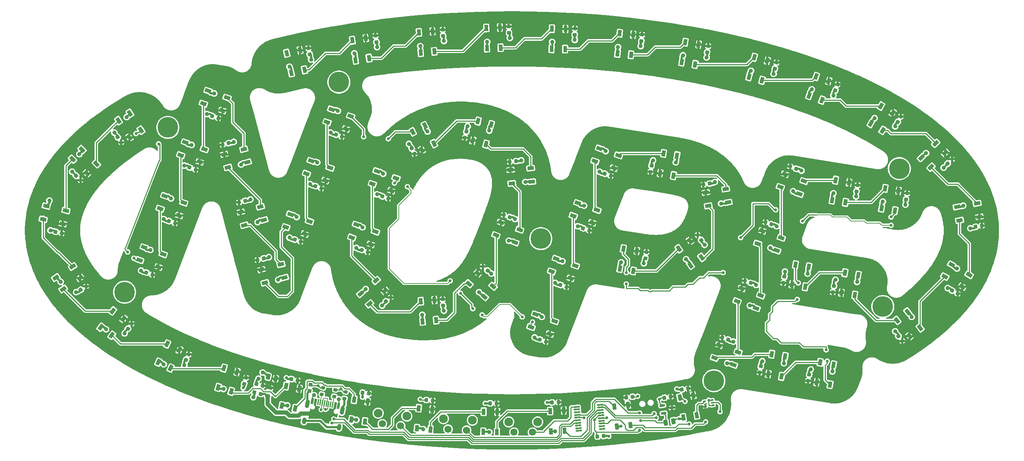
<source format=gtl>
%TF.GenerationSoftware,KiCad,Pcbnew,(7.0.0)*%
%TF.CreationDate,2023-11-20T00:40:35-04:00*%
%TF.ProjectId,nopesign,6e6f7065-7369-4676-9e2e-6b696361645f,rev?*%
%TF.SameCoordinates,Original*%
%TF.FileFunction,Copper,L1,Top*%
%TF.FilePolarity,Positive*%
%FSLAX46Y46*%
G04 Gerber Fmt 4.6, Leading zero omitted, Abs format (unit mm)*
G04 Created by KiCad (PCBNEW (7.0.0)) date 2023-11-20 00:40:35*
%MOMM*%
%LPD*%
G01*
G04 APERTURE LIST*
G04 Aperture macros list*
%AMRoundRect*
0 Rectangle with rounded corners*
0 $1 Rounding radius*
0 $2 $3 $4 $5 $6 $7 $8 $9 X,Y pos of 4 corners*
0 Add a 4 corners polygon primitive as box body*
4,1,4,$2,$3,$4,$5,$6,$7,$8,$9,$2,$3,0*
0 Add four circle primitives for the rounded corners*
1,1,$1+$1,$2,$3*
1,1,$1+$1,$4,$5*
1,1,$1+$1,$6,$7*
1,1,$1+$1,$8,$9*
0 Add four rect primitives between the rounded corners*
20,1,$1+$1,$2,$3,$4,$5,0*
20,1,$1+$1,$4,$5,$6,$7,0*
20,1,$1+$1,$6,$7,$8,$9,0*
20,1,$1+$1,$8,$9,$2,$3,0*%
%AMHorizOval*
0 Thick line with rounded ends*
0 $1 width*
0 $2 $3 position (X,Y) of the first rounded end (center of the circle)*
0 $4 $5 position (X,Y) of the second rounded end (center of the circle)*
0 Add line between two ends*
20,1,$1,$2,$3,$4,$5,0*
0 Add two circle primitives to create the rounded ends*
1,1,$1,$2,$3*
1,1,$1,$4,$5*%
%AMRotRect*
0 Rectangle, with rotation*
0 The origin of the aperture is its center*
0 $1 length*
0 $2 width*
0 $3 Rotation angle, in degrees counterclockwise*
0 Add horizontal line*
21,1,$1,$2,0,0,$3*%
G04 Aperture macros list end*
%TA.AperFunction,SMDPad,CuDef*%
%ADD10RoundRect,0.250000X0.364421X0.394110X-0.118542X0.523520X-0.364421X-0.394110X0.118542X-0.523520X0*%
%TD*%
%TA.AperFunction,SMDPad,CuDef*%
%ADD11RotRect,1.500000X0.900000X80.000000*%
%TD*%
%TA.AperFunction,SMDPad,CuDef*%
%ADD12RoundRect,0.225000X0.157969X-0.296936X0.311878X0.125926X-0.157969X0.296936X-0.311878X-0.125926X0*%
%TD*%
%TA.AperFunction,SMDPad,CuDef*%
%ADD13RoundRect,0.225000X-0.296936X-0.157969X0.125926X-0.311878X0.296936X0.157969X-0.125926X0.311878X0*%
%TD*%
%TA.AperFunction,SMDPad,CuDef*%
%ADD14RoundRect,0.225000X0.296936X0.157969X-0.125926X0.311878X-0.296936X-0.157969X0.125926X-0.311878X0*%
%TD*%
%TA.AperFunction,SMDPad,CuDef*%
%ADD15RoundRect,0.225000X0.207131X-0.264994X0.285273X0.178170X-0.207131X0.264994X-0.285273X-0.178170X0*%
%TD*%
%TA.AperFunction,SMDPad,CuDef*%
%ADD16RoundRect,0.225000X-0.268659X0.202355X-0.229439X-0.245933X0.268659X-0.202355X0.229439X0.245933X0*%
%TD*%
%TA.AperFunction,SMDPad,CuDef*%
%ADD17RoundRect,0.225000X-0.207131X0.264994X-0.285273X-0.178170X0.207131X-0.264994X0.285273X0.178170X0*%
%TD*%
%TA.AperFunction,SMDPad,CuDef*%
%ADD18RoundRect,0.225000X-0.333843X0.040915X-0.075733X-0.327703X0.333843X-0.040915X0.075733X0.327703X0*%
%TD*%
%TA.AperFunction,SMDPad,CuDef*%
%ADD19RoundRect,0.225000X0.319856X0.104006X-0.069856X0.329006X-0.319856X-0.104006X0.069856X-0.329006X0*%
%TD*%
%TA.AperFunction,SMDPad,CuDef*%
%ADD20RoundRect,0.225000X0.017678X-0.335876X0.335876X-0.017678X-0.017678X0.335876X-0.335876X0.017678X0*%
%TD*%
%TA.AperFunction,SMDPad,CuDef*%
%ADD21RoundRect,0.225000X-0.282120X0.183121X-0.211724X-0.261338X0.282120X-0.183121X0.211724X0.261338X0*%
%TD*%
%TA.AperFunction,SMDPad,CuDef*%
%ADD22RoundRect,0.225000X0.225112X-0.249900X0.272149X0.197635X-0.225112X0.249900X-0.272149X-0.197635X0*%
%TD*%
%TA.AperFunction,SMDPad,CuDef*%
%ADD23RotRect,1.500000X0.900000X160.000000*%
%TD*%
%TA.AperFunction,SMDPad,CuDef*%
%ADD24RoundRect,0.225000X0.268659X-0.202355X0.229439X0.245933X-0.268659X0.202355X-0.229439X-0.245933X0*%
%TD*%
%TA.AperFunction,SMDPad,CuDef*%
%ADD25RoundRect,0.225000X-0.299648X-0.152762X0.120464X-0.314028X0.299648X0.152762X-0.120464X0.314028X0*%
%TD*%
%TA.AperFunction,SMDPad,CuDef*%
%ADD26RoundRect,0.225000X-0.183247X0.282038X-0.299716X-0.152629X0.183247X-0.282038X0.299716X0.152629X0*%
%TD*%
%TA.AperFunction,SMDPad,CuDef*%
%ADD27RoundRect,0.225000X-0.126065X0.311821X-0.323332X-0.092636X0.126065X-0.311821X0.323332X0.092636X0*%
%TD*%
%TA.AperFunction,SMDPad,CuDef*%
%ADD28RoundRect,0.225000X-0.011663X-0.336138X0.333057X-0.046884X0.011663X0.336138X-0.333057X0.046884X0*%
%TD*%
%TA.AperFunction,SMDPad,CuDef*%
%ADD29RoundRect,0.225000X-0.070003X0.328975X-0.334506X-0.035083X0.070003X-0.328975X0.334506X0.035083X0*%
%TD*%
%TA.AperFunction,SMDPad,CuDef*%
%ADD30RoundRect,0.225000X-0.152629X-0.299716X0.282038X-0.183247X0.152629X0.299716X-0.282038X0.183247X0*%
%TD*%
%TA.AperFunction,SMDPad,CuDef*%
%ADD31RoundRect,0.225000X0.152629X0.299716X-0.282038X0.183247X-0.152629X-0.299716X0.282038X-0.183247X0*%
%TD*%
%TA.AperFunction,SMDPad,CuDef*%
%ADD32RoundRect,0.225000X-0.335876X-0.017678X-0.017678X-0.335876X0.335876X0.017678X0.017678X0.335876X0*%
%TD*%
%TA.AperFunction,SMDPad,CuDef*%
%ADD33RoundRect,0.225000X0.275471X0.192979X-0.162996X0.294207X-0.275471X-0.192979X0.162996X-0.294207X0*%
%TD*%
%TA.AperFunction,SMDPad,CuDef*%
%ADD34RoundRect,0.225000X-0.257604X-0.216253X0.188017X-0.278881X0.257604X0.216253X-0.188017X0.278881X0*%
%TD*%
%TA.AperFunction,SMDPad,CuDef*%
%ADD35RoundRect,0.225000X0.229329X0.246035X-0.220603X0.253889X-0.229329X-0.246035X0.220603X-0.253889X0*%
%TD*%
%TA.AperFunction,SMDPad,CuDef*%
%ADD36RoundRect,0.225000X-0.192856X-0.275557X0.253790X-0.220716X0.192856X0.275557X-0.253790X0.220716X0*%
%TD*%
%TA.AperFunction,SMDPad,CuDef*%
%ADD37RoundRect,0.150000X-0.478667X-0.236716X0.530761X-0.058726X0.478667X0.236716X-0.530761X0.058726X0*%
%TD*%
%TA.AperFunction,SMDPad,CuDef*%
%ADD38RoundRect,0.250000X-0.163719X-0.511196X0.328685X-0.424372X0.163719X0.511196X-0.328685X0.424372X0*%
%TD*%
%TA.AperFunction,SMDPad,CuDef*%
%ADD39RotRect,1.500000X0.900000X260.000000*%
%TD*%
%TA.AperFunction,SMDPad,CuDef*%
%ADD40RoundRect,0.225000X0.104006X-0.319856X0.329006X0.069856X-0.104006X0.319856X-0.329006X-0.069856X0*%
%TD*%
%TA.AperFunction,SMDPad,CuDef*%
%ADD41RotRect,1.500000X0.900000X240.000000*%
%TD*%
%TA.AperFunction,SMDPad,CuDef*%
%ADD42RoundRect,0.225000X-0.335527X0.023387X-0.058479X-0.331218X0.335527X-0.023387X0.058479X0.331218X0*%
%TD*%
%TA.AperFunction,SMDPad,CuDef*%
%ADD43RotRect,1.500000X0.900000X339.000000*%
%TD*%
%TA.AperFunction,SMDPad,CuDef*%
%ADD44RotRect,1.500000X0.900000X15.000000*%
%TD*%
%TA.AperFunction,SMDPad,CuDef*%
%ADD45RoundRect,0.225000X-0.178170X-0.285273X0.264994X-0.207131X0.178170X0.285273X-0.264994X0.207131X0*%
%TD*%
%TA.AperFunction,SMDPad,CuDef*%
%ADD46RoundRect,0.200000X0.236092X-0.244715X0.305552X0.149208X-0.236092X0.244715X-0.305552X-0.149208X0*%
%TD*%
%TA.AperFunction,SMDPad,CuDef*%
%ADD47RoundRect,0.225000X0.246035X-0.229329X0.253889X0.220603X-0.246035X0.229329X-0.253889X-0.220603X0*%
%TD*%
%TA.AperFunction,SMDPad,CuDef*%
%ADD48RoundRect,0.225000X0.202355X0.268659X-0.245933X0.229439X-0.202355X-0.268659X0.245933X-0.229439X0*%
%TD*%
%TA.AperFunction,SMDPad,CuDef*%
%ADD49RotRect,1.500000X0.900000X258.000000*%
%TD*%
%TA.AperFunction,SMDPad,CuDef*%
%ADD50RotRect,1.500000X0.900000X272.000000*%
%TD*%
%TA.AperFunction,SMDPad,CuDef*%
%ADD51RotRect,1.500000X0.900000X279.000000*%
%TD*%
%TA.AperFunction,SMDPad,CuDef*%
%ADD52RotRect,1.500000X0.900000X340.000000*%
%TD*%
%TA.AperFunction,SMDPad,CuDef*%
%ADD53RoundRect,0.225000X0.245933X0.229439X-0.202355X0.268659X-0.245933X-0.229439X0.202355X-0.268659X0*%
%TD*%
%TA.AperFunction,SMDPad,CuDef*%
%ADD54RoundRect,0.225000X0.272061X0.197757X-0.168105X0.291317X-0.272061X-0.197757X0.168105X-0.291317X0*%
%TD*%
%TA.AperFunction,ComponentPad*%
%ADD55C,2.100000*%
%TD*%
%TA.AperFunction,ComponentPad*%
%ADD56C,1.750000*%
%TD*%
%TA.AperFunction,SMDPad,CuDef*%
%ADD57RotRect,1.500000X0.900000X123.000000*%
%TD*%
%TA.AperFunction,SMDPad,CuDef*%
%ADD58RoundRect,0.225000X0.257700X-0.216138X0.241995X0.233588X-0.257700X0.216138X-0.241995X-0.233588X0*%
%TD*%
%TA.AperFunction,SMDPad,CuDef*%
%ADD59RotRect,0.650000X0.400000X190.000000*%
%TD*%
%TA.AperFunction,SMDPad,CuDef*%
%ADD60RotRect,1.500000X0.900000X280.000000*%
%TD*%
%TA.AperFunction,SMDPad,CuDef*%
%ADD61RoundRect,0.218750X0.311643X-0.309971X0.424876X0.112622X-0.311643X0.309971X-0.424876X-0.112622X0*%
%TD*%
%TA.AperFunction,SMDPad,CuDef*%
%ADD62RotRect,1.500000X0.900000X320.000000*%
%TD*%
%TA.AperFunction,SMDPad,CuDef*%
%ADD63RotRect,1.500000X0.900000X269.000000*%
%TD*%
%TA.AperFunction,SMDPad,CuDef*%
%ADD64RoundRect,0.225000X0.178170X0.285273X-0.264994X0.207131X-0.178170X-0.285273X0.264994X-0.207131X0*%
%TD*%
%TA.AperFunction,SMDPad,CuDef*%
%ADD65RoundRect,0.225000X0.282038X0.183247X-0.152629X0.299716X-0.282038X-0.183247X0.152629X-0.299716X0*%
%TD*%
%TA.AperFunction,SMDPad,CuDef*%
%ADD66RotRect,1.500000X0.900000X10.000000*%
%TD*%
%TA.AperFunction,SMDPad,CuDef*%
%ADD67RoundRect,0.225000X0.183247X-0.282038X0.299716X0.152629X-0.183247X0.282038X-0.299716X-0.152629X0*%
%TD*%
%TA.AperFunction,SMDPad,CuDef*%
%ADD68RotRect,1.500000X0.900000X167.000000*%
%TD*%
%TA.AperFunction,SMDPad,CuDef*%
%ADD69RotRect,1.500000X0.900000X253.000000*%
%TD*%
%TA.AperFunction,SMDPad,CuDef*%
%ADD70RotRect,1.500000X0.900000X128.000000*%
%TD*%
%TA.AperFunction,SMDPad,CuDef*%
%ADD71RoundRect,0.225000X-0.173293X0.288261X-0.304860X-0.142076X0.173293X-0.288261X0.304860X0.142076X0*%
%TD*%
%TA.AperFunction,SMDPad,CuDef*%
%ADD72RotRect,1.500000X0.900000X220.000000*%
%TD*%
%TA.AperFunction,SMDPad,CuDef*%
%ADD73RotRect,1.500000X0.900000X75.000000*%
%TD*%
%TA.AperFunction,SMDPad,CuDef*%
%ADD74RotRect,1.500000X0.900000X275.000000*%
%TD*%
%TA.AperFunction,SMDPad,CuDef*%
%ADD75RoundRect,0.225000X0.294207X-0.162996X0.192979X0.275471X-0.294207X0.162996X-0.192979X-0.275471X0*%
%TD*%
%TA.AperFunction,SMDPad,CuDef*%
%ADD76RotRect,1.500000X0.900000X225.000000*%
%TD*%
%TA.AperFunction,SMDPad,CuDef*%
%ADD77RotRect,1.500000X0.900000X135.000000*%
%TD*%
%TA.AperFunction,ComponentPad*%
%ADD78HorizOval,1.000000X-0.054671X-0.294976X0.054671X0.294976X0*%
%TD*%
%TA.AperFunction,ComponentPad*%
%ADD79HorizOval,1.000000X-0.100230X-0.540790X0.100230X0.540790X0*%
%TD*%
%TA.AperFunction,SMDPad,CuDef*%
%ADD80RotRect,0.600000X1.450000X349.500000*%
%TD*%
%TA.AperFunction,SMDPad,CuDef*%
%ADD81RotRect,0.300000X1.450000X349.500000*%
%TD*%
%TA.AperFunction,SMDPad,CuDef*%
%ADD82RotRect,1.500000X0.900000X265.000000*%
%TD*%
%TA.AperFunction,SMDPad,CuDef*%
%ADD83RoundRect,0.225000X-0.202355X-0.268659X0.245933X-0.229439X0.202355X0.268659X-0.245933X0.229439X0*%
%TD*%
%TA.AperFunction,SMDPad,CuDef*%
%ADD84RoundRect,0.225000X0.324899X-0.086979X0.120604X0.313974X-0.324899X0.086979X-0.120604X-0.313974X0*%
%TD*%
%TA.AperFunction,SMDPad,CuDef*%
%ADD85RotRect,1.500000X0.900000X262.000000*%
%TD*%
%TA.AperFunction,SMDPad,CuDef*%
%ADD86RotRect,1.500000X0.900000X150.000000*%
%TD*%
%TA.AperFunction,SMDPad,CuDef*%
%ADD87RotRect,1.500000X0.900000X117.000000*%
%TD*%
%TA.AperFunction,SMDPad,CuDef*%
%ADD88RoundRect,0.225000X-0.333057X-0.046884X0.011663X-0.336138X0.333057X0.046884X-0.011663X0.336138X0*%
%TD*%
%TA.AperFunction,SMDPad,CuDef*%
%ADD89RotRect,1.500000X0.900000X250.000000*%
%TD*%
%TA.AperFunction,SMDPad,CuDef*%
%ADD90RotRect,1.500000X0.900000X5.000000*%
%TD*%
%TA.AperFunction,SMDPad,CuDef*%
%ADD91RotRect,1.500000X0.900000X244.000000*%
%TD*%
%TA.AperFunction,SMDPad,CuDef*%
%ADD92RotRect,1.500000X0.900000X234.000000*%
%TD*%
%TA.AperFunction,SMDPad,CuDef*%
%ADD93RotRect,1.500000X0.900000X264.000000*%
%TD*%
%TA.AperFunction,SMDPad,CuDef*%
%ADD94RoundRect,0.100000X-0.626359X-0.155181X0.643790X-0.044058X0.626359X0.155181X-0.643790X0.044058X0*%
%TD*%
%TA.AperFunction,SMDPad,CuDef*%
%ADD95RotRect,1.500000X0.900000X255.000000*%
%TD*%
%TA.AperFunction,SMDPad,CuDef*%
%ADD96RoundRect,0.225000X0.332211X-0.052541X0.087124X0.324861X-0.332211X0.052541X-0.087124X-0.324861X0*%
%TD*%
%TA.AperFunction,SMDPad,CuDef*%
%ADD97RoundRect,0.225000X0.216138X0.257700X-0.233588X0.241995X-0.216138X-0.257700X0.233588X-0.241995X0*%
%TD*%
%TA.AperFunction,SMDPad,CuDef*%
%ADD98RotRect,1.500000X0.900000X277.000000*%
%TD*%
%TA.AperFunction,SMDPad,CuDef*%
%ADD99RotRect,1.500000X0.900000X305.000000*%
%TD*%
%TA.AperFunction,SMDPad,CuDef*%
%ADD100RotRect,1.500000X0.900000X283.000000*%
%TD*%
%TA.AperFunction,SMDPad,CuDef*%
%ADD101RotRect,1.500000X0.900000X190.000000*%
%TD*%
%TA.AperFunction,SMDPad,CuDef*%
%ADD102RoundRect,0.225000X0.052541X0.332211X-0.324861X0.087124X-0.052541X-0.332211X0.324861X-0.087124X0*%
%TD*%
%TA.AperFunction,SMDPad,CuDef*%
%ADD103RotRect,1.500000X0.900000X213.000000*%
%TD*%
%TA.AperFunction,ViaPad*%
%ADD104C,0.700000*%
%TD*%
%TA.AperFunction,ViaPad*%
%ADD105C,5.000000*%
%TD*%
%TA.AperFunction,ViaPad*%
%ADD106C,1.000000*%
%TD*%
%TA.AperFunction,Conductor*%
%ADD107C,0.250000*%
%TD*%
%TA.AperFunction,Conductor*%
%ADD108C,0.500000*%
%TD*%
%TA.AperFunction,Conductor*%
%ADD109C,0.200000*%
%TD*%
%TA.AperFunction,Conductor*%
%ADD110C,1.000000*%
%TD*%
G04 APERTURE END LIST*
D10*
X92667630Y-120995878D03*
X90832370Y-120504122D03*
D11*
X229949628Y-100126259D03*
X233199494Y-100699297D03*
X234050370Y-95873739D03*
X230800504Y-95300701D03*
X217949628Y-98126259D03*
X221199494Y-98699297D03*
X222050370Y-93873739D03*
X218800504Y-93300701D03*
D12*
X228484934Y-50978262D03*
X229015066Y-49521738D03*
D13*
X201021738Y-110984934D03*
X202478262Y-111515066D03*
D14*
X207978262Y-97765066D03*
X206521738Y-97234934D03*
D13*
X211521738Y-82984934D03*
X212978262Y-83515066D03*
D15*
X197365423Y-41763226D03*
X197634577Y-40236774D03*
D16*
X133182454Y-36227949D03*
X133317546Y-37772051D03*
D17*
X183884577Y-69236774D03*
X183615423Y-70763226D03*
D18*
X195055478Y-86115157D03*
X195944522Y-87384843D03*
D15*
X182365423Y-91763226D03*
X182634577Y-90236774D03*
D19*
X258171170Y-100387500D03*
X256828830Y-99612500D03*
D20*
X255701992Y-68798008D03*
X256798008Y-67701992D03*
D21*
X116878763Y-37734542D03*
X117121237Y-39265458D03*
D22*
X181418990Y-39020754D03*
X181581010Y-37479246D03*
D15*
X210115423Y-119513226D03*
X210384577Y-117986774D03*
D17*
X222134577Y-119986774D03*
X221865423Y-121513226D03*
D15*
X215865423Y-97763226D03*
X216134577Y-96236774D03*
D23*
X159633419Y-94962542D03*
X160762085Y-91861557D03*
X165366579Y-93537456D03*
X164237913Y-96638441D03*
X115737913Y-88388441D03*
X116866579Y-85287456D03*
X112262085Y-83611557D03*
X111133419Y-86712542D03*
X104737913Y-72888441D03*
X105866579Y-69787456D03*
X101262085Y-68111557D03*
X100133419Y-71212542D03*
X79737913Y-55888441D03*
X80866579Y-52787456D03*
X76262085Y-51111557D03*
X75133419Y-54212542D03*
D24*
X133317546Y-103272051D03*
X133182454Y-101727949D03*
D25*
X148026475Y-81222265D03*
X149473525Y-81777735D03*
D26*
X138950585Y-61001407D03*
X138549415Y-62498593D03*
D27*
X71589738Y-115053435D03*
X70910262Y-116446565D03*
D13*
X156771738Y-111484934D03*
X158228262Y-112015066D03*
D14*
X119978262Y-77265066D03*
X118521738Y-76734934D03*
D28*
X119406316Y-102248160D03*
X120593684Y-101251840D03*
D14*
X103728262Y-74765066D03*
X102271738Y-74234934D03*
D13*
X77271738Y-57234934D03*
X78728262Y-57765066D03*
D29*
X57705534Y-107623012D03*
X56794466Y-108876988D03*
D13*
X97271738Y-87234934D03*
X98728262Y-87765066D03*
D30*
X88251407Y-92200585D03*
X89748593Y-91799415D03*
D31*
X85248593Y-77799415D03*
X83751407Y-78200585D03*
D14*
X73228262Y-70265066D03*
X71771738Y-69734934D03*
D32*
X44201992Y-71701992D03*
X45298008Y-72798008D03*
D33*
X40755137Y-85674337D03*
X39244863Y-85325663D03*
D34*
X113732542Y-124392141D03*
X115267458Y-124607859D03*
D35*
X146274882Y-127013526D03*
X144725118Y-126986474D03*
D36*
X177730777Y-125594449D03*
X179269223Y-125405551D03*
D37*
X186464815Y-127511957D03*
X186794747Y-129383092D03*
X188870219Y-128052475D03*
D38*
X187314433Y-131664966D03*
X189185567Y-131335034D03*
D39*
X231800370Y-73373739D03*
X228550504Y-72800701D03*
X227699628Y-77626259D03*
X230949494Y-78199297D03*
D40*
X243612500Y-58671170D03*
X244387500Y-57328830D03*
D41*
X242403941Y-56453237D03*
X239546057Y-54803237D03*
X237096057Y-59046761D03*
X239953941Y-60696761D03*
D42*
X243772862Y-110639292D03*
X244727138Y-111860708D03*
D43*
X147304034Y-83081590D03*
X146121420Y-86162405D03*
X150695964Y-87918408D03*
X151878578Y-84837593D03*
D44*
X84206429Y-80540328D03*
X85060532Y-83727883D03*
X89793569Y-82459670D03*
X88939466Y-79272115D03*
D45*
X262486774Y-84134577D03*
X264013226Y-83865423D03*
D14*
X218978262Y-70015066D03*
X217521738Y-69484934D03*
D46*
X103856740Y-124812466D03*
X104143260Y-123187534D03*
D47*
X165236474Y-37524882D03*
X165263526Y-35975118D03*
D48*
X151022051Y-68182454D03*
X149477949Y-68317546D03*
D13*
X107271738Y-61734934D03*
X108728262Y-62265066D03*
D49*
X98410783Y-123446592D03*
X95182896Y-122760483D03*
X94164129Y-127553406D03*
X97392016Y-128239515D03*
D50*
X147063490Y-35743907D03*
X143765500Y-35859076D03*
X143936508Y-40756091D03*
X147234498Y-40640922D03*
D51*
X114533877Y-38322046D03*
X111274506Y-38838279D03*
X112041035Y-43677952D03*
X115300406Y-43161719D03*
D23*
X64237913Y-93888441D03*
X65366579Y-90787456D03*
X60762085Y-89111557D03*
X59633419Y-92212542D03*
D52*
X216262085Y-71361557D03*
X215133419Y-74462542D03*
X219737913Y-76138441D03*
X220866579Y-73037456D03*
D13*
X68228262Y-83265066D03*
X66771738Y-82734934D03*
D11*
X212199628Y-119876259D03*
X215449494Y-120449297D03*
X216300370Y-115623739D03*
X213050504Y-115050701D03*
D53*
X130772051Y-126317546D03*
X129227949Y-126182454D03*
D54*
X98008064Y-121411132D03*
X96491936Y-121088868D03*
D23*
X120737913Y-75388441D03*
X121866579Y-72287456D03*
X117262085Y-70611557D03*
X116133419Y-73712542D03*
D50*
X162563490Y-128743907D03*
X159265500Y-128859076D03*
X159436508Y-133756091D03*
X162734498Y-133640922D03*
D55*
X156250000Y-131510000D03*
X149240000Y-131510000D03*
D56*
X155000000Y-134000000D03*
X150500000Y-134000000D03*
D57*
X57200558Y-62453396D03*
X59968171Y-60656087D03*
X57299440Y-56546602D03*
X54531827Y-58343911D03*
D58*
X149277047Y-37024528D03*
X149222953Y-35475472D03*
D59*
X198798438Y-127475158D03*
X198685566Y-126835033D03*
X198572695Y-126194908D03*
X196701560Y-126524840D03*
X196927303Y-127805090D03*
D60*
X193986951Y-125050701D03*
X190737085Y-125623739D03*
X191587961Y-130449297D03*
X194837827Y-129876259D03*
D61*
X90725005Y-125276296D03*
X91274995Y-123223704D03*
D46*
X106856740Y-125312466D03*
X107143260Y-123687534D03*
D62*
X145437407Y-98560855D03*
X143316208Y-101088802D03*
X139562591Y-97939143D03*
X141683790Y-95411196D03*
D44*
X80206429Y-66540328D03*
X81060532Y-69727883D03*
X85793569Y-68459670D03*
X84939466Y-65272115D03*
D63*
X162979963Y-36079169D03*
X159680466Y-36021576D03*
X159594949Y-40920829D03*
X162894446Y-40978422D03*
D45*
X196486774Y-73884577D03*
X198013226Y-73615423D03*
D64*
X188513226Y-125365423D03*
X186986774Y-125634577D03*
D52*
X205762085Y-99111557D03*
X204633419Y-102212542D03*
X209237913Y-103888441D03*
X210366579Y-100787456D03*
D65*
X88998593Y-124700585D03*
X87501407Y-124299415D03*
D66*
X201876259Y-74949628D03*
X202449297Y-78199494D03*
X197623739Y-79050370D03*
X197050701Y-75800504D03*
D55*
X140378603Y-131078832D03*
X133378210Y-130711957D03*
D56*
X139000000Y-133500000D03*
X134506167Y-133264488D03*
D67*
X213799415Y-45748593D03*
X214200585Y-44251407D03*
D68*
X41016036Y-83408840D03*
X41758375Y-80193418D03*
X36983962Y-79091158D03*
X36241623Y-82306580D03*
D69*
X83294213Y-119389466D03*
X80138407Y-118424639D03*
X78705785Y-123110532D03*
X81861591Y-124075359D03*
D17*
X245884577Y-75986774D03*
X245615423Y-77513226D03*
D15*
X233615423Y-75513226D03*
X233884577Y-73986774D03*
D70*
X246458152Y-110696467D03*
X249058587Y-108664784D03*
X246041846Y-104803531D03*
X243441411Y-106835214D03*
D13*
X113521738Y-89734934D03*
X114978262Y-90265066D03*
D71*
X85476588Y-120758864D03*
X85023412Y-122241136D03*
D11*
X185949628Y-71126259D03*
X189199494Y-71699297D03*
X190050370Y-66873739D03*
X186800504Y-66300701D03*
D46*
X109643260Y-124187534D03*
X109356740Y-125812466D03*
D72*
X119187407Y-99689143D03*
X117066208Y-97161196D03*
X113312591Y-100310855D03*
X115433790Y-102838802D03*
D30*
X79751407Y-64200585D03*
X81248593Y-63799415D03*
D23*
X169487913Y-83138441D03*
X170616579Y-80037456D03*
X166012085Y-78361557D03*
X164883419Y-81462542D03*
D73*
X141790328Y-58456429D03*
X144977883Y-59310532D03*
X143709670Y-64043569D03*
X140522115Y-63189466D03*
D74*
X130717646Y-36665515D03*
X127430203Y-36953129D03*
X127857266Y-41834483D03*
X131144709Y-41546869D03*
D56*
X118524651Y-131972399D03*
X123000000Y-132442777D03*
D55*
X117531830Y-129364334D03*
X124503428Y-130097078D03*
D13*
X172521738Y-71234934D03*
X173978262Y-71765066D03*
D75*
X100924337Y-42255137D03*
X100575663Y-40744863D03*
D76*
X255149137Y-66184314D03*
X252815684Y-63850861D03*
X249350861Y-67315684D03*
X251684314Y-69649137D03*
D77*
X46815684Y-71149137D03*
X49149137Y-68815684D03*
X45684314Y-65350861D03*
X43350861Y-67684314D03*
D23*
X109737913Y-60388441D03*
X110866579Y-57287456D03*
X106262085Y-55611557D03*
X105133419Y-58712542D03*
D78*
X108056313Y-132819674D03*
D79*
X108818057Y-128709669D03*
D78*
X99560990Y-131245159D03*
D79*
X100322735Y-127135154D03*
D80*
X101541563Y-126430467D03*
X102328167Y-126576256D03*
D81*
X103016446Y-126703821D03*
X103999701Y-126886056D03*
X105474583Y-127159410D03*
X106457838Y-127341645D03*
D80*
X107146116Y-127469210D03*
X107932720Y-127614998D03*
X107932720Y-127614998D03*
X107146116Y-127469210D03*
D81*
X105966210Y-127250527D03*
X104982955Y-127068292D03*
X104491328Y-126977174D03*
X103508073Y-126794938D03*
D80*
X102328167Y-126576256D03*
X101541563Y-126430467D03*
D14*
X163228262Y-98765066D03*
X161771738Y-98234934D03*
D74*
X131180189Y-101915515D03*
X127892746Y-102203129D03*
X128319809Y-107084483D03*
X131607252Y-106796869D03*
D82*
X130644709Y-128453129D03*
X127357266Y-128165515D03*
X126930203Y-133046869D03*
X130217646Y-133334483D03*
D52*
X210762085Y-85111557D03*
X209633419Y-88212542D03*
X214237913Y-89888441D03*
X215366579Y-86787456D03*
D83*
X170727949Y-135067546D03*
X172272051Y-134932454D03*
D84*
X126351843Y-66440530D03*
X125648157Y-65059470D03*
D85*
X114974915Y-126553478D03*
X111707031Y-126094207D03*
X111025083Y-130946520D03*
X114292967Y-131405791D03*
D23*
X99737913Y-85888441D03*
X100866579Y-82787456D03*
X96262085Y-81111557D03*
X95133419Y-84212542D03*
D86*
X259296761Y-98653941D03*
X260946761Y-95796057D03*
X256703237Y-93346057D03*
X255053237Y-96203941D03*
D87*
X128142115Y-65432049D03*
X131082436Y-63933881D03*
X128857883Y-59567949D03*
X125917562Y-61066117D03*
D88*
X142906316Y-93751840D03*
X144093684Y-94748160D03*
D23*
X174737913Y-69888441D03*
X175866579Y-66787456D03*
X171262085Y-65111557D03*
X170133419Y-68212542D03*
D44*
X89206429Y-94540328D03*
X90060532Y-97727883D03*
X94793569Y-96459670D03*
X93939466Y-93272115D03*
D89*
X226888441Y-48762085D03*
X223787456Y-47633419D03*
X222111557Y-52237913D03*
X225212542Y-53366579D03*
D90*
X149665515Y-70319809D03*
X149953129Y-73607252D03*
X154834483Y-73180189D03*
X154546869Y-69892746D03*
D91*
X69307018Y-114021266D03*
X66340998Y-112574641D03*
X64192980Y-116978732D03*
X67159000Y-118425357D03*
D39*
X243800370Y-75373739D03*
X240550504Y-74800701D03*
X239699628Y-79626259D03*
X242949494Y-80199297D03*
D11*
X223949628Y-121876259D03*
X227199494Y-122449297D03*
X228050370Y-117623739D03*
X224800504Y-117050701D03*
D23*
X69237913Y-81388441D03*
X70366579Y-78287456D03*
X65762085Y-76611557D03*
X64633419Y-79712542D03*
D52*
X200262085Y-112861557D03*
X199133419Y-115962542D03*
X203737913Y-117638441D03*
X204866579Y-114537456D03*
D23*
X159237913Y-110138441D03*
X160366579Y-107037456D03*
X155762085Y-105361557D03*
X154633419Y-108462542D03*
D63*
X146442506Y-129079169D03*
X143143009Y-129021576D03*
X143057492Y-133920829D03*
X146356989Y-133978422D03*
D23*
X74237913Y-68388441D03*
X75366579Y-65287456D03*
X70762085Y-63611557D03*
X69633419Y-66712542D03*
D92*
X55774951Y-106487753D03*
X53105195Y-104548062D03*
X50225047Y-108512245D03*
X52894803Y-110451936D03*
D93*
X179397055Y-37485892D03*
X176115133Y-37140948D03*
X175602943Y-42014106D03*
X178884865Y-42359050D03*
D14*
X62728262Y-95765066D03*
X61271738Y-95234934D03*
D94*
X165680919Y-127835614D03*
X165737570Y-128483140D03*
X165794222Y-129130667D03*
X165850873Y-129778193D03*
X165907524Y-130425720D03*
X165964175Y-131073247D03*
X166020827Y-131720773D03*
X166077478Y-132368300D03*
X166134129Y-133015826D03*
X166190780Y-133663353D03*
X171893995Y-133164386D03*
X171837344Y-132516860D03*
X171780692Y-131869333D03*
X171724041Y-131221807D03*
X171667390Y-130574280D03*
X171610739Y-129926753D03*
X171554087Y-129279227D03*
X171497436Y-128631700D03*
X171440785Y-127984174D03*
X171384134Y-127336647D03*
D95*
X211977883Y-43810532D03*
X208790328Y-42956429D03*
X207522115Y-47689466D03*
X210709670Y-48543569D03*
D96*
X55172095Y-63649970D03*
X54327905Y-62350030D03*
D39*
X195300370Y-39873739D03*
X192050504Y-39300701D03*
X191199628Y-44126259D03*
X194449494Y-44699297D03*
D97*
X161274528Y-126722953D03*
X159725472Y-126777047D03*
D13*
X167271738Y-84484934D03*
X168728262Y-85015066D03*
D98*
X178126577Y-127367177D03*
X174851175Y-127769345D03*
X175448335Y-132632821D03*
X178723737Y-132230653D03*
D99*
X196006862Y-91560520D03*
X193303660Y-93453323D03*
X190493136Y-89439478D03*
X193196338Y-87546675D03*
D100*
X98556580Y-41241623D03*
X95341158Y-41983962D03*
X96443418Y-46758375D03*
X99658840Y-46016036D03*
D64*
X192763226Y-123365423D03*
X191236774Y-123634577D03*
D65*
X89498593Y-122700585D03*
X88001407Y-122299415D03*
D39*
X180300370Y-90007159D03*
X177050504Y-89434121D03*
X176199628Y-94259679D03*
X179449494Y-94832717D03*
D101*
X263449297Y-81699494D03*
X262876259Y-78449628D03*
X258050701Y-79300504D03*
X258623739Y-82550370D03*
D15*
X100865423Y-124013226D03*
X101134577Y-122486774D03*
D102*
X46649970Y-98577905D03*
X45350030Y-99422095D03*
D103*
X45203396Y-96549440D03*
X43406087Y-93781827D03*
X39296602Y-96450558D03*
X41093911Y-99218171D03*
D15*
X227865423Y-100013226D03*
X228134577Y-98486774D03*
D104*
X108500000Y-123500000D03*
D105*
X240000000Y-103500000D03*
X199000000Y-121500000D03*
X108000000Y-49000000D03*
X157000000Y-87000000D03*
X244000000Y-70000000D03*
X66500000Y-60000000D03*
X56000000Y-100000000D03*
D104*
X219250000Y-101750000D03*
X226250000Y-114000000D03*
X64250000Y-64000000D03*
X56750000Y-90250000D03*
X177750000Y-98000000D03*
X106250000Y-131750000D03*
X103669069Y-128540466D03*
X104750000Y-128500000D03*
X106750000Y-130750000D03*
X113750000Y-125500000D03*
D106*
X89500000Y-119500000D03*
D104*
X58250000Y-91750000D03*
X58750000Y-61500000D03*
X155000000Y-107250000D03*
X142750000Y-105500000D03*
X140500000Y-104000000D03*
X152500000Y-106000000D03*
X137500000Y-100250000D03*
X135000000Y-97250000D03*
X121500000Y-73500000D03*
X124625000Y-74375000D03*
X242000000Y-81750000D03*
X242000000Y-83750000D03*
X220500000Y-82750000D03*
X214000000Y-80000000D03*
X201250000Y-95250000D03*
X205500000Y-86750000D03*
X177750000Y-95250000D03*
X219500000Y-97750000D03*
X226500000Y-116750000D03*
X120000000Y-62750000D03*
X114000000Y-62250000D03*
D106*
X233750000Y-97500000D03*
X228500000Y-97000000D03*
X245500000Y-78750000D03*
X240000000Y-78000000D03*
X233500000Y-76750000D03*
X228000000Y-76000000D03*
X218250000Y-75500000D03*
X220250000Y-70500000D03*
X214250000Y-84000000D03*
X212750000Y-89250000D03*
X221750000Y-95500000D03*
X216250000Y-95000000D03*
X209250000Y-98250000D03*
X207750000Y-103250000D03*
X157250000Y-106000000D03*
X155500000Y-111000000D03*
X176500000Y-92750000D03*
X182000000Y-93000000D03*
X192250000Y-92000000D03*
X196750000Y-88500000D03*
X200750000Y-78500000D03*
X199250000Y-73250000D03*
X189750000Y-68500000D03*
X184250000Y-68000000D03*
X171250000Y-70750000D03*
X172750000Y-65750000D03*
X167500000Y-79000000D03*
X166000000Y-84000000D03*
X162250000Y-92500000D03*
X160500000Y-97750000D03*
X118750000Y-71250000D03*
X117250000Y-76250000D03*
X113750000Y-84250000D03*
X112250000Y-89250000D03*
X114500000Y-99250000D03*
X118500000Y-103250000D03*
X128250000Y-105500000D03*
X133500000Y-104500000D03*
X142000000Y-100000000D03*
X145000000Y-95500000D03*
X149250000Y-87500000D03*
X150750000Y-82250000D03*
X153250000Y-73250000D03*
X152250000Y-68000000D03*
X144500000Y-60750000D03*
X139250000Y-59750000D03*
X125000000Y-64000000D03*
X129500000Y-61000000D03*
X107750000Y-56000000D03*
X106000000Y-61250000D03*
X102750000Y-68500000D03*
X101000000Y-73750000D03*
X97750000Y-81750000D03*
X96000000Y-86750000D03*
X93250000Y-97000000D03*
X91000000Y-91500000D03*
X88250000Y-83000000D03*
X86515300Y-77492954D03*
X84250000Y-69000000D03*
X82500000Y-63500000D03*
X77750000Y-51750000D03*
X76000000Y-56750000D03*
X72250000Y-64250000D03*
X70500000Y-69250000D03*
X67250000Y-77250000D03*
X65500000Y-82250000D03*
X62250000Y-89750000D03*
X60000000Y-94750000D03*
X70500000Y-117750000D03*
X56000000Y-110000000D03*
X44250000Y-100000000D03*
X38000000Y-85000000D03*
X43250000Y-70750000D03*
X53500000Y-61250000D03*
X96000000Y-45250000D03*
X101250000Y-43500000D03*
X111750000Y-42000000D03*
X117250000Y-40500000D03*
X127750000Y-40250000D03*
X133500000Y-39000000D03*
X144000000Y-39250000D03*
X149500000Y-38250000D03*
X159750000Y-39250000D03*
X165250000Y-38750000D03*
X175750000Y-40500000D03*
X181250000Y-40250000D03*
X191500000Y-42500000D03*
X197250000Y-43000000D03*
X208000000Y-46250000D03*
X213500000Y-47000000D03*
X222750000Y-50750000D03*
X228000000Y-52250000D03*
X238000000Y-57750000D03*
X243000000Y-59750000D03*
X250500000Y-66250000D03*
X254750000Y-69750000D03*
X259500000Y-79000000D03*
X261250000Y-84500000D03*
X255750000Y-99000000D03*
X258000000Y-94250000D03*
X243000000Y-109500000D03*
X247000000Y-106000000D03*
X222500000Y-118750000D03*
X227750000Y-119250000D03*
X216000000Y-117250000D03*
X210750000Y-116750000D03*
X203750000Y-112000000D03*
X202250000Y-117250000D03*
X88500000Y-121000000D03*
X87250000Y-125500000D03*
D104*
X84750000Y-123250000D03*
X143500000Y-127000000D03*
X180500000Y-125250000D03*
X200500000Y-129000000D03*
X197000000Y-131500000D03*
X181250000Y-131174500D03*
X190500000Y-130750000D03*
X95250000Y-120750000D03*
X127750000Y-126000000D03*
X158500000Y-126777047D03*
X170000000Y-131000000D03*
X167500000Y-130500000D03*
X181000000Y-133500000D03*
X193000000Y-132000000D03*
X192000000Y-126500000D03*
D106*
X102000000Y-125000000D03*
X108000000Y-126000000D03*
D104*
X103000000Y-122674500D03*
X181000000Y-129325500D03*
X185000000Y-130500000D03*
X184500000Y-129500000D03*
X173500000Y-135000000D03*
D106*
X56500000Y-57500000D03*
X45000000Y-66500000D03*
X37750000Y-77750000D03*
X40500000Y-97500000D03*
X51500000Y-109000000D03*
X65500000Y-117500000D03*
X80000000Y-123500000D03*
X95500000Y-127500000D03*
X112250000Y-131000000D03*
X128500000Y-133250000D03*
X144500000Y-134000000D03*
D104*
X185750000Y-126000000D03*
X197775889Y-126224111D03*
X190000000Y-123500000D03*
X176500000Y-132500000D03*
X173000000Y-130500000D03*
D106*
X160493908Y-133756092D03*
D107*
X101322303Y-122674500D02*
X101134577Y-122486774D01*
X103000000Y-122674500D02*
X103513034Y-123187534D01*
X103513034Y-123187534D02*
X104143260Y-123187534D01*
X103000000Y-122674500D02*
X101322303Y-122674500D01*
X97392017Y-128107983D02*
X97392017Y-128239516D01*
X99747736Y-125752264D02*
X97392017Y-128107983D01*
X99747736Y-123864959D02*
X99747736Y-125752264D01*
X100250000Y-123362695D02*
X99747736Y-123864959D01*
X100250000Y-121753806D02*
X100250000Y-123362695D01*
X100363230Y-121640576D02*
X100250000Y-121753806D01*
X101573769Y-121640576D02*
X100363230Y-121640576D01*
X101933193Y-122000000D02*
X101573769Y-121640576D01*
X103919169Y-122000000D02*
X101933193Y-122000000D01*
X104419169Y-122500000D02*
X103919169Y-122000000D01*
X104754136Y-122559064D02*
X104419169Y-122500000D01*
X108750000Y-122750000D02*
X104887830Y-122750000D01*
X109410266Y-123410266D02*
X108750000Y-122750000D01*
X109919169Y-123500000D02*
X109410266Y-123410266D01*
X110500000Y-123500000D02*
X109919169Y-123500000D01*
X111707032Y-124707032D02*
X110500000Y-123500000D01*
X111707032Y-126094208D02*
X111707032Y-124707032D01*
X104887830Y-122750000D02*
X104754136Y-122559064D01*
X109643260Y-124187534D02*
X109187534Y-124187534D01*
X109187534Y-124187534D02*
X108500000Y-123500000D01*
X108312466Y-123687534D02*
X108500000Y-123500000D01*
X107143260Y-123687534D02*
X108312466Y-123687534D01*
D108*
X95588868Y-121088868D02*
X95250000Y-120750000D01*
X96491936Y-121088868D02*
X95588868Y-121088868D01*
D107*
X146356990Y-131393010D02*
X148890923Y-128859077D01*
X148890923Y-128859077D02*
X159265501Y-128859077D01*
X146356990Y-133978423D02*
X146356990Y-131393010D01*
X181250000Y-131174500D02*
X181279519Y-131144981D01*
X181279519Y-131144981D02*
X184644981Y-131144981D01*
X185164966Y-131664966D02*
X187314433Y-131664966D01*
X184644981Y-131144981D02*
X185164966Y-131664966D01*
X196500000Y-132000000D02*
X197000000Y-131500000D01*
X194500000Y-132000000D02*
X196500000Y-132000000D01*
X193500000Y-133000000D02*
X194500000Y-132000000D01*
X190136396Y-133000000D02*
X193500000Y-133000000D01*
X189636396Y-133500000D02*
X190136396Y-133000000D01*
X182235516Y-133500000D02*
X189636396Y-133500000D01*
X181560516Y-132825000D02*
X182235516Y-133500000D01*
X180197703Y-132825000D02*
X181560516Y-132825000D01*
X178000000Y-133500000D02*
X179522703Y-133500000D01*
X177500000Y-133000000D02*
X178000000Y-133500000D01*
X176250000Y-131000000D02*
X177500000Y-132250000D01*
X174000000Y-131000000D02*
X176250000Y-131000000D01*
X179522703Y-133500000D02*
X180197703Y-132825000D01*
X173130667Y-131869333D02*
X174000000Y-131000000D01*
X177500000Y-132250000D02*
X177500000Y-133000000D01*
X171780692Y-131869333D02*
X173130667Y-131869333D01*
X106500000Y-131750000D02*
X106250000Y-131750000D01*
X106598761Y-131651239D02*
X106500000Y-131750000D01*
X114813604Y-133950000D02*
X111702474Y-133950000D01*
X115363604Y-134500000D02*
X114813604Y-133950000D01*
X123613604Y-134500000D02*
X115363604Y-134500000D01*
X124813604Y-135700000D02*
X123613604Y-134500000D01*
X111702474Y-133950000D02*
X109403713Y-131651239D01*
X139290812Y-135700000D02*
X124813604Y-135700000D01*
X161372792Y-136650000D02*
X140240812Y-136650000D01*
X162022792Y-136000000D02*
X161372792Y-136650000D01*
X169200000Y-130800000D02*
X169200000Y-134186396D01*
X169200000Y-134186396D02*
X167386396Y-136000000D01*
X170720773Y-129279227D02*
X169200000Y-130800000D01*
X171554087Y-129279227D02*
X170720773Y-129279227D01*
X167386396Y-136000000D02*
X162022792Y-136000000D01*
X140240812Y-136650000D02*
X139290812Y-135700000D01*
X109403713Y-131651239D02*
X106598761Y-131651239D01*
X106800000Y-130800000D02*
X106750000Y-130750000D01*
X109188870Y-130800000D02*
X106800000Y-130800000D01*
X111888870Y-133500000D02*
X109188870Y-130800000D01*
X115000000Y-133500000D02*
X111888870Y-133500000D01*
X115500000Y-134000000D02*
X115000000Y-133500000D01*
X123750000Y-134000000D02*
X115500000Y-134000000D01*
X125000000Y-135250000D02*
X123750000Y-134000000D01*
X139477208Y-135250000D02*
X125000000Y-135250000D01*
X140427208Y-136200000D02*
X139477208Y-135250000D01*
X161186396Y-136200000D02*
X140427208Y-136200000D01*
X168750000Y-134000000D02*
X167250000Y-135500000D01*
X170785523Y-128578081D02*
X168750000Y-130613604D01*
X171443817Y-128578081D02*
X170785523Y-128578081D01*
X171497436Y-128631700D02*
X171443817Y-128578081D01*
X167250000Y-135500000D02*
X161886396Y-135500000D01*
X161886396Y-135500000D02*
X161186396Y-136200000D01*
X168750000Y-130613604D02*
X168750000Y-134000000D01*
X238335215Y-106835215D02*
X243441412Y-106835215D01*
X233199495Y-101699495D02*
X238335215Y-106835215D01*
X233199495Y-100699298D02*
X233199495Y-101699495D01*
D109*
X149500000Y-103000000D02*
X152500000Y-106000000D01*
X147000000Y-103000000D02*
X149500000Y-103000000D01*
X143196609Y-105946609D02*
X144053391Y-105946609D01*
X142750000Y-105500000D02*
X143196609Y-105946609D01*
X144053391Y-105946609D02*
X147000000Y-103000000D01*
X239750000Y-83750000D02*
X242000000Y-83750000D01*
X236000000Y-83250000D02*
X239250000Y-83250000D01*
X232250000Y-82750000D02*
X235500000Y-82750000D01*
X235500000Y-82750000D02*
X236000000Y-83250000D01*
X239250000Y-83250000D02*
X239750000Y-83750000D01*
X231250000Y-81750000D02*
X232250000Y-82750000D01*
X227750000Y-81750000D02*
X231250000Y-81750000D01*
X227250000Y-81250000D02*
X227750000Y-81750000D01*
X224000000Y-81250000D02*
X227250000Y-81250000D01*
X134386003Y-97863997D02*
X135000000Y-97250000D01*
X123780801Y-97863997D02*
X134386003Y-97863997D01*
X120215372Y-84534628D02*
X120215372Y-94298568D01*
X122500000Y-78963567D02*
X122500000Y-82250000D01*
X125500000Y-75963567D02*
X122500000Y-78963567D01*
X122500000Y-82250000D02*
X120215372Y-84534628D01*
X125500000Y-75250000D02*
X125500000Y-75963567D01*
X124625000Y-74375000D02*
X125500000Y-75250000D01*
X120215372Y-94298568D02*
X123780801Y-97863997D01*
D107*
X224000000Y-81250000D02*
X222000000Y-81250000D01*
X222000000Y-81250000D02*
X220500000Y-82750000D01*
X218750000Y-102250000D02*
X219250000Y-101750000D01*
X214500000Y-102250000D02*
X218750000Y-102250000D01*
X213250000Y-103500000D02*
X214500000Y-102250000D01*
X213250000Y-104681932D02*
X213250000Y-103500000D01*
X212500000Y-105431932D02*
X213250000Y-104681932D01*
X212500000Y-106750000D02*
X212500000Y-105431932D01*
X211750000Y-107500000D02*
X212500000Y-106750000D01*
X213500000Y-111250000D02*
X211750000Y-109500000D01*
X214311880Y-111250000D02*
X213500000Y-111250000D01*
X215311880Y-112250000D02*
X214311880Y-111250000D01*
X211750000Y-109500000D02*
X211750000Y-107500000D01*
X219750000Y-112250000D02*
X215311880Y-112250000D01*
X220750000Y-113250000D02*
X219750000Y-112250000D01*
X226250000Y-114000000D02*
X226250000Y-113250000D01*
X226250000Y-113250000D02*
X220750000Y-113250000D01*
D108*
X100322736Y-124555913D02*
X100865423Y-124013226D01*
X100322736Y-127135155D02*
X100322736Y-124555913D01*
X197365423Y-42884577D02*
X197250000Y-43000000D01*
X197365423Y-41763226D02*
X197365423Y-42884577D01*
X191199629Y-42800371D02*
X191500000Y-42500000D01*
X191199629Y-44126260D02*
X191199629Y-42800371D01*
D107*
X200000000Y-115750000D02*
X208250000Y-115750000D01*
X199787457Y-115962543D02*
X200000000Y-115750000D01*
X208949298Y-115050702D02*
X213050505Y-115050702D01*
X199133420Y-115962543D02*
X199787457Y-115962543D01*
X208250000Y-115750000D02*
X208949298Y-115050702D01*
D108*
X190050371Y-68199629D02*
X189750000Y-68500000D01*
X190050371Y-66873740D02*
X190050371Y-68199629D01*
X183884577Y-68365423D02*
X184250000Y-68000000D01*
X183884577Y-69236774D02*
X183884577Y-68365423D01*
X171734934Y-71234934D02*
X171250000Y-70750000D01*
X172521738Y-71234934D02*
X171734934Y-71234934D01*
X172111558Y-65111558D02*
X172750000Y-65750000D01*
X171262086Y-65111558D02*
X172111558Y-65111558D01*
D107*
X64500000Y-67953834D02*
X64500000Y-64000000D01*
X64266290Y-68187544D02*
X64500000Y-67953834D01*
X56220330Y-89084832D02*
X64266290Y-68187544D01*
X56113165Y-89363165D02*
X56220330Y-89084832D01*
X64500000Y-64000000D02*
X64250000Y-64000000D01*
X56113165Y-89613165D02*
X56113165Y-89363165D01*
X56750000Y-90250000D02*
X56113165Y-89613165D01*
X177770592Y-98020592D02*
X177750000Y-98000000D01*
X180619981Y-99119981D02*
X177770592Y-99119981D01*
X181116108Y-99616108D02*
X180619981Y-99119981D01*
X183067442Y-99616108D02*
X181116108Y-99616108D01*
X183260747Y-99809413D02*
X183067442Y-99616108D01*
X183759162Y-99837517D02*
X183260747Y-99809413D01*
X183957913Y-99638766D02*
X183759162Y-99837517D01*
X188207199Y-99638766D02*
X183957913Y-99638766D01*
X189067961Y-98778004D02*
X188207199Y-99638766D01*
X192708498Y-98101447D02*
X192031941Y-98778004D01*
X193853390Y-98101447D02*
X192708498Y-98101447D01*
X193932517Y-98067483D02*
X193853390Y-98101447D01*
X195500000Y-96500000D02*
X193932517Y-98067483D01*
X192031941Y-98778004D02*
X189067961Y-98778004D01*
X196500000Y-96500000D02*
X195500000Y-96500000D01*
X197750000Y-95250000D02*
X196500000Y-96500000D01*
X201250000Y-95250000D02*
X197750000Y-95250000D01*
X177770592Y-99119981D02*
X177770592Y-98020592D01*
X205500000Y-86750000D02*
X208500000Y-83750000D01*
X103709534Y-128540466D02*
X103750000Y-128500000D01*
X103669069Y-128540466D02*
X103709534Y-128540466D01*
X104750000Y-128500000D02*
X104750000Y-128250000D01*
D109*
X104250000Y-128250000D02*
X104750000Y-128250000D01*
X104750000Y-128250000D02*
X105000000Y-128250000D01*
D108*
X61400528Y-89750000D02*
X60762086Y-89111558D01*
X62250000Y-89750000D02*
X61400528Y-89750000D01*
X60484934Y-95234934D02*
X60000000Y-94750000D01*
X61271738Y-95234934D02*
X60484934Y-95234934D01*
X71286804Y-69250000D02*
X71771738Y-69734934D01*
X70500000Y-69250000D02*
X71286804Y-69250000D01*
X71400528Y-64250000D02*
X70762086Y-63611558D01*
X72250000Y-64250000D02*
X71400528Y-64250000D01*
X65984934Y-82734934D02*
X65500000Y-82250000D01*
X66771738Y-82734934D02*
X65984934Y-82734934D01*
X65762086Y-76611558D02*
X66611558Y-76611558D01*
X66611558Y-76611558D02*
X67250000Y-77250000D01*
X113732542Y-125482542D02*
X113750000Y-125500000D01*
X113732542Y-124392141D02*
X113732542Y-125482542D01*
D110*
X98750000Y-129500000D02*
X101250000Y-129500000D01*
X96000000Y-130000000D02*
X98250000Y-130000000D01*
X95250000Y-129250000D02*
X96000000Y-130000000D01*
X92750000Y-129250000D02*
X95250000Y-129250000D01*
X98250000Y-130000000D02*
X98750000Y-129500000D01*
X90725005Y-127225005D02*
X92750000Y-129250000D01*
X90725005Y-125276296D02*
X90725005Y-127225005D01*
D107*
X91375585Y-124125585D02*
X92596690Y-125346691D01*
X89007469Y-123409476D02*
X89723578Y-124125585D01*
X87104301Y-123409476D02*
X89007469Y-123409476D01*
X86013777Y-124500000D02*
X87104301Y-123409476D01*
X82286232Y-124500000D02*
X86013777Y-124500000D01*
X81861592Y-124075360D02*
X82286232Y-124500000D01*
X89723578Y-124125585D02*
X91375585Y-124125585D01*
X92596690Y-125346691D02*
X95182897Y-122760484D01*
D108*
X89828248Y-119500000D02*
X90832370Y-120504122D01*
X89500000Y-119500000D02*
X89828248Y-119500000D01*
X37750000Y-78325122D02*
X36983963Y-79091159D01*
X37750000Y-77750000D02*
X37750000Y-78325122D01*
X38000000Y-85000000D02*
X38919200Y-85000000D01*
X38919200Y-85000000D02*
X39244863Y-85325663D01*
D107*
X58712543Y-92212543D02*
X58250000Y-91750000D01*
X59633420Y-92212543D02*
X58712543Y-92212543D01*
X59000000Y-61250000D02*
X58750000Y-61500000D01*
X59374260Y-61250000D02*
X59000000Y-61250000D01*
X59968172Y-60656088D02*
X59374260Y-61250000D01*
X154633420Y-108462543D02*
X154633420Y-107616580D01*
X154633420Y-107616580D02*
X155000000Y-107250000D01*
X140250000Y-103000000D02*
X140250000Y-103750000D01*
X137500000Y-100250000D02*
X140250000Y-103000000D01*
X140250000Y-103750000D02*
X140500000Y-104000000D01*
X138356261Y-97939144D02*
X139562592Y-97939144D01*
X136075000Y-104925000D02*
X136075000Y-100220405D01*
X136075000Y-100220405D02*
X138356261Y-97939144D01*
X131607253Y-106796870D02*
X134203130Y-106796870D01*
X134203130Y-106796870D02*
X136075000Y-104925000D01*
X121866580Y-73133420D02*
X121500000Y-73500000D01*
X121866580Y-72287457D02*
X121866580Y-73133420D01*
X242949495Y-80800505D02*
X242000000Y-81750000D01*
X242949495Y-80199298D02*
X242949495Y-80800505D01*
X213750000Y-80000000D02*
X214000000Y-80000000D01*
X213500000Y-79750000D02*
X213750000Y-80000000D01*
X212250000Y-78500000D02*
X213500000Y-79750000D01*
X208500000Y-78500000D02*
X212250000Y-78500000D01*
X208500000Y-83750000D02*
X208500000Y-78500000D01*
X177750000Y-94000000D02*
X177750000Y-95250000D01*
X177050505Y-90800505D02*
X178250000Y-92000000D01*
X178250000Y-93500000D02*
X177750000Y-94000000D01*
X177050505Y-89434122D02*
X177050505Y-90800505D01*
X178250000Y-92000000D02*
X178250000Y-93500000D01*
X219500000Y-97750000D02*
X218800505Y-97050505D01*
X218800505Y-97050505D02*
X218800505Y-93300702D01*
X226000000Y-117750000D02*
X226500000Y-117250000D01*
X226500000Y-117250000D02*
X226500000Y-116750000D01*
X226000000Y-120500000D02*
X226000000Y-117750000D01*
X226000000Y-121249803D02*
X226000000Y-120500000D01*
X227199495Y-122449298D02*
X226000000Y-121249803D01*
X224800505Y-117050702D02*
X218848091Y-117050702D01*
X218848091Y-117050702D02*
X215449495Y-120449298D01*
X204866580Y-102445703D02*
X204633420Y-102212543D01*
X204866580Y-114537457D02*
X204866580Y-102445703D01*
X100733963Y-46016037D02*
X99658841Y-46016037D01*
X104750000Y-42000000D02*
X100733963Y-46016037D01*
X108112787Y-42000000D02*
X104750000Y-42000000D01*
X111274507Y-38838280D02*
X108112787Y-42000000D01*
X121250000Y-40250000D02*
X118338280Y-43161720D01*
X118338280Y-43161720D02*
X115300407Y-43161720D01*
X124133334Y-40250000D02*
X121250000Y-40250000D01*
X127430204Y-36953130D02*
X124133334Y-40250000D01*
X138077708Y-41546870D02*
X131144710Y-41546870D01*
X143765501Y-35859077D02*
X138077708Y-41546870D01*
X150859077Y-40640923D02*
X147234499Y-40640923D01*
X157202044Y-38500000D02*
X153000000Y-38500000D01*
X153000000Y-38500000D02*
X150859077Y-40640923D01*
X159680467Y-36021577D02*
X157202044Y-38500000D01*
X166521577Y-40978423D02*
X162894447Y-40978423D01*
X168500000Y-39000000D02*
X166521577Y-40978423D01*
X174256083Y-39000000D02*
X168500000Y-39000000D01*
X176115134Y-37140949D02*
X174256083Y-39000000D01*
X182890949Y-42359051D02*
X178884866Y-42359051D01*
X184750000Y-40500000D02*
X182890949Y-42359051D01*
X190851207Y-40500000D02*
X184750000Y-40500000D01*
X192050505Y-39300702D02*
X190851207Y-40500000D01*
X207047461Y-44699298D02*
X194449495Y-44699298D01*
X208790329Y-42956430D02*
X207047461Y-44699298D01*
X222877307Y-48543570D02*
X210709671Y-48543570D01*
X223787457Y-47633420D02*
X222877307Y-48543570D01*
X229616580Y-53366580D02*
X225212543Y-53366580D01*
X231053238Y-54803238D02*
X229616580Y-53366580D01*
X239546058Y-54803238D02*
X231053238Y-54803238D01*
X250464823Y-61500000D02*
X252815685Y-63850862D01*
X242000000Y-61500000D02*
X250464823Y-61500000D01*
X241196762Y-60696762D02*
X242000000Y-61500000D01*
X239953942Y-60696762D02*
X241196762Y-60696762D01*
X255785177Y-73750000D02*
X251684315Y-69649138D01*
X258250000Y-73823369D02*
X258250000Y-73750000D01*
X258250000Y-73750000D02*
X255785177Y-73750000D01*
X262876260Y-78449629D02*
X258250000Y-73823369D01*
X258623740Y-85873740D02*
X258623740Y-82550371D01*
X260946762Y-88196762D02*
X258623740Y-85873740D01*
X260946762Y-95796058D02*
X260946762Y-88196762D01*
X249058588Y-102198592D02*
X255053238Y-96203942D01*
X249058588Y-108664785D02*
X249058588Y-102198592D01*
X224598091Y-95300702D02*
X221199495Y-98699298D01*
X230800505Y-95300702D02*
X224598091Y-95300702D01*
X210366580Y-88945703D02*
X209633420Y-88212543D01*
X210366580Y-100787457D02*
X210366580Y-88945703D01*
X237151909Y-78199298D02*
X240550505Y-74800702D01*
X230949495Y-78199298D02*
X237151909Y-78199298D01*
X221103335Y-72800702D02*
X220866580Y-73037457D01*
X228550505Y-72800702D02*
X221103335Y-72800702D01*
X215366580Y-74695703D02*
X215133420Y-74462543D01*
X215366580Y-86787457D02*
X215366580Y-74695703D01*
X185099898Y-94832718D02*
X190493137Y-89439479D01*
X179449495Y-94832718D02*
X185099898Y-94832718D01*
X198750000Y-80176631D02*
X197623740Y-79050371D01*
X198750000Y-89500000D02*
X198750000Y-80176631D01*
X196689479Y-91560521D02*
X198750000Y-89500000D01*
X196006863Y-91560521D02*
X196689479Y-91560521D01*
X199699298Y-71699298D02*
X189199495Y-71699298D01*
X201876260Y-73876260D02*
X199699298Y-71699298D01*
X201876260Y-74949629D02*
X201876260Y-73876260D01*
X176353335Y-66300702D02*
X175866580Y-66787457D01*
X186800505Y-66300702D02*
X176353335Y-66300702D01*
X170133420Y-79554297D02*
X170616580Y-80037457D01*
X170133420Y-68212543D02*
X170133420Y-79554297D01*
X164883420Y-93054297D02*
X165366580Y-93537457D01*
X164883420Y-81462543D02*
X164883420Y-93054297D01*
X159633420Y-106304297D02*
X160366580Y-107037457D01*
X159633420Y-94962543D02*
X159633420Y-106304297D01*
X116133420Y-84554297D02*
X116866580Y-85287457D01*
X116133420Y-73712543D02*
X116133420Y-84554297D01*
X111133420Y-91228408D02*
X117066209Y-97161197D01*
X111133420Y-86712543D02*
X111133420Y-91228408D01*
X125345877Y-104750000D02*
X127892747Y-102203130D01*
X117250000Y-104750000D02*
X125345877Y-104750000D01*
X117250000Y-104655012D02*
X117250000Y-104750000D01*
X115433791Y-102838803D02*
X117250000Y-104655012D01*
X146121421Y-97876843D02*
X146121421Y-86162406D01*
X145437408Y-98560856D02*
X146121421Y-97876843D01*
X151878579Y-75532702D02*
X149953130Y-73607253D01*
X151878579Y-84837594D02*
X151878579Y-75532702D01*
X144916101Y-65250000D02*
X143709671Y-64043570D01*
X154546870Y-67046870D02*
X152750000Y-65250000D01*
X152750000Y-65250000D02*
X144916101Y-65250000D01*
X154546870Y-69892747D02*
X154546870Y-67046870D01*
X136559889Y-58456430D02*
X131082437Y-63933882D01*
X141790329Y-58456430D02*
X136559889Y-58456430D01*
X120000000Y-62750000D02*
X121683882Y-61066118D01*
X121683882Y-61066118D02*
X125917563Y-61066118D01*
X114000000Y-60420877D02*
X114000000Y-62250000D01*
X110866580Y-57287457D02*
X114000000Y-60420877D01*
X105133420Y-69054297D02*
X105866580Y-69787457D01*
X105133420Y-58712543D02*
X105133420Y-69054297D01*
X100133420Y-82054297D02*
X100866580Y-82787457D01*
X100133420Y-71212543D02*
X100133420Y-82054297D01*
X96750000Y-91750000D02*
X94000000Y-89000000D01*
X96750000Y-99750000D02*
X96750000Y-91750000D01*
X94000000Y-89000000D02*
X94000000Y-85345963D01*
X95500000Y-101000000D02*
X96750000Y-99750000D01*
X90060533Y-97727884D02*
X93332649Y-101000000D01*
X93332649Y-101000000D02*
X95500000Y-101000000D01*
X94000000Y-85345963D02*
X95133420Y-84212543D01*
X92750000Y-92082649D02*
X92750000Y-90000000D01*
X93939467Y-93272116D02*
X92750000Y-92082649D01*
X86477884Y-83727884D02*
X92750000Y-90000000D01*
X85060533Y-83727884D02*
X86477884Y-83727884D01*
X84939467Y-61439467D02*
X84939467Y-65272116D01*
X82250000Y-58750000D02*
X84939467Y-61439467D01*
X82250000Y-54170877D02*
X82250000Y-58750000D01*
X80866580Y-52787457D02*
X82250000Y-54170877D01*
X88939467Y-77606818D02*
X88939467Y-79272116D01*
X81060533Y-69727884D02*
X88939467Y-77606818D01*
X75133420Y-65054297D02*
X75366580Y-65287457D01*
X75133420Y-54212543D02*
X75133420Y-65054297D01*
X69633420Y-77554297D02*
X70366580Y-78287457D01*
X69633420Y-66712543D02*
X69633420Y-77554297D01*
X64633420Y-90054297D02*
X65366580Y-90787457D01*
X64633420Y-79712543D02*
X64633420Y-90054297D01*
X49149138Y-63726602D02*
X54531828Y-58343912D01*
X49149138Y-68815685D02*
X49149138Y-63726602D01*
X41758376Y-79693419D02*
X41758376Y-69276801D01*
X41758376Y-69276801D02*
X43350862Y-67684315D01*
X36241624Y-86741624D02*
X36241624Y-81806581D01*
X39768256Y-90268256D02*
X36241624Y-86741624D01*
X39892516Y-90268256D02*
X39768256Y-90268256D01*
X43406088Y-93781828D02*
X39892516Y-90268256D01*
X46423803Y-104548063D02*
X41093912Y-99218172D01*
X53105196Y-104548063D02*
X46423803Y-104548063D01*
X55017509Y-112574642D02*
X52894804Y-110451937D01*
X66340999Y-112574642D02*
X55017509Y-112574642D01*
X67308643Y-118575000D02*
X67159001Y-118425358D01*
X79988048Y-118575000D02*
X67308643Y-118575000D01*
X80138408Y-118424640D02*
X79988048Y-118575000D01*
D108*
X82200585Y-63799415D02*
X82500000Y-63500000D01*
X81248593Y-63799415D02*
X82200585Y-63799415D01*
X84790329Y-68459671D02*
X84250000Y-69000000D01*
X85793570Y-68459671D02*
X84790329Y-68459671D01*
X88790329Y-82459671D02*
X88250000Y-83000000D01*
X89793570Y-82459671D02*
X88790329Y-82459671D01*
X86208839Y-77799415D02*
X86515300Y-77492954D01*
X85248593Y-77799415D02*
X86208839Y-77799415D01*
X93790329Y-96459671D02*
X93250000Y-97000000D01*
X94793570Y-96459671D02*
X93790329Y-96459671D01*
X89748593Y-91799415D02*
X90700585Y-91799415D01*
X90700585Y-91799415D02*
X91000000Y-91500000D01*
X96484934Y-87234934D02*
X96000000Y-86750000D01*
X97271738Y-87234934D02*
X96484934Y-87234934D01*
X97111558Y-81111558D02*
X97750000Y-81750000D01*
X96262086Y-81111558D02*
X97111558Y-81111558D01*
X101484934Y-74234934D02*
X101000000Y-73750000D01*
X102271738Y-74234934D02*
X101484934Y-74234934D01*
X102361558Y-68111558D02*
X102750000Y-68500000D01*
X101262086Y-68111558D02*
X102361558Y-68111558D01*
X107271738Y-61734934D02*
X106484934Y-61734934D01*
X106484934Y-61734934D02*
X106000000Y-61250000D01*
X107361558Y-55611558D02*
X107750000Y-56000000D01*
X106262086Y-55611558D02*
X107361558Y-55611558D01*
X133317546Y-103272051D02*
X133317546Y-104317546D01*
X133317546Y-104317546D02*
X133500000Y-104500000D01*
X128319810Y-107084484D02*
X128319810Y-105569810D01*
X128319810Y-105569810D02*
X128250000Y-105500000D01*
X119406316Y-102343684D02*
X118500000Y-103250000D01*
X119406316Y-102248160D02*
X119406316Y-102343684D01*
X113439144Y-100310856D02*
X114500000Y-99250000D01*
X113312592Y-100310856D02*
X113439144Y-100310856D01*
X112734934Y-89734934D02*
X112250000Y-89250000D01*
X113521738Y-89734934D02*
X112734934Y-89734934D01*
X112262086Y-83611558D02*
X113111558Y-83611558D01*
X113111558Y-83611558D02*
X113750000Y-84250000D01*
X118036804Y-76250000D02*
X118521738Y-76734934D01*
X117250000Y-76250000D02*
X118036804Y-76250000D01*
X118111558Y-70611558D02*
X118750000Y-71250000D01*
X117262086Y-70611558D02*
X118111558Y-70611558D01*
X125648157Y-64648157D02*
X125000000Y-64000000D01*
X125648157Y-65059470D02*
X125648157Y-64648157D01*
X128857884Y-60357884D02*
X129500000Y-61000000D01*
X128857884Y-59567950D02*
X128857884Y-60357884D01*
X138950585Y-60049415D02*
X139250000Y-59750000D01*
X138950585Y-61001407D02*
X138950585Y-60049415D01*
X144500000Y-59788417D02*
X144977884Y-59310533D01*
X144500000Y-60750000D02*
X144500000Y-59788417D01*
X152067546Y-68182454D02*
X152250000Y-68000000D01*
X151022051Y-68182454D02*
X152067546Y-68182454D01*
X153319810Y-73180190D02*
X153250000Y-73250000D01*
X154834484Y-73180190D02*
X153319810Y-73180190D01*
X150277735Y-81777735D02*
X150750000Y-82250000D01*
X149473525Y-81777735D02*
X150277735Y-81777735D01*
X150277556Y-87500000D02*
X150695965Y-87918409D01*
X149250000Y-87500000D02*
X150277556Y-87500000D01*
X143316209Y-101088803D02*
X143088803Y-101088803D01*
X143088803Y-101088803D02*
X142000000Y-100000000D01*
X144248160Y-94748160D02*
X145000000Y-95500000D01*
X144093684Y-94748160D02*
X144248160Y-94748160D01*
X156611558Y-105361558D02*
X157250000Y-106000000D01*
X155762086Y-105361558D02*
X156611558Y-105361558D01*
X156771738Y-111484934D02*
X155984934Y-111484934D01*
X155984934Y-111484934D02*
X155500000Y-111000000D01*
X160984934Y-98234934D02*
X160500000Y-97750000D01*
X161771738Y-98234934D02*
X160984934Y-98234934D01*
X161400528Y-92500000D02*
X160762086Y-91861558D01*
X162250000Y-92500000D02*
X161400528Y-92500000D01*
X166650528Y-79000000D02*
X166012086Y-78361558D01*
X167500000Y-79000000D02*
X166650528Y-79000000D01*
X166786804Y-84000000D02*
X167271738Y-84484934D01*
X166000000Y-84000000D02*
X166786804Y-84000000D01*
X176199629Y-93050371D02*
X176500000Y-92750000D01*
X176199629Y-94259680D02*
X176199629Y-93050371D01*
X182000000Y-92128649D02*
X182365423Y-91763226D01*
X182000000Y-93000000D02*
X182000000Y-92128649D01*
X193303661Y-93053661D02*
X192250000Y-92000000D01*
X193303661Y-93453324D02*
X193303661Y-93053661D01*
X195944522Y-87694522D02*
X196750000Y-88500000D01*
X195944522Y-87384843D02*
X195944522Y-87694522D01*
X202148793Y-78500000D02*
X202449298Y-78199495D01*
X200750000Y-78500000D02*
X202148793Y-78500000D01*
X198884577Y-73615423D02*
X199250000Y-73250000D01*
X198013226Y-73615423D02*
X198884577Y-73615423D01*
X245500000Y-78750000D02*
X245500000Y-77628649D01*
X245500000Y-77628649D02*
X245615423Y-77513226D01*
X239699629Y-78300371D02*
X240000000Y-78000000D01*
X239699629Y-79626260D02*
X239699629Y-78300371D01*
X233500000Y-76750000D02*
X233500000Y-75628649D01*
X233500000Y-75628649D02*
X233615423Y-75513226D01*
X227699629Y-76300371D02*
X228000000Y-76000000D01*
X227699629Y-77626260D02*
X227699629Y-76300371D01*
X218888442Y-76138442D02*
X218250000Y-75500000D01*
X219737914Y-76138442D02*
X218888442Y-76138442D01*
X218978262Y-70015066D02*
X219765066Y-70015066D01*
X219765066Y-70015066D02*
X220250000Y-70500000D01*
X214237914Y-89888442D02*
X213388442Y-89888442D01*
X213388442Y-89888442D02*
X212750000Y-89250000D01*
X212978262Y-83515066D02*
X213765066Y-83515066D01*
X213765066Y-83515066D02*
X214250000Y-84000000D01*
X208765066Y-97765066D02*
X209250000Y-98250000D01*
X207978262Y-97765066D02*
X208765066Y-97765066D01*
X208599472Y-103250000D02*
X209237914Y-103888442D01*
X207750000Y-103250000D02*
X208599472Y-103250000D01*
X202963196Y-112000000D02*
X202478262Y-111515066D01*
X203750000Y-112000000D02*
X202963196Y-112000000D01*
X203349472Y-117250000D02*
X203737914Y-117638442D01*
X202250000Y-117250000D02*
X203349472Y-117250000D01*
X210384577Y-117115423D02*
X210750000Y-116750000D01*
X210384577Y-117986774D02*
X210384577Y-117115423D01*
X216000000Y-115924111D02*
X216300371Y-115623740D01*
X216000000Y-117250000D02*
X216000000Y-115924111D01*
X222134577Y-119115423D02*
X222500000Y-118750000D01*
X222134577Y-119986774D02*
X222134577Y-119115423D01*
X227750000Y-119250000D02*
X227750000Y-117924111D01*
X227750000Y-117924111D02*
X228050371Y-117623740D01*
X216250000Y-96121351D02*
X216134577Y-96236774D01*
X216250000Y-95000000D02*
X216250000Y-96121351D01*
X221750000Y-94174111D02*
X222050371Y-93873740D01*
X221750000Y-95500000D02*
X221750000Y-94174111D01*
X228134577Y-97365423D02*
X228500000Y-97000000D01*
X228134577Y-98486774D02*
X228134577Y-97365423D01*
X233750000Y-96174111D02*
X234050371Y-95873740D01*
X233750000Y-97500000D02*
X233750000Y-96174111D01*
X243772862Y-110272862D02*
X243000000Y-109500000D01*
X243772862Y-110639292D02*
X243772862Y-110272862D01*
X247000000Y-105761685D02*
X246041847Y-104803532D01*
X247000000Y-106000000D02*
X247000000Y-105761685D01*
X256216330Y-99000000D02*
X256828830Y-99612500D01*
X255750000Y-99000000D02*
X256216330Y-99000000D01*
X257607180Y-94250000D02*
X256703238Y-93346058D01*
X258000000Y-94250000D02*
X257607180Y-94250000D01*
X262121351Y-84500000D02*
X262486774Y-84134577D01*
X261250000Y-84500000D02*
X262121351Y-84500000D01*
X259199495Y-79300505D02*
X259500000Y-79000000D01*
X258050702Y-79300505D02*
X259199495Y-79300505D01*
X255701992Y-68798008D02*
X254750000Y-69750000D01*
X250500000Y-66250000D02*
X250416547Y-66250000D01*
X250416547Y-66250000D02*
X249350862Y-67315685D01*
X243000000Y-59750000D02*
X243000000Y-59283670D01*
X243000000Y-59283670D02*
X243612500Y-58671170D01*
X237096058Y-58653942D02*
X238000000Y-57750000D01*
X237096058Y-59046762D02*
X237096058Y-58653942D01*
X228000000Y-51463196D02*
X228484934Y-50978262D01*
X228000000Y-52250000D02*
X228000000Y-51463196D01*
X222111558Y-51388442D02*
X222750000Y-50750000D01*
X222111558Y-52237914D02*
X222111558Y-51388442D01*
X213500000Y-46048008D02*
X213799415Y-45748593D01*
X213500000Y-47000000D02*
X213500000Y-46048008D01*
X207522116Y-46727884D02*
X208000000Y-46250000D01*
X207522116Y-47689467D02*
X207522116Y-46727884D01*
X175602944Y-40647056D02*
X175750000Y-40500000D01*
X175602944Y-42014107D02*
X175602944Y-40647056D01*
X181250000Y-39189744D02*
X181418990Y-39020754D01*
X181250000Y-40250000D02*
X181250000Y-39189744D01*
X165250000Y-37538408D02*
X165236474Y-37524882D01*
X165250000Y-38750000D02*
X165250000Y-37538408D01*
X159750000Y-40765780D02*
X159594950Y-40920830D01*
X159750000Y-39250000D02*
X159750000Y-40765780D01*
X149500000Y-37247481D02*
X149277047Y-37024528D01*
X149500000Y-38250000D02*
X149500000Y-37247481D01*
X143936509Y-39313491D02*
X144000000Y-39250000D01*
X143936509Y-40756092D02*
X143936509Y-39313491D01*
X133500000Y-37954505D02*
X133317546Y-37772051D01*
X133500000Y-39000000D02*
X133500000Y-37954505D01*
X127857267Y-41834484D02*
X127857267Y-40357267D01*
X127857267Y-40357267D02*
X127750000Y-40250000D01*
X117250000Y-39394221D02*
X117121237Y-39265458D01*
X117250000Y-40500000D02*
X117250000Y-39394221D01*
X112041036Y-42291036D02*
X111750000Y-42000000D01*
X112041036Y-43677953D02*
X112041036Y-42291036D01*
X96443419Y-45693419D02*
X96000000Y-45250000D01*
X96443419Y-46758376D02*
X96443419Y-45693419D01*
X101250000Y-42580800D02*
X100924337Y-42255137D01*
X101250000Y-43500000D02*
X101250000Y-42580800D01*
X76786804Y-56750000D02*
X77271738Y-57234934D01*
X76000000Y-56750000D02*
X76786804Y-56750000D01*
X77750000Y-51750000D02*
X76900528Y-51750000D01*
X76900528Y-51750000D02*
X76262086Y-51111558D01*
X54327905Y-62350030D02*
X54327905Y-62077905D01*
X54327905Y-62077905D02*
X53500000Y-61250000D01*
X44201992Y-71701992D02*
X43250000Y-70750000D01*
X44772125Y-100000000D02*
X45350030Y-99422095D01*
X44250000Y-100000000D02*
X44772125Y-100000000D01*
X56000000Y-109671454D02*
X56794466Y-108876988D01*
X56000000Y-110000000D02*
X56000000Y-109671454D01*
X70500000Y-116856827D02*
X70910262Y-116446565D01*
X70500000Y-117750000D02*
X70500000Y-116856827D01*
D107*
X164414386Y-127835614D02*
X165680919Y-127835614D01*
X164250000Y-130500000D02*
X164250000Y-128000000D01*
X163500000Y-131250000D02*
X164250000Y-130500000D01*
X157750000Y-133773243D02*
X160273243Y-131250000D01*
X157750000Y-134000000D02*
X157750000Y-133773243D01*
X160273243Y-131250000D02*
X163500000Y-131250000D01*
X155000000Y-134000000D02*
X157750000Y-134000000D01*
X164250000Y-128000000D02*
X164414386Y-127835614D01*
D109*
X105000000Y-128250000D02*
X105250000Y-128500000D01*
D108*
X103495160Y-131245160D02*
X99560991Y-131245160D01*
X105069675Y-132819675D02*
X103495160Y-131245160D01*
X108056314Y-132819675D02*
X105069675Y-132819675D01*
D107*
X160863604Y-135250000D02*
X140750000Y-135250000D01*
X161483599Y-132586069D02*
X161483599Y-134630005D01*
X162069668Y-132000000D02*
X161483599Y-132586069D01*
X164091650Y-132000000D02*
X162069668Y-132000000D01*
X165018403Y-131073247D02*
X164091650Y-132000000D01*
X161483599Y-134630005D02*
X160863604Y-135250000D01*
X140750000Y-135250000D02*
X139000000Y-133500000D01*
X165964175Y-131073247D02*
X165018403Y-131073247D01*
X125307223Y-134750000D02*
X123000000Y-132442777D01*
X139613604Y-134750000D02*
X125307223Y-134750000D01*
X140613604Y-135750000D02*
X139613604Y-134750000D01*
X161000000Y-135750000D02*
X140613604Y-135750000D01*
X161933599Y-132772465D02*
X161933599Y-134816401D01*
X162206064Y-132500000D02*
X161933599Y-132772465D01*
X164318739Y-132500000D02*
X162206064Y-132500000D01*
X161933599Y-134816401D02*
X161000000Y-135750000D01*
X165097966Y-131720773D02*
X164318739Y-132500000D01*
X166020827Y-131720773D02*
X165097966Y-131720773D01*
X173581830Y-126500000D02*
X174851176Y-127769346D01*
X170500000Y-126500000D02*
X173581830Y-126500000D01*
X170000000Y-128727208D02*
X170000000Y-127000000D01*
X166750000Y-135000000D02*
X168300000Y-133450000D01*
X164093576Y-135000000D02*
X166750000Y-135000000D01*
X168300000Y-133450000D02*
X168300000Y-130427208D01*
X168300000Y-130427208D02*
X170000000Y-128727208D01*
X170000000Y-127000000D02*
X170500000Y-126500000D01*
X162734499Y-133640923D02*
X164093576Y-135000000D01*
D108*
X160493908Y-133756092D02*
X159436509Y-133756092D01*
X87501407Y-124299415D02*
X87501407Y-125248593D01*
X87501407Y-125248593D02*
X87250000Y-125500000D01*
X88001407Y-121498593D02*
X88500000Y-121000000D01*
X88001407Y-122299415D02*
X88001407Y-121498593D01*
X90751876Y-122700585D02*
X91274995Y-123223704D01*
X89498593Y-122700585D02*
X90751876Y-122700585D01*
X90149294Y-124700585D02*
X90725005Y-125276296D01*
X88998593Y-124700585D02*
X90149294Y-124700585D01*
D107*
X200500000Y-127250000D02*
X200000000Y-126750000D01*
X200500000Y-129000000D02*
X200500000Y-127250000D01*
X194837828Y-127412172D02*
X195250000Y-127000000D01*
X194837828Y-129876260D02*
X194837828Y-127412172D01*
X195250000Y-127000000D02*
X196226402Y-127000000D01*
X196226402Y-127000000D02*
X196701561Y-126524841D01*
D108*
X85023412Y-122976588D02*
X84750000Y-123250000D01*
X85023412Y-122241136D02*
X85023412Y-122976588D01*
X144711592Y-127000000D02*
X144725118Y-126986474D01*
X143500000Y-127000000D02*
X144711592Y-127000000D01*
D107*
X179269223Y-125405551D02*
X180344449Y-125405551D01*
X180344449Y-125405551D02*
X180500000Y-125250000D01*
X198770601Y-126750000D02*
X198685567Y-126835034D01*
X200000000Y-126750000D02*
X198770601Y-126750000D01*
X182439296Y-132885581D02*
X189614419Y-132885581D01*
X181803715Y-132250000D02*
X182439296Y-132885581D01*
X189614419Y-132885581D02*
X190500000Y-132000000D01*
X178743084Y-132250000D02*
X181803715Y-132250000D01*
X178723738Y-132230654D02*
X178743084Y-132250000D01*
X190500000Y-132000000D02*
X193000000Y-132000000D01*
X180500000Y-134000000D02*
X170500000Y-134000000D01*
X181000000Y-133500000D02*
X180500000Y-134000000D01*
D108*
X191287260Y-130750000D02*
X191587962Y-130449298D01*
X190500000Y-130750000D02*
X191287260Y-130750000D01*
D107*
X189770601Y-130750000D02*
X189185567Y-131335034D01*
X190500000Y-130750000D02*
X189770601Y-130750000D01*
X187314433Y-131664966D02*
X187314433Y-129902778D01*
X187314433Y-129902778D02*
X186794747Y-129383092D01*
X185750000Y-126000000D02*
X185750000Y-126797142D01*
X185750000Y-126797142D02*
X186464815Y-127511957D01*
X186115423Y-125634577D02*
X186986774Y-125634577D01*
X185750000Y-126000000D02*
X186115423Y-125634577D01*
X101541564Y-126430468D02*
X101541564Y-125458436D01*
X101541564Y-125458436D02*
X102000000Y-125000000D01*
D108*
X109356740Y-127393260D02*
X109356740Y-125812466D01*
X108818058Y-127931942D02*
X109356740Y-127393260D01*
X108818058Y-128709670D02*
X108818058Y-127931942D01*
D107*
X121000000Y-132250000D02*
X121000000Y-130500000D01*
X120000000Y-133250000D02*
X121000000Y-132250000D01*
X116137176Y-133250000D02*
X120000000Y-133250000D01*
X123334484Y-128165516D02*
X127357267Y-128165516D01*
X114292968Y-131405792D02*
X116137176Y-133250000D01*
X121000000Y-130500000D02*
X123334484Y-128165516D01*
X127932454Y-126182454D02*
X127750000Y-126000000D01*
X129227949Y-126182454D02*
X127932454Y-126182454D01*
D108*
X158500000Y-126777047D02*
X159725472Y-126777047D01*
D107*
X170000000Y-133500000D02*
X170500000Y-134000000D01*
X170000000Y-131000000D02*
X170000000Y-133500000D01*
X178173473Y-129325500D02*
X181000000Y-129325500D01*
X169550000Y-126813604D02*
X170363604Y-126000000D01*
X169550000Y-128450000D02*
X169550000Y-126813604D01*
X170363604Y-126000000D02*
X174847973Y-126000000D01*
X174847973Y-126000000D02*
X178173473Y-129325500D01*
X168221807Y-129778193D02*
X169550000Y-128450000D01*
X165850873Y-129778193D02*
X168221807Y-129778193D01*
X171006617Y-129926753D02*
X171610739Y-129926753D01*
X170000000Y-130933370D02*
X171006617Y-129926753D01*
X170000000Y-131000000D02*
X170000000Y-130933370D01*
X167425720Y-130425720D02*
X167500000Y-130500000D01*
X165907524Y-130425720D02*
X167425720Y-130425720D01*
X170500000Y-134000000D02*
X170500000Y-134839597D01*
D108*
X144420830Y-133920830D02*
X144500000Y-134000000D01*
X143057493Y-133920830D02*
X144420830Y-133920830D01*
X128296870Y-133046870D02*
X128500000Y-133250000D01*
X126930204Y-133046870D02*
X128296870Y-133046870D01*
D107*
X130217647Y-131532353D02*
X132728423Y-129021577D01*
X132728423Y-129021577D02*
X143143010Y-129021577D01*
X130217647Y-133334484D02*
X130217647Y-131532353D01*
D108*
X112196521Y-130946521D02*
X112250000Y-131000000D01*
X111025084Y-130946521D02*
X112196521Y-130946521D01*
D109*
X103999702Y-126886057D02*
X103750000Y-128500000D01*
X104491329Y-126977175D02*
X104250000Y-128250000D01*
X105474584Y-127159411D02*
X105250000Y-128500000D01*
X105250000Y-125750000D02*
X104250000Y-125750000D01*
X104982956Y-127068293D02*
X105250000Y-125750000D01*
X103999702Y-126886057D02*
X104250000Y-125750000D01*
X106457839Y-127341646D02*
X106856740Y-125312466D01*
X103508074Y-126794939D02*
X103856740Y-124812466D01*
D107*
X172473043Y-127336647D02*
X171384134Y-127336647D01*
X175136396Y-130000000D02*
X172473043Y-127336647D01*
X184000000Y-130000000D02*
X175136396Y-130000000D01*
X184500000Y-129500000D02*
X184000000Y-130000000D01*
X175000000Y-130500000D02*
X185000000Y-130500000D01*
X172484174Y-127984174D02*
X175000000Y-130500000D01*
X171440785Y-127984174D02*
X172484174Y-127984174D01*
X191123740Y-125623740D02*
X192000000Y-126500000D01*
X190737086Y-125623740D02*
X191123740Y-125623740D01*
X108000000Y-127547720D02*
X107932721Y-127614999D01*
X108000000Y-126000000D02*
X108000000Y-127547720D01*
X170500000Y-134839597D02*
X170727949Y-135067546D01*
D108*
X173432454Y-134932454D02*
X173500000Y-135000000D01*
X172272051Y-134932454D02*
X173432454Y-134932454D01*
X95446593Y-127553407D02*
X95500000Y-127500000D01*
X94164130Y-127553407D02*
X95446593Y-127553407D01*
X80000000Y-123500000D02*
X79095253Y-123500000D01*
X79095253Y-123500000D02*
X78705786Y-123110533D01*
X64978733Y-116978733D02*
X65500000Y-117500000D01*
X64192981Y-116978733D02*
X64978733Y-116978733D01*
X51012246Y-108512246D02*
X51500000Y-109000000D01*
X50225048Y-108512246D02*
X51012246Y-108512246D01*
X39450559Y-96450559D02*
X40500000Y-97500000D01*
X39296603Y-96450559D02*
X39450559Y-96450559D01*
X45684315Y-65350862D02*
X45684315Y-65815685D01*
X45684315Y-65815685D02*
X45000000Y-66500000D01*
X57299441Y-56700559D02*
X56500000Y-57500000D01*
X57299441Y-56546603D02*
X57299441Y-56700559D01*
D107*
X197750000Y-126250000D02*
X197750000Y-127250000D01*
X197775889Y-126224111D02*
X197750000Y-126250000D01*
X198600292Y-126224111D02*
X197775889Y-126224111D01*
X198011460Y-127511460D02*
X197750000Y-127250000D01*
X198781217Y-127511460D02*
X198011460Y-127511460D01*
D108*
X190134577Y-123634577D02*
X190000000Y-123500000D01*
X191236774Y-123634577D02*
X190134577Y-123634577D01*
X175448336Y-132632822D02*
X176367178Y-132632822D01*
X176367178Y-132632822D02*
X176500000Y-132500000D01*
D107*
X172925720Y-130574280D02*
X173000000Y-130500000D01*
X171667390Y-130574280D02*
X172925720Y-130574280D01*
%TA.AperFunction,Conductor*%
G36*
X150017959Y-31800699D02*
G01*
X150058267Y-31800893D01*
X150058266Y-31800984D01*
X150058607Y-31800895D01*
X154003635Y-31830786D01*
X154003795Y-31830787D01*
X154040920Y-31831174D01*
X154040930Y-31831175D01*
X154083345Y-31831856D01*
X154114702Y-31832432D01*
X154115140Y-31832441D01*
X158064106Y-31922403D01*
X158064185Y-31922404D01*
X158101984Y-31923471D01*
X158101985Y-31923471D01*
X158101983Y-31923564D01*
X158102328Y-31923481D01*
X158139431Y-31924632D01*
X158173949Y-31925805D01*
X162113223Y-32075655D01*
X162113406Y-32075662D01*
X162144017Y-32076914D01*
X162144180Y-32076921D01*
X162183929Y-32078751D01*
X162221211Y-32080604D01*
X166147203Y-32290142D01*
X166147465Y-32290156D01*
X166181587Y-32292084D01*
X166220751Y-32294487D01*
X166256358Y-32296826D01*
X166256524Y-32296837D01*
X170156253Y-32565326D01*
X170156511Y-32565344D01*
X170194299Y-32568157D01*
X170232566Y-32571092D01*
X170274136Y-32574384D01*
X170274585Y-32574421D01*
X174146361Y-32901677D01*
X174183375Y-32904938D01*
X174183705Y-32904968D01*
X174226077Y-32908961D01*
X174259617Y-32912192D01*
X174263084Y-32912527D01*
X174263581Y-32912575D01*
X178105798Y-33298204D01*
X178106150Y-33298241D01*
X178143601Y-33302179D01*
X178143888Y-33302283D01*
X178143896Y-33302210D01*
X178188755Y-33307035D01*
X178189400Y-33307107D01*
X178220102Y-33310611D01*
X178220287Y-33310633D01*
X181359576Y-33676365D01*
X182040546Y-33755699D01*
X182071351Y-33759350D01*
X182072179Y-33759451D01*
X182098523Y-33762756D01*
X182116270Y-33764984D01*
X182147592Y-33769031D01*
X182147820Y-33769061D01*
X185928983Y-34271630D01*
X185929468Y-34271696D01*
X185956052Y-34275383D01*
X186005930Y-34282455D01*
X186041236Y-34287565D01*
X186041570Y-34287614D01*
X188509625Y-34657089D01*
X189775331Y-34846570D01*
X189775838Y-34846647D01*
X189808852Y-34851729D01*
X189809461Y-34851824D01*
X189856321Y-34859276D01*
X189856556Y-34859314D01*
X189879362Y-34862985D01*
X189890487Y-34864777D01*
X189890556Y-34864788D01*
X189891192Y-34864891D01*
X193572845Y-35479383D01*
X193608603Y-35485438D01*
X193609231Y-35485546D01*
X193658884Y-35494288D01*
X193659368Y-35494375D01*
X193666080Y-35495589D01*
X193691607Y-35500210D01*
X197325736Y-36170917D01*
X197326058Y-36170978D01*
X197354676Y-36176438D01*
X197354677Y-36176438D01*
X197354668Y-36176485D01*
X197354889Y-36176479D01*
X197411087Y-36187305D01*
X197445458Y-36194122D01*
X201012796Y-36917328D01*
X201012947Y-36917359D01*
X201049624Y-36925004D01*
X201102689Y-36936256D01*
X201103140Y-36936353D01*
X201135822Y-36943443D01*
X204517395Y-37692551D01*
X204646395Y-37721128D01*
X204646714Y-37721199D01*
X204687586Y-37730440D01*
X204688025Y-37730541D01*
X204734409Y-37741322D01*
X204734748Y-37741401D01*
X204772434Y-37750313D01*
X208212295Y-38579339D01*
X208212612Y-38579496D01*
X208212631Y-38579421D01*
X208241653Y-38586502D01*
X208252286Y-38589096D01*
X208252986Y-38589269D01*
X208304758Y-38602287D01*
X208346690Y-38613012D01*
X208346882Y-38613062D01*
X211712810Y-39492449D01*
X211753385Y-39503270D01*
X211753547Y-39503313D01*
X211763256Y-39505955D01*
X211807607Y-39518022D01*
X211807874Y-39518095D01*
X211818676Y-39521060D01*
X211846847Y-39528792D01*
X211847504Y-39528975D01*
X215127305Y-40455093D01*
X215134409Y-40457099D01*
X215134942Y-40457251D01*
X215180628Y-40470372D01*
X215181329Y-40470575D01*
X215235420Y-40486455D01*
X215235864Y-40486587D01*
X215275975Y-40498592D01*
X215276489Y-40498748D01*
X218486743Y-41476087D01*
X218487261Y-41476246D01*
X218532167Y-41490132D01*
X218532836Y-41490340D01*
X218588247Y-41507852D01*
X218588836Y-41508041D01*
X218627983Y-41520709D01*
X218628378Y-41520937D01*
X218628408Y-41520847D01*
X221155217Y-42348653D01*
X221759236Y-42546535D01*
X221760009Y-42546792D01*
X221801021Y-42560527D01*
X221801448Y-42560671D01*
X221857852Y-42579789D01*
X221858708Y-42580082D01*
X221904795Y-42596079D01*
X221905313Y-42596260D01*
X222613442Y-42845568D01*
X224940945Y-43665003D01*
X224941531Y-43665212D01*
X224984593Y-43680710D01*
X224998635Y-43685832D01*
X225047651Y-43703711D01*
X225048306Y-43703952D01*
X225091841Y-43720110D01*
X225092297Y-43720281D01*
X227249004Y-44535407D01*
X228037551Y-44833438D01*
X228038176Y-44833676D01*
X228086465Y-44852225D01*
X228087137Y-44852485D01*
X228146017Y-44875533D01*
X228146714Y-44875809D01*
X228196566Y-44895734D01*
X228196917Y-44895876D01*
X231040299Y-46048637D01*
X231040789Y-46048837D01*
X231091822Y-46069896D01*
X231092323Y-46070104D01*
X231157665Y-46097548D01*
X231158100Y-46097733D01*
X231176830Y-46105733D01*
X231206539Y-46118422D01*
X231207220Y-46118714D01*
X233952264Y-47312207D01*
X233952757Y-47312424D01*
X234001626Y-47334118D01*
X234001800Y-47334196D01*
X234072402Y-47365956D01*
X234073037Y-47366245D01*
X234123301Y-47389317D01*
X236763930Y-48620458D01*
X236764682Y-48620813D01*
X236816893Y-48645630D01*
X236817570Y-48645953D01*
X236889097Y-48680516D01*
X236889472Y-48680697D01*
X236890147Y-48681026D01*
X236929356Y-48700283D01*
X236943967Y-48707459D01*
X236944758Y-48707851D01*
X239473492Y-49972660D01*
X239473639Y-49972734D01*
X239531013Y-50001902D01*
X239531706Y-50002259D01*
X239603068Y-50039241D01*
X239603869Y-50039659D01*
X239657901Y-50068197D01*
X239658506Y-50068520D01*
X242077571Y-51367346D01*
X242080551Y-51368946D01*
X242081303Y-51369353D01*
X242138811Y-51400833D01*
X242139477Y-51401201D01*
X242146233Y-51404959D01*
X242212322Y-51441720D01*
X242214960Y-51443187D01*
X242215746Y-51443628D01*
X242272690Y-51475863D01*
X242273448Y-51476296D01*
X244581481Y-52808058D01*
X244581999Y-52808360D01*
X244640224Y-52842538D01*
X244640955Y-52842971D01*
X244718091Y-52889198D01*
X244718848Y-52889657D01*
X244778663Y-52926154D01*
X244779388Y-52926600D01*
X246968158Y-54285580D01*
X246969051Y-54286140D01*
X247032118Y-54326076D01*
X247032725Y-54326464D01*
X247113321Y-54378493D01*
X247114053Y-54378970D01*
X247173999Y-54418360D01*
X247174838Y-54418916D01*
X249246916Y-55806162D01*
X249247415Y-55806499D01*
X249310128Y-55849320D01*
X249310948Y-55849886D01*
X249393456Y-55907366D01*
X249394319Y-55907972D01*
X249402245Y-55913596D01*
X249460941Y-55955240D01*
X249461785Y-55955844D01*
X251404664Y-57361468D01*
X251405801Y-57362301D01*
X251426391Y-57377617D01*
X251473477Y-57412642D01*
X251474150Y-57413146D01*
X251519388Y-57447275D01*
X251550689Y-57470890D01*
X251560216Y-57478077D01*
X251560661Y-57478415D01*
X251627529Y-57529337D01*
X251628938Y-57530426D01*
X253449241Y-58958420D01*
X253449966Y-58958993D01*
X253460305Y-58967236D01*
X253519396Y-59014350D01*
X253520662Y-59015373D01*
X253610984Y-59089447D01*
X253611680Y-59090024D01*
X253676588Y-59144342D01*
X253677493Y-59145107D01*
X254033830Y-59449234D01*
X255370356Y-60589932D01*
X255371256Y-60590708D01*
X255444941Y-60654828D01*
X255445996Y-60655756D01*
X255534795Y-60734813D01*
X255536172Y-60736058D01*
X255606684Y-60800753D01*
X255607343Y-60801362D01*
X256713184Y-61832354D01*
X257170530Y-62258744D01*
X257171402Y-62259564D01*
X257245089Y-62329605D01*
X257246204Y-62330679D01*
X257339600Y-62421701D01*
X257341154Y-62423243D01*
X257365500Y-62447823D01*
X257410436Y-62493191D01*
X257410940Y-62493703D01*
X258131047Y-63231383D01*
X258846140Y-63963926D01*
X258847186Y-63965011D01*
X258920860Y-64042424D01*
X258921541Y-64043147D01*
X258986643Y-64112985D01*
X259016861Y-64145401D01*
X259018211Y-64146873D01*
X259089389Y-64225739D01*
X259090287Y-64226746D01*
X260063726Y-65329206D01*
X260379535Y-65686874D01*
X260392524Y-65701584D01*
X260393797Y-65703048D01*
X260467162Y-65788804D01*
X260468000Y-65789794D01*
X260563891Y-65904285D01*
X260564911Y-65905519D01*
X260638205Y-65995361D01*
X260639321Y-65996749D01*
X261575641Y-67178719D01*
X261808033Y-67472081D01*
X261809362Y-67473758D01*
X261810559Y-67475294D01*
X261883982Y-67571031D01*
X261884910Y-67572257D01*
X261981637Y-67701673D01*
X261982578Y-67702948D01*
X262052983Y-67799701D01*
X262054167Y-67801357D01*
X263092140Y-69278137D01*
X263093279Y-69279786D01*
X263166733Y-69387968D01*
X263167615Y-69389287D01*
X263258844Y-69527829D01*
X263260395Y-69530184D01*
X263261336Y-69531636D01*
X263330888Y-69640539D01*
X263331951Y-69642233D01*
X264124608Y-70928644D01*
X264239346Y-71114855D01*
X264240805Y-71117222D01*
X264241575Y-71118488D01*
X264271437Y-71168293D01*
X264312000Y-71235945D01*
X264313310Y-71238183D01*
X264352445Y-71306662D01*
X264399863Y-71389634D01*
X264401642Y-71392746D01*
X264402456Y-71394194D01*
X264469287Y-71514858D01*
X264470355Y-71516827D01*
X264845428Y-72223869D01*
X265237976Y-72963852D01*
X265248939Y-72984517D01*
X265249786Y-72986143D01*
X265315808Y-73115509D01*
X265316659Y-73117209D01*
X265400417Y-73288181D01*
X265400497Y-73288343D01*
X265401395Y-73290216D01*
X265462282Y-73420279D01*
X265463165Y-73422207D01*
X265728889Y-74016274D01*
X266108926Y-74865907D01*
X266115951Y-74881611D01*
X266116949Y-74883906D01*
X266175886Y-75023142D01*
X266176693Y-75025095D01*
X266251290Y-75210046D01*
X266251854Y-75211470D01*
X266307250Y-75353859D01*
X266308207Y-75356400D01*
X266836183Y-76806694D01*
X266837002Y-76809013D01*
X266856592Y-76866337D01*
X266887168Y-76955812D01*
X266888538Y-76959819D01*
X266889143Y-76961640D01*
X266953074Y-77159286D01*
X266953625Y-77161035D01*
X267000289Y-77313229D01*
X267001086Y-77315940D01*
X267406663Y-78754971D01*
X267407286Y-78757265D01*
X267449270Y-78917965D01*
X267449828Y-78920185D01*
X267500121Y-79128322D01*
X267500565Y-79130225D01*
X267536768Y-79291116D01*
X267537354Y-79293866D01*
X267825404Y-80724754D01*
X267825954Y-80727661D01*
X267843403Y-80826466D01*
X267855406Y-80894440D01*
X267855640Y-80895762D01*
X267855892Y-80897241D01*
X267891574Y-81114628D01*
X267892052Y-81117798D01*
X267914814Y-81283103D01*
X267915082Y-81285180D01*
X268087148Y-82712827D01*
X268087421Y-82715297D01*
X268104623Y-82886908D01*
X268104819Y-82889056D01*
X268123050Y-83109492D01*
X268123282Y-83112848D01*
X268132786Y-83284288D01*
X268132874Y-83286133D01*
X268190582Y-84710684D01*
X268190654Y-84712970D01*
X268194465Y-84885845D01*
X268194495Y-84888578D01*
X268194495Y-85111442D01*
X268194465Y-85114175D01*
X268190654Y-85287039D01*
X268190582Y-85289325D01*
X268132872Y-86713904D01*
X268132784Y-86715749D01*
X268123283Y-86887135D01*
X268123051Y-86890492D01*
X268104816Y-87110967D01*
X268104620Y-87113113D01*
X268087420Y-87284707D01*
X268087147Y-87287178D01*
X267915084Y-88714798D01*
X267914816Y-88716874D01*
X267892051Y-88882208D01*
X267891572Y-88885380D01*
X267855895Y-89102722D01*
X267855640Y-89104218D01*
X267825962Y-89272134D01*
X267825418Y-89275016D01*
X267537350Y-90706449D01*
X267536763Y-90709205D01*
X267500568Y-90870070D01*
X267500113Y-90872015D01*
X267449833Y-91079790D01*
X267449285Y-91081969D01*
X267407269Y-91242788D01*
X267406646Y-91245082D01*
X267001092Y-92684032D01*
X267000295Y-92686743D01*
X266953648Y-92838882D01*
X266953077Y-92840695D01*
X266889161Y-93038297D01*
X266888516Y-93040234D01*
X266837011Y-93190948D01*
X266836193Y-93193267D01*
X266308189Y-94643642D01*
X266307236Y-94646173D01*
X266251927Y-94788376D01*
X266251356Y-94789819D01*
X266176683Y-94974917D01*
X266175879Y-94976861D01*
X266116936Y-95116110D01*
X266115937Y-95118405D01*
X265463191Y-96577717D01*
X265462303Y-96579659D01*
X265401438Y-96709676D01*
X265400489Y-96711657D01*
X265316641Y-96882807D01*
X265315734Y-96884620D01*
X265249898Y-97013623D01*
X265248972Y-97015402D01*
X264469147Y-98484242D01*
X264468224Y-98485948D01*
X264402360Y-98605455D01*
X264401453Y-98607072D01*
X264312886Y-98762239D01*
X264311770Y-98764155D01*
X264295101Y-98792182D01*
X264242982Y-98879816D01*
X264241493Y-98882319D01*
X264240464Y-98884018D01*
X263331796Y-100357608D01*
X263330859Y-100359102D01*
X263261136Y-100468653D01*
X263260154Y-100470172D01*
X263167652Y-100610940D01*
X263166582Y-100612541D01*
X263093354Y-100720294D01*
X263092240Y-100721907D01*
X262054115Y-102198703D01*
X262052973Y-102200299D01*
X262006753Y-102263815D01*
X261982663Y-102296922D01*
X261981723Y-102298196D01*
X261884874Y-102427778D01*
X261883944Y-102429007D01*
X261810559Y-102524692D01*
X261809363Y-102526226D01*
X260639349Y-104003202D01*
X260638234Y-104004589D01*
X260564877Y-104094510D01*
X260563856Y-104095745D01*
X260468095Y-104210081D01*
X260467254Y-104211074D01*
X260393792Y-104296938D01*
X260392523Y-104298399D01*
X259090210Y-105773327D01*
X259089361Y-105774278D01*
X259034598Y-105834959D01*
X259018221Y-105853106D01*
X259016880Y-105854568D01*
X259014640Y-105856971D01*
X258921694Y-105956677D01*
X258920815Y-105957609D01*
X258847193Y-106034967D01*
X258846102Y-106036100D01*
X257410949Y-107506277D01*
X257410317Y-107506919D01*
X257341161Y-107576741D01*
X257339605Y-107578285D01*
X257246213Y-107669300D01*
X257245101Y-107670370D01*
X257171441Y-107740389D01*
X257170567Y-107741212D01*
X255607303Y-109198666D01*
X255606578Y-109199337D01*
X255536265Y-109263851D01*
X255534883Y-109265100D01*
X255445936Y-109344284D01*
X255444884Y-109345209D01*
X255371217Y-109409313D01*
X255370317Y-109410089D01*
X253677517Y-110854860D01*
X253676598Y-110855637D01*
X253611757Y-110909899D01*
X253610809Y-110910684D01*
X253520714Y-110984571D01*
X253519387Y-110985644D01*
X253449915Y-111041037D01*
X253449145Y-111041646D01*
X251628928Y-112469572D01*
X251627517Y-112470663D01*
X251560654Y-112521579D01*
X251560212Y-112521914D01*
X251474177Y-112586823D01*
X251473503Y-112587327D01*
X251405876Y-112637632D01*
X251404550Y-112638605D01*
X249461069Y-114044631D01*
X249460174Y-114045273D01*
X249394714Y-114091750D01*
X249393798Y-114092394D01*
X249310974Y-114150082D01*
X249310024Y-114150737D01*
X249247587Y-114193368D01*
X249246653Y-114194000D01*
X247176287Y-115580172D01*
X247175287Y-115580835D01*
X247112104Y-115622258D01*
X247111340Y-115622754D01*
X247059939Y-115655916D01*
X247032017Y-115673930D01*
X247032012Y-115673933D01*
X247031143Y-115674488D01*
X247009806Y-115687991D01*
X246970419Y-115712918D01*
X246969523Y-115713479D01*
X245916352Y-116367469D01*
X245912703Y-116369649D01*
X245658596Y-116515618D01*
X245654884Y-116517667D01*
X245345711Y-116681474D01*
X245339011Y-116684769D01*
X244868021Y-116899066D01*
X244861121Y-116901958D01*
X244656698Y-116980460D01*
X244650548Y-116982638D01*
X244223734Y-117121258D01*
X244217520Y-117123098D01*
X243996386Y-117182342D01*
X243990066Y-117183859D01*
X243550959Y-117277150D01*
X243544616Y-117278326D01*
X243318723Y-117314158D01*
X243312263Y-117315009D01*
X242865570Y-117361975D01*
X242859079Y-117362486D01*
X242630884Y-117374418D01*
X242624409Y-117374587D01*
X242175582Y-117374587D01*
X242169107Y-117374418D01*
X241940908Y-117362485D01*
X241934417Y-117361974D01*
X241487720Y-117315009D01*
X241481258Y-117314158D01*
X241255399Y-117278329D01*
X241249058Y-117277153D01*
X240809933Y-117183859D01*
X240803623Y-117182344D01*
X240684678Y-117150478D01*
X240582518Y-117123108D01*
X240576290Y-117121263D01*
X240149584Y-116982617D01*
X240143490Y-116980460D01*
X239929667Y-116898435D01*
X239923633Y-116895936D01*
X239514238Y-116713615D01*
X239508366Y-116710813D01*
X239303729Y-116606490D01*
X239298051Y-116603406D01*
X238909822Y-116379280D01*
X238904321Y-116375911D01*
X238740336Y-116269467D01*
X238738668Y-116268126D01*
X238738578Y-116268261D01*
X238698424Y-116241292D01*
X238694684Y-116238679D01*
X238683111Y-116230272D01*
X238683107Y-116230269D01*
X238678475Y-116226905D01*
X238676596Y-116226012D01*
X238671088Y-116221932D01*
X238669166Y-116219387D01*
X238628088Y-116193948D01*
X238624237Y-116191463D01*
X238612387Y-116183504D01*
X238612381Y-116183500D01*
X238607629Y-116180309D01*
X238603178Y-116178392D01*
X238599763Y-116176406D01*
X238539754Y-116139243D01*
X238534867Y-116135786D01*
X238529378Y-116129388D01*
X238491536Y-116109101D01*
X238484850Y-116105244D01*
X238472431Y-116097553D01*
X238467081Y-116095480D01*
X238461951Y-116092925D01*
X238461978Y-116092870D01*
X238456940Y-116090554D01*
X238414132Y-116067605D01*
X238408853Y-116064348D01*
X238402869Y-116058209D01*
X238392423Y-116053436D01*
X238392417Y-116053432D01*
X238364035Y-116040465D01*
X238356980Y-116036967D01*
X238349386Y-116032896D01*
X238349380Y-116032893D01*
X238344337Y-116030190D01*
X238338880Y-116028458D01*
X238333597Y-116026226D01*
X238333612Y-116026190D01*
X238328349Y-116024161D01*
X238303483Y-116012801D01*
X238299602Y-116010707D01*
X238294334Y-116005840D01*
X238283646Y-116001618D01*
X238283644Y-116001617D01*
X238252438Y-115989291D01*
X238246469Y-115986751D01*
X238236456Y-115982176D01*
X238236447Y-115982172D01*
X238231251Y-115979799D01*
X238225704Y-115978419D01*
X238221165Y-115976833D01*
X238216521Y-115975106D01*
X238192568Y-115965645D01*
X238188583Y-115963757D01*
X238183070Y-115959175D01*
X238140352Y-115944838D01*
X238134262Y-115942616D01*
X238124031Y-115938575D01*
X238124024Y-115938573D01*
X238118702Y-115936471D01*
X238113078Y-115935381D01*
X238108536Y-115934057D01*
X238103799Y-115932572D01*
X238079488Y-115924413D01*
X238075346Y-115922711D01*
X238069549Y-115918391D01*
X238058480Y-115915316D01*
X238058478Y-115915315D01*
X238026225Y-115906356D01*
X238019967Y-115904438D01*
X238009640Y-115900972D01*
X238009629Y-115900969D01*
X238004207Y-115899150D01*
X237998536Y-115898356D01*
X237993606Y-115897195D01*
X237988885Y-115895984D01*
X237964318Y-115889160D01*
X237960167Y-115887704D01*
X237954204Y-115883728D01*
X237942991Y-115881237D01*
X237942989Y-115881236D01*
X237910200Y-115873952D01*
X237903908Y-115872380D01*
X237893316Y-115869438D01*
X237893315Y-115869437D01*
X237887797Y-115867905D01*
X237882095Y-115867412D01*
X237877441Y-115866572D01*
X237872583Y-115865595D01*
X237847529Y-115860029D01*
X237843385Y-115858814D01*
X237837286Y-115855188D01*
X237825957Y-115853280D01*
X237825954Y-115853279D01*
X237792732Y-115847685D01*
X237786437Y-115846457D01*
X237775576Y-115844044D01*
X237775571Y-115844043D01*
X237769983Y-115842802D01*
X237764260Y-115842608D01*
X237759948Y-115842061D01*
X237754971Y-115841326D01*
X237729471Y-115837032D01*
X237725235Y-115836025D01*
X237718942Y-115832714D01*
X237707535Y-115831397D01*
X237707527Y-115831395D01*
X237674090Y-115827537D01*
X237667717Y-115826634D01*
X237656788Y-115824794D01*
X237651134Y-115823842D01*
X237645401Y-115823944D01*
X237640978Y-115823615D01*
X237635981Y-115823140D01*
X237610327Y-115820179D01*
X237605807Y-115819354D01*
X237599149Y-115816294D01*
X237587687Y-115815591D01*
X237587679Y-115815589D01*
X237554438Y-115813551D01*
X237547818Y-115812967D01*
X237537174Y-115811739D01*
X237537167Y-115811738D01*
X237531475Y-115811082D01*
X237525758Y-115811482D01*
X237520160Y-115811356D01*
X237515365Y-115811155D01*
X237490241Y-115809615D01*
X237486089Y-115809079D01*
X237479627Y-115806498D01*
X237468137Y-115806377D01*
X237468136Y-115806377D01*
X237434236Y-115806021D01*
X237427953Y-115805796D01*
X237416618Y-115805101D01*
X237416614Y-115805101D01*
X237410903Y-115804751D01*
X237405223Y-115805455D01*
X237401555Y-115805570D01*
X237396397Y-115805623D01*
X237370286Y-115805349D01*
X237365717Y-115805000D01*
X237358786Y-115802654D01*
X237347310Y-115803148D01*
X237314025Y-115804581D01*
X237307398Y-115804689D01*
X237296641Y-115804576D01*
X237296631Y-115804576D01*
X237290909Y-115804517D01*
X237285270Y-115805509D01*
X237279696Y-115805967D01*
X237274894Y-115806267D01*
X237249683Y-115807353D01*
X237245240Y-115807250D01*
X237238313Y-115805304D01*
X237226876Y-115806401D01*
X237193506Y-115809602D01*
X237187004Y-115810054D01*
X237176062Y-115810525D01*
X237176057Y-115810525D01*
X237170339Y-115810772D01*
X237164764Y-115812064D01*
X237159932Y-115812723D01*
X237155033Y-115813292D01*
X237129603Y-115815731D01*
X237125382Y-115815852D01*
X237118559Y-115814306D01*
X237107198Y-115815984D01*
X237107194Y-115815984D01*
X237073689Y-115820933D01*
X237067418Y-115821697D01*
X237056189Y-115822774D01*
X237056183Y-115822775D01*
X237050493Y-115823321D01*
X237045002Y-115824901D01*
X237041211Y-115825623D01*
X237036174Y-115826474D01*
X237010377Y-115830286D01*
X237005837Y-115830654D01*
X236998653Y-115829424D01*
X236987394Y-115831705D01*
X236987388Y-115831706D01*
X236954688Y-115838334D01*
X236948191Y-115839472D01*
X236931837Y-115841889D01*
X236926423Y-115843751D01*
X236921166Y-115845033D01*
X236916444Y-115846086D01*
X236891556Y-115851131D01*
X236887204Y-115851716D01*
X236880106Y-115850880D01*
X236868984Y-115853745D01*
X236868981Y-115853746D01*
X236836450Y-115862129D01*
X236830152Y-115863578D01*
X236819329Y-115865772D01*
X236819319Y-115865774D01*
X236813710Y-115866912D01*
X236808401Y-115869061D01*
X236803951Y-115870401D01*
X236799154Y-115871740D01*
X236774374Y-115878125D01*
X236770041Y-115878940D01*
X236762898Y-115878475D01*
X236751947Y-115881916D01*
X236751942Y-115881917D01*
X236719894Y-115891989D01*
X236713669Y-115893768D01*
X236703009Y-115896515D01*
X236702996Y-115896519D01*
X236697458Y-115897947D01*
X236692276Y-115900367D01*
X236687862Y-115901952D01*
X236683153Y-115903536D01*
X236658589Y-115911256D01*
X236654268Y-115912306D01*
X236647070Y-115912217D01*
X236636307Y-115916232D01*
X236636306Y-115916233D01*
X236604911Y-115927947D01*
X236598751Y-115930063D01*
X236588300Y-115933348D01*
X236588297Y-115933349D01*
X236582832Y-115935067D01*
X236577778Y-115937757D01*
X236573235Y-115939662D01*
X236568657Y-115941474D01*
X236544680Y-115950421D01*
X236540407Y-115951701D01*
X236533211Y-115951991D01*
X236522679Y-115956565D01*
X236522677Y-115956566D01*
X236491941Y-115969916D01*
X236485901Y-115972353D01*
X236475644Y-115976181D01*
X236475635Y-115976185D01*
X236470271Y-115978187D01*
X236465368Y-115981138D01*
X236460920Y-115983284D01*
X236456451Y-115985331D01*
X236433033Y-115995504D01*
X236429020Y-115996937D01*
X236422027Y-115997579D01*
X236411742Y-116002687D01*
X236411741Y-116002688D01*
X236405396Y-116005840D01*
X236383533Y-116016700D01*
X236381461Y-116017729D01*
X236375707Y-116020405D01*
X236365400Y-116024882D01*
X236365392Y-116024886D01*
X236360142Y-116027167D01*
X236355401Y-116030371D01*
X236351879Y-116032306D01*
X236347367Y-116034664D01*
X236324292Y-116046126D01*
X236320128Y-116047862D01*
X236312946Y-116048908D01*
X236302944Y-116054556D01*
X236302939Y-116054558D01*
X236273828Y-116070998D01*
X236268028Y-116074074D01*
X236258311Y-116078901D01*
X236258302Y-116078906D01*
X236253184Y-116081449D01*
X236248622Y-116084886D01*
X236244168Y-116087638D01*
X236239977Y-116090115D01*
X236217750Y-116102667D01*
X236213788Y-116104570D01*
X236206782Y-116105967D01*
X236197093Y-116112126D01*
X236197087Y-116112129D01*
X236168713Y-116130168D01*
X236163172Y-116133491D01*
X236153578Y-116138909D01*
X236153570Y-116138914D01*
X236148587Y-116141729D01*
X236144201Y-116145413D01*
X236140401Y-116148050D01*
X236136256Y-116150803D01*
X236114517Y-116164624D01*
X236110677Y-116166721D01*
X236103767Y-116168478D01*
X236094412Y-116175133D01*
X236094405Y-116175137D01*
X236067004Y-116194633D01*
X236061654Y-116198234D01*
X236052319Y-116204169D01*
X236052314Y-116204172D01*
X236047487Y-116207242D01*
X236043303Y-116211147D01*
X236039702Y-116213935D01*
X236035697Y-116216908D01*
X236014708Y-116231843D01*
X236010903Y-116234187D01*
X236004019Y-116236329D01*
X235995025Y-116243470D01*
X235995024Y-116243471D01*
X235968768Y-116264319D01*
X235963556Y-116268238D01*
X235954666Y-116274563D01*
X235954656Y-116274570D01*
X235949998Y-116277886D01*
X235946023Y-116282003D01*
X235942256Y-116285247D01*
X235938477Y-116288371D01*
X235918425Y-116304293D01*
X235914752Y-116306834D01*
X235907986Y-116309338D01*
X235899386Y-116316938D01*
X235899378Y-116316944D01*
X235874281Y-116339127D01*
X235869280Y-116343318D01*
X235860724Y-116350112D01*
X235860713Y-116350121D01*
X235856238Y-116353676D01*
X235852490Y-116357992D01*
X235848851Y-116361476D01*
X235845239Y-116364799D01*
X235826175Y-116381650D01*
X235822787Y-116384263D01*
X235816317Y-116387043D01*
X235808114Y-116395080D01*
X235808112Y-116395082D01*
X235783985Y-116418723D01*
X235779329Y-116423056D01*
X235770930Y-116430480D01*
X235770922Y-116430488D01*
X235766635Y-116434278D01*
X235763113Y-116438794D01*
X235760314Y-116441773D01*
X235756774Y-116445386D01*
X235738302Y-116463487D01*
X235734854Y-116466447D01*
X235728313Y-116469681D01*
X235720551Y-116478143D01*
X235720548Y-116478146D01*
X235697983Y-116502749D01*
X235693395Y-116507491D01*
X235685688Y-116515044D01*
X235681601Y-116519049D01*
X235678321Y-116523733D01*
X235674816Y-116527868D01*
X235671618Y-116531495D01*
X235654520Y-116550137D01*
X235651406Y-116553107D01*
X235645244Y-116556560D01*
X235637930Y-116565409D01*
X235637926Y-116565413D01*
X235616429Y-116591425D01*
X235612238Y-116596239D01*
X235604685Y-116604474D01*
X235604679Y-116604481D01*
X235600815Y-116608695D01*
X235597785Y-116613553D01*
X235595254Y-116616885D01*
X235592114Y-116620847D01*
X235575606Y-116640823D01*
X235572509Y-116644103D01*
X235566377Y-116647980D01*
X235559541Y-116657206D01*
X235559539Y-116657209D01*
X235539643Y-116684065D01*
X235535599Y-116689232D01*
X235530599Y-116695283D01*
X235525026Y-116702027D01*
X235522256Y-116707026D01*
X235519297Y-116711368D01*
X235516475Y-116715339D01*
X235501359Y-116735743D01*
X235498554Y-116739045D01*
X235492769Y-116743136D01*
X235486423Y-116752698D01*
X235486420Y-116752702D01*
X235467784Y-116780786D01*
X235464104Y-116786031D01*
X235457472Y-116794983D01*
X235457462Y-116794998D01*
X235454062Y-116799589D01*
X235451559Y-116804731D01*
X235449317Y-116808428D01*
X235446621Y-116812676D01*
X235432232Y-116834361D01*
X235429548Y-116837876D01*
X235423917Y-116842318D01*
X235418076Y-116852207D01*
X235418075Y-116852209D01*
X235401002Y-116881117D01*
X235397560Y-116886611D01*
X235391482Y-116895770D01*
X235391474Y-116895783D01*
X235388316Y-116900544D01*
X235386082Y-116905808D01*
X235383826Y-116910005D01*
X235381395Y-116914317D01*
X235368358Y-116936393D01*
X235365800Y-116940136D01*
X235360339Y-116944937D01*
X235355035Y-116955117D01*
X235355031Y-116955123D01*
X235339602Y-116984740D01*
X235336406Y-116990496D01*
X235330898Y-116999822D01*
X235330890Y-116999837D01*
X235327985Y-117004758D01*
X235326031Y-117010130D01*
X235323748Y-117014968D01*
X235321591Y-117019314D01*
X235309939Y-117041682D01*
X235307694Y-117045368D01*
X235302628Y-117050308D01*
X235297855Y-117060751D01*
X235297854Y-117060754D01*
X235283831Y-117091442D01*
X235281024Y-117097187D01*
X235275875Y-117107070D01*
X235275869Y-117107082D01*
X235273228Y-117112154D01*
X235271561Y-117117626D01*
X235269950Y-117121572D01*
X235267954Y-117126185D01*
X235264203Y-117134395D01*
X235257224Y-117149668D01*
X235255133Y-117153541D01*
X235250282Y-117158792D01*
X235246061Y-117169469D01*
X235246059Y-117169473D01*
X235233696Y-117200748D01*
X235231167Y-117206687D01*
X235226587Y-117216712D01*
X235226584Y-117216719D01*
X235224206Y-117221925D01*
X235222824Y-117227478D01*
X235221303Y-117231831D01*
X235219563Y-117236506D01*
X235210084Y-117260484D01*
X235208162Y-117264540D01*
X235203539Y-117270109D01*
X235199889Y-117280993D01*
X235199886Y-117281000D01*
X235189249Y-117312727D01*
X235187003Y-117318881D01*
X235183006Y-117328994D01*
X235183004Y-117329000D01*
X235180900Y-117334324D01*
X235179810Y-117339940D01*
X235178376Y-117344853D01*
X235176915Y-117349516D01*
X235168787Y-117373760D01*
X235167114Y-117377831D01*
X235162836Y-117383570D01*
X235159758Y-117394635D01*
X235159758Y-117394637D01*
X235150757Y-117427005D01*
X235148866Y-117433175D01*
X235143538Y-117449072D01*
X235142747Y-117454730D01*
X235141672Y-117459301D01*
X235140438Y-117464111D01*
X235133611Y-117488662D01*
X235132176Y-117492748D01*
X235128239Y-117498642D01*
X235125739Y-117509848D01*
X235125737Y-117509854D01*
X235118400Y-117542745D01*
X235116845Y-117548958D01*
X235113860Y-117559695D01*
X235112327Y-117565209D01*
X235111833Y-117570903D01*
X235111059Y-117575186D01*
X235110064Y-117580116D01*
X235104438Y-117605340D01*
X235103176Y-117609638D01*
X235099488Y-117615845D01*
X235097582Y-117627168D01*
X235097583Y-117627168D01*
X235092027Y-117660188D01*
X235090775Y-117666595D01*
X235088397Y-117677257D01*
X235088395Y-117677265D01*
X235087151Y-117682848D01*
X235086952Y-117688568D01*
X235086317Y-117693543D01*
X235085598Y-117698400D01*
X235081327Y-117723786D01*
X235080297Y-117728132D01*
X235076946Y-117734516D01*
X235075640Y-117745921D01*
X235075638Y-117745930D01*
X235071827Y-117779227D01*
X235070915Y-117785686D01*
X235069104Y-117796451D01*
X235069103Y-117796461D01*
X235068155Y-117802099D01*
X235068258Y-117807813D01*
X235067888Y-117812788D01*
X235067427Y-117817679D01*
X235064523Y-117843050D01*
X235063746Y-117847303D01*
X235060784Y-117853735D01*
X235060070Y-117865184D01*
X235060069Y-117865190D01*
X235057971Y-117898853D01*
X235057408Y-117905225D01*
X235056142Y-117916291D01*
X235056141Y-117916297D01*
X235055491Y-117921986D01*
X235055896Y-117927699D01*
X235055804Y-117931978D01*
X235055593Y-117937016D01*
X235053997Y-117962625D01*
X235053427Y-117967040D01*
X235050762Y-117973730D01*
X235050651Y-117985212D01*
X235050651Y-117985214D01*
X235050328Y-118018736D01*
X235050094Y-118025244D01*
X235049414Y-118036164D01*
X235049414Y-118036170D01*
X235049058Y-118041890D01*
X235049757Y-118047573D01*
X235049906Y-118052496D01*
X235049956Y-118057420D01*
X235049710Y-118083025D01*
X235049372Y-118087472D01*
X235047062Y-118094298D01*
X235047555Y-118105768D01*
X235047555Y-118105774D01*
X235048997Y-118139259D01*
X235049106Y-118145774D01*
X235049001Y-118156707D01*
X235049001Y-118156717D01*
X235048947Y-118162442D01*
X235049944Y-118168077D01*
X235050353Y-118173005D01*
X235050662Y-118177916D01*
X235051757Y-118203345D01*
X235051656Y-118207592D01*
X235049750Y-118214341D01*
X235050830Y-118225774D01*
X235050830Y-118225777D01*
X235054011Y-118259445D01*
X235054446Y-118265766D01*
X235054813Y-118274293D01*
X235055177Y-118282744D01*
X235054764Y-118285836D01*
X235055870Y-118285731D01*
X235056930Y-118296826D01*
X235056778Y-118321903D01*
X235055646Y-118332402D01*
X235056414Y-118335267D01*
X235056120Y-118338637D01*
X235056720Y-118340705D01*
X235056535Y-118343258D01*
X235057077Y-118345027D01*
X235056943Y-118347284D01*
X235057055Y-118347633D01*
X235056951Y-118349598D01*
X235060525Y-118360507D01*
X235061017Y-118364210D01*
X235065352Y-118384954D01*
X235079710Y-118535192D01*
X235080156Y-118541624D01*
X235099594Y-118990500D01*
X235099704Y-118997049D01*
X235098422Y-119131355D01*
X235098193Y-119137808D01*
X235070551Y-119585800D01*
X235069982Y-119592262D01*
X235054695Y-119725841D01*
X235053793Y-119732238D01*
X234979599Y-120174939D01*
X234978343Y-120181383D01*
X234949065Y-120312928D01*
X234947502Y-120319181D01*
X234827445Y-120751320D01*
X234825540Y-120757538D01*
X234772456Y-120915897D01*
X234771381Y-120918970D01*
X234694489Y-121129817D01*
X234693344Y-121132835D01*
X233950835Y-123015150D01*
X233914489Y-123107289D01*
X233910984Y-123116151D01*
X233904403Y-123132787D01*
X233904187Y-123133328D01*
X233871354Y-123215205D01*
X233870239Y-123217895D01*
X233792871Y-123398438D01*
X233791737Y-123401002D01*
X233719363Y-123559870D01*
X233718161Y-123562431D01*
X233641129Y-123721784D01*
X233638518Y-123726881D01*
X233555610Y-123879925D01*
X233554272Y-123882332D01*
X233469155Y-124031448D01*
X233467698Y-124033932D01*
X233377047Y-124184510D01*
X233374016Y-124189295D01*
X233276971Y-124334995D01*
X233275403Y-124337293D01*
X233175107Y-124480787D01*
X233173372Y-124483206D01*
X233067295Y-124627468D01*
X233063940Y-124631826D01*
X232955300Y-124766616D01*
X232953476Y-124768825D01*
X232844297Y-124898056D01*
X232842501Y-124900135D01*
X232723611Y-125034695D01*
X232719899Y-125038714D01*
X232601394Y-125161473D01*
X232599505Y-125163388D01*
X232483766Y-125278189D01*
X232481894Y-125280008D01*
X232350828Y-125404650D01*
X232346876Y-125408248D01*
X232220883Y-125518125D01*
X232219008Y-125519728D01*
X232099311Y-125619993D01*
X232097384Y-125621575D01*
X231960491Y-125731637D01*
X231958596Y-125733130D01*
X231954421Y-125736355D01*
X231952338Y-125737929D01*
X231818800Y-125836664D01*
X231816913Y-125838032D01*
X231697690Y-125922764D01*
X231695702Y-125924148D01*
X231559206Y-126017197D01*
X231557209Y-126018530D01*
X231536204Y-126032261D01*
X231534329Y-126033463D01*
X231403328Y-126115778D01*
X231401375Y-126116980D01*
X231283015Y-126188333D01*
X231281142Y-126189440D01*
X231147904Y-126266609D01*
X231145734Y-126267837D01*
X231122266Y-126280806D01*
X231120360Y-126281838D01*
X230975831Y-126358442D01*
X230973692Y-126359549D01*
X230842394Y-126425907D01*
X230840296Y-126426942D01*
X230693421Y-126497726D01*
X230690791Y-126498956D01*
X230686757Y-126500785D01*
X230684887Y-126501615D01*
X230521769Y-126572352D01*
X230519402Y-126573349D01*
X230374879Y-126632497D01*
X230372443Y-126633464D01*
X230215680Y-126693785D01*
X230210845Y-126695531D01*
X230041476Y-126752763D01*
X230038829Y-126753625D01*
X229881534Y-126802872D01*
X229879017Y-126803631D01*
X229714979Y-126851194D01*
X229709533Y-126852640D01*
X229534034Y-126894987D01*
X229531375Y-126895597D01*
X229361046Y-126932752D01*
X229358231Y-126933332D01*
X229187585Y-126966432D01*
X229181949Y-126967391D01*
X229006752Y-126993060D01*
X229003955Y-126993437D01*
X228831624Y-127014646D01*
X228828824Y-127014958D01*
X228657329Y-127032091D01*
X228651526Y-127032533D01*
X228472798Y-127041949D01*
X228469938Y-127042067D01*
X228290570Y-127047370D01*
X228287534Y-127047422D01*
X228105294Y-127048345D01*
X228099458Y-127048238D01*
X227928456Y-127041050D01*
X227925686Y-127040902D01*
X227749388Y-127029535D01*
X227746490Y-127029314D01*
X227547835Y-127011823D01*
X227544710Y-127011508D01*
X227530063Y-127009841D01*
X227528960Y-127009710D01*
X227429472Y-126997428D01*
X227428161Y-126997259D01*
X227343628Y-126985907D01*
X227342169Y-126985702D01*
X227243213Y-126971214D01*
X227241778Y-126970995D01*
X205829326Y-123579495D01*
X205828539Y-123579301D01*
X205826611Y-123578220D01*
X205820776Y-123577388D01*
X205820770Y-123577387D01*
X205799575Y-123574366D01*
X205799134Y-123574263D01*
X205797936Y-123573606D01*
X205794178Y-123573107D01*
X205794174Y-123573106D01*
X205763612Y-123569048D01*
X205760546Y-123568602D01*
X205748501Y-123566695D01*
X205748122Y-123566634D01*
X205748303Y-123565488D01*
X205746118Y-123564716D01*
X205745856Y-123566690D01*
X205744239Y-123566475D01*
X205743108Y-123566320D01*
X205742292Y-123566203D01*
X205740615Y-123565964D01*
X205739178Y-123565660D01*
X205733821Y-123563006D01*
X205722384Y-123561967D01*
X205722377Y-123561965D01*
X205686614Y-123558716D01*
X205681523Y-123558147D01*
X205668339Y-123556397D01*
X205668323Y-123556396D01*
X205662648Y-123555643D01*
X205657296Y-123555925D01*
X205652086Y-123555581D01*
X205651621Y-123555538D01*
X205649240Y-123555142D01*
X205644365Y-123552953D01*
X205632898Y-123552350D01*
X205632894Y-123552349D01*
X205596336Y-123550427D01*
X205591641Y-123550090D01*
X205577658Y-123548820D01*
X205577642Y-123548820D01*
X205571948Y-123548303D01*
X205566989Y-123548770D01*
X205562791Y-123548664D01*
X205535281Y-123547218D01*
X205530877Y-123546693D01*
X205524175Y-123544097D01*
X205512686Y-123544097D01*
X205479145Y-123544097D01*
X205472636Y-123543926D01*
X205461690Y-123543350D01*
X205461683Y-123543350D01*
X205455971Y-123543050D01*
X205450297Y-123543804D01*
X205445461Y-123543998D01*
X205440519Y-123544097D01*
X205414869Y-123544097D01*
X205410446Y-123543804D01*
X205403617Y-123541563D01*
X205392143Y-123542166D01*
X205358663Y-123543926D01*
X205352154Y-123544097D01*
X205335453Y-123544097D01*
X205329826Y-123545148D01*
X205324994Y-123545596D01*
X205320064Y-123545954D01*
X205294559Y-123547294D01*
X205290222Y-123547233D01*
X205283375Y-123545374D01*
X205271956Y-123546569D01*
X205271949Y-123546569D01*
X205238440Y-123550078D01*
X205232046Y-123550581D01*
X205221350Y-123551143D01*
X205215223Y-123551466D01*
X205209651Y-123552813D01*
X205205344Y-123553442D01*
X205200353Y-123554067D01*
X205174672Y-123556756D01*
X205170185Y-123556928D01*
X205163109Y-123555403D01*
X205151768Y-123557201D01*
X205151762Y-123557201D01*
X205118719Y-123562441D01*
X205112221Y-123563296D01*
X205101399Y-123564429D01*
X205101392Y-123564430D01*
X205095705Y-123565026D01*
X205090220Y-123566656D01*
X205085150Y-123567667D01*
X205080365Y-123568522D01*
X205059885Y-123571771D01*
X205055212Y-123572512D01*
X205050920Y-123572902D01*
X205043940Y-123571771D01*
X205032706Y-123574151D01*
X205032702Y-123574152D01*
X204999704Y-123581146D01*
X204993430Y-123582308D01*
X204982393Y-123584059D01*
X204982387Y-123584060D01*
X204976735Y-123584957D01*
X204971346Y-123586875D01*
X204967236Y-123587923D01*
X204962324Y-123589069D01*
X204937018Y-123594434D01*
X204932557Y-123595076D01*
X204925347Y-123594297D01*
X204881946Y-123605931D01*
X204875588Y-123607455D01*
X204871918Y-123608233D01*
X204864945Y-123609712D01*
X204864942Y-123609712D01*
X204859347Y-123610899D01*
X204854062Y-123613093D01*
X204849076Y-123614643D01*
X204844393Y-123615998D01*
X204819814Y-123622587D01*
X204815457Y-123623451D01*
X204808272Y-123623055D01*
X204797349Y-123626607D01*
X204797348Y-123626608D01*
X204790490Y-123628839D01*
X204765444Y-123636986D01*
X204759224Y-123638829D01*
X204754818Y-123640011D01*
X204748637Y-123641668D01*
X204748633Y-123641669D01*
X204743107Y-123643151D01*
X204737943Y-123645623D01*
X204733367Y-123647317D01*
X204728706Y-123648937D01*
X204704308Y-123656873D01*
X204700083Y-123657943D01*
X204692966Y-123657921D01*
X204682245Y-123662035D01*
X204682237Y-123662037D01*
X204650807Y-123674100D01*
X204644743Y-123676249D01*
X204634207Y-123679676D01*
X204634198Y-123679679D01*
X204628766Y-123681447D01*
X204623746Y-123684183D01*
X204619634Y-123685956D01*
X204615004Y-123687842D01*
X204590971Y-123697067D01*
X204586710Y-123698386D01*
X204579514Y-123698744D01*
X204569028Y-123703415D01*
X204569022Y-123703417D01*
X204538402Y-123717059D01*
X204532385Y-123719552D01*
X204522171Y-123723472D01*
X204522159Y-123723477D01*
X204516826Y-123725525D01*
X204511957Y-123728517D01*
X204507514Y-123730713D01*
X204503064Y-123732802D01*
X204479944Y-123743103D01*
X204475878Y-123744599D01*
X204468828Y-123745317D01*
X204458597Y-123750525D01*
X204458588Y-123750528D01*
X204428550Y-123765820D01*
X204422765Y-123768580D01*
X204412601Y-123773108D01*
X204412594Y-123773111D01*
X204407371Y-123775439D01*
X204402662Y-123778686D01*
X204398863Y-123780819D01*
X204394437Y-123783186D01*
X204371400Y-123794915D01*
X204367216Y-123796709D01*
X204360017Y-123797832D01*
X204350076Y-123803578D01*
X204350073Y-123803580D01*
X204321186Y-123820280D01*
X204315396Y-123823425D01*
X204305757Y-123828333D01*
X204305750Y-123828337D01*
X204300648Y-123830935D01*
X204296108Y-123834425D01*
X204291537Y-123837313D01*
X204287392Y-123839818D01*
X204265272Y-123852606D01*
X204261397Y-123854514D01*
X204254472Y-123855964D01*
X204244842Y-123862216D01*
X204244838Y-123862218D01*
X204216554Y-123880582D01*
X204211100Y-123883927D01*
X204201447Y-123889508D01*
X204201443Y-123889510D01*
X204196491Y-123892374D01*
X204192147Y-123896099D01*
X204188659Y-123898572D01*
X204184483Y-123901406D01*
X204162836Y-123915461D01*
X204159028Y-123917588D01*
X204152148Y-123919406D01*
X204142858Y-123926148D01*
X204142851Y-123926152D01*
X204115594Y-123945936D01*
X204110291Y-123949578D01*
X204101021Y-123955597D01*
X204101011Y-123955604D01*
X204096207Y-123958724D01*
X204092058Y-123962672D01*
X204088561Y-123965433D01*
X204084572Y-123968453D01*
X204063829Y-123983509D01*
X204060061Y-123985880D01*
X204053203Y-123988085D01*
X204044277Y-123995310D01*
X204044268Y-123995315D01*
X204018219Y-124016401D01*
X204013052Y-124020364D01*
X204004197Y-124026791D01*
X204004187Y-124026799D01*
X203999559Y-124030159D01*
X203995622Y-124034315D01*
X203991930Y-124037556D01*
X203988165Y-124040729D01*
X203968193Y-124056896D01*
X203964441Y-124059545D01*
X203957601Y-124062156D01*
X203949078Y-124069845D01*
X203949070Y-124069851D01*
X203924338Y-124092167D01*
X203919295Y-124096478D01*
X203910948Y-124103235D01*
X203910938Y-124103243D01*
X203906494Y-124106842D01*
X203902781Y-124111199D01*
X203898773Y-124115109D01*
X203895289Y-124118378D01*
X203883072Y-124129402D01*
X203876544Y-124135292D01*
X203873285Y-124137856D01*
X203866948Y-124140650D01*
X203834795Y-124172750D01*
X203830259Y-124177055D01*
X203821774Y-124184711D01*
X203821768Y-124184717D01*
X203817525Y-124188546D01*
X203814056Y-124193090D01*
X203811669Y-124195682D01*
X203808073Y-124199427D01*
X203789556Y-124217913D01*
X203786095Y-124220941D01*
X203779556Y-124224253D01*
X203771877Y-124232788D01*
X203771874Y-124232791D01*
X203749590Y-124257561D01*
X203745023Y-124262372D01*
X203737437Y-124269946D01*
X203737430Y-124269954D01*
X203733378Y-124274000D01*
X203730136Y-124278722D01*
X203726542Y-124283044D01*
X203723401Y-124286674D01*
X203706520Y-124305439D01*
X203703450Y-124308424D01*
X203697337Y-124311926D01*
X203690107Y-124320844D01*
X203690102Y-124320849D01*
X203668832Y-124347089D01*
X203664698Y-124351930D01*
X203657204Y-124360260D01*
X203657198Y-124360267D01*
X203653374Y-124364519D01*
X203650393Y-124369402D01*
X203647949Y-124372685D01*
X203644837Y-124376688D01*
X203628509Y-124396832D01*
X203625372Y-124400221D01*
X203619203Y-124404209D01*
X203612461Y-124413505D01*
X203612459Y-124413508D01*
X203592930Y-124440439D01*
X203588879Y-124445721D01*
X203582134Y-124454042D01*
X203582128Y-124454050D01*
X203578528Y-124458492D01*
X203575801Y-124463523D01*
X203572617Y-124468293D01*
X203569883Y-124472221D01*
X203555032Y-124492700D01*
X203552281Y-124496005D01*
X203546559Y-124500138D01*
X203540306Y-124509767D01*
X203540305Y-124509769D01*
X203521925Y-124538076D01*
X203518318Y-124543330D01*
X203511745Y-124552395D01*
X203511741Y-124552401D01*
X203508388Y-124557026D01*
X203505942Y-124562185D01*
X203503793Y-124565811D01*
X203501128Y-124570105D01*
X203487071Y-124591756D01*
X203484495Y-124595198D01*
X203478996Y-124599617D01*
X203473247Y-124609555D01*
X203473244Y-124609560D01*
X203456339Y-124638788D01*
X203453008Y-124644219D01*
X203446922Y-124653593D01*
X203446914Y-124653608D01*
X203443801Y-124658403D01*
X203441621Y-124663687D01*
X203439679Y-124667387D01*
X203437236Y-124671818D01*
X203424284Y-124694212D01*
X203421775Y-124697956D01*
X203416375Y-124702789D01*
X203411162Y-124713016D01*
X203411158Y-124713022D01*
X203395969Y-124742822D01*
X203392840Y-124748579D01*
X203387400Y-124757985D01*
X203387392Y-124758001D01*
X203384533Y-124762946D01*
X203382630Y-124768331D01*
X203380448Y-124773066D01*
X203378320Y-124777452D01*
X203366775Y-124800105D01*
X203364429Y-124804044D01*
X203359252Y-124809202D01*
X203354593Y-124819694D01*
X203354589Y-124819700D01*
X203341049Y-124850192D01*
X203338205Y-124856162D01*
X203333322Y-124865744D01*
X203333318Y-124865753D01*
X203330723Y-124870846D01*
X203329107Y-124876326D01*
X203327070Y-124881443D01*
X203325203Y-124885881D01*
X203314909Y-124909066D01*
X203312920Y-124912843D01*
X203308198Y-124918056D01*
X203304082Y-124928776D01*
X203304080Y-124928780D01*
X203291966Y-124960333D01*
X203289541Y-124966198D01*
X203285273Y-124975812D01*
X203282662Y-124981693D01*
X203281338Y-124987268D01*
X203280055Y-124991071D01*
X203278327Y-124995863D01*
X203269048Y-125020033D01*
X203267212Y-125024005D01*
X203262708Y-125029530D01*
X203259157Y-125040444D01*
X203259156Y-125040448D01*
X203248747Y-125072450D01*
X203246593Y-125078529D01*
X203244052Y-125085150D01*
X203240580Y-125094194D01*
X203239545Y-125099823D01*
X203238320Y-125104180D01*
X203236872Y-125108958D01*
X203228892Y-125133493D01*
X203227239Y-125137624D01*
X203222992Y-125143433D01*
X203220019Y-125154523D01*
X203220017Y-125154528D01*
X203211332Y-125186926D01*
X203209485Y-125193158D01*
X203206277Y-125203024D01*
X203204327Y-125209021D01*
X203203586Y-125214698D01*
X203202516Y-125219440D01*
X203201332Y-125224238D01*
X203194695Y-125248996D01*
X203193252Y-125253236D01*
X203189299Y-125259291D01*
X203186916Y-125270524D01*
X203186916Y-125270525D01*
X203179970Y-125303270D01*
X203178443Y-125309634D01*
X203175624Y-125320153D01*
X203174140Y-125325690D01*
X203173698Y-125331400D01*
X203172842Y-125336405D01*
X203171921Y-125341214D01*
X203166652Y-125366052D01*
X203165477Y-125370207D01*
X203161917Y-125376329D01*
X203160117Y-125387671D01*
X203160117Y-125387673D01*
X203154835Y-125420965D01*
X203153670Y-125427253D01*
X203151357Y-125438159D01*
X203151354Y-125438177D01*
X203150168Y-125443774D01*
X203150028Y-125449500D01*
X203149532Y-125453742D01*
X203148842Y-125458742D01*
X203144789Y-125484290D01*
X203143790Y-125488689D01*
X203140481Y-125495144D01*
X203139285Y-125506569D01*
X203139285Y-125506570D01*
X203138975Y-125509531D01*
X203136770Y-125530604D01*
X203135806Y-125539811D01*
X203134950Y-125546320D01*
X203132351Y-125562711D01*
X203132508Y-125568441D01*
X203132172Y-125573615D01*
X203131759Y-125578476D01*
X203129110Y-125603784D01*
X203128377Y-125608031D01*
X203125480Y-125614482D01*
X203124875Y-125625949D01*
X203124875Y-125625951D01*
X203123099Y-125659637D01*
X203122598Y-125666006D01*
X203121436Y-125677109D01*
X203121435Y-125677122D01*
X203120841Y-125682808D01*
X203121300Y-125688508D01*
X203121250Y-125692757D01*
X203121087Y-125697803D01*
X203119729Y-125723575D01*
X203119200Y-125728004D01*
X203116599Y-125734721D01*
X203116599Y-125746205D01*
X203116599Y-125779717D01*
X203116427Y-125786243D01*
X203115851Y-125797158D01*
X203115851Y-125797165D01*
X203115550Y-125802883D01*
X203116304Y-125808562D01*
X203116501Y-125813490D01*
X203116599Y-125818416D01*
X203116599Y-125844025D01*
X203116305Y-125848465D01*
X203114059Y-125855314D01*
X203114663Y-125866784D01*
X203114663Y-125866789D01*
X203116427Y-125900242D01*
X203116599Y-125906769D01*
X203116599Y-125923436D01*
X203117651Y-125929069D01*
X203118107Y-125933989D01*
X203118463Y-125938892D01*
X203119713Y-125962591D01*
X203119671Y-125964111D01*
X203118637Y-125967564D01*
X203119337Y-125976503D01*
X203119337Y-125976515D01*
X203122599Y-126018152D01*
X203122804Y-126021263D01*
X203122958Y-126024165D01*
X203119689Y-126024338D01*
X203120450Y-126028012D01*
X203121970Y-126027853D01*
X203127252Y-126078092D01*
X203127553Y-126081366D01*
X203129290Y-126103524D01*
X203130217Y-126106972D01*
X203130511Y-126109089D01*
X203179380Y-126573810D01*
X203179891Y-126580315D01*
X203193425Y-126839629D01*
X203193551Y-126842845D01*
X203199457Y-127068293D01*
X203199500Y-127071540D01*
X203199500Y-127209333D01*
X203199450Y-127212862D01*
X203192497Y-127457040D01*
X203192346Y-127460564D01*
X203176053Y-127746547D01*
X203175479Y-127753336D01*
X203123067Y-128219924D01*
X203122128Y-128226629D01*
X203084692Y-128449434D01*
X203083446Y-128455817D01*
X202986087Y-128893405D01*
X202984517Y-128899685D01*
X202923050Y-129120804D01*
X202921146Y-129127017D01*
X202778529Y-129552322D01*
X202776310Y-129558409D01*
X202692470Y-129770903D01*
X202689915Y-129776910D01*
X202503253Y-130185593D01*
X202500416Y-130191398D01*
X202394682Y-130394216D01*
X202391530Y-130399895D01*
X202163668Y-130786179D01*
X202160204Y-130791714D01*
X202033673Y-130982499D01*
X202029965Y-130987785D01*
X201762898Y-131348224D01*
X201758885Y-131353353D01*
X201612933Y-131530117D01*
X201608681Y-131535001D01*
X201305181Y-131865763D01*
X201300677Y-131870421D01*
X201137366Y-132030722D01*
X201132591Y-132035168D01*
X200796329Y-132332166D01*
X200791390Y-132336305D01*
X200612000Y-132478866D01*
X200606779Y-132482795D01*
X200241803Y-132742693D01*
X200236447Y-132746301D01*
X200042864Y-132869485D01*
X200037273Y-132872839D01*
X199646777Y-133093388D01*
X199641052Y-133096427D01*
X199436148Y-133198419D01*
X199430273Y-133201155D01*
X199018778Y-133379798D01*
X199012737Y-133382234D01*
X198797698Y-133462450D01*
X198791558Y-133464559D01*
X198364026Y-133599006D01*
X198357793Y-133600788D01*
X198105226Y-133665924D01*
X198102083Y-133666691D01*
X197882684Y-133717208D01*
X197879505Y-133717896D01*
X197449245Y-133805147D01*
X197448567Y-133805283D01*
X197405743Y-133813719D01*
X197405301Y-133813805D01*
X197361796Y-133822211D01*
X197361358Y-133822295D01*
X197344703Y-133825451D01*
X197323428Y-133829481D01*
X197323055Y-133829552D01*
X193691619Y-134499774D01*
X193691209Y-134499849D01*
X193659494Y-134505592D01*
X193658822Y-134505711D01*
X193608999Y-134514450D01*
X193608388Y-134514556D01*
X193572829Y-134520610D01*
X193572431Y-134520677D01*
X189891176Y-135135102D01*
X189890471Y-135135218D01*
X189883673Y-135136312D01*
X189856812Y-135140636D01*
X189856739Y-135140648D01*
X189809423Y-135148173D01*
X189809016Y-135148236D01*
X189775764Y-135153355D01*
X189775368Y-135153415D01*
X186041916Y-135712327D01*
X186041260Y-135712424D01*
X186006159Y-135717487D01*
X186005847Y-135717531D01*
X185958123Y-135724291D01*
X185957838Y-135724331D01*
X185928667Y-135728394D01*
X185927899Y-135728499D01*
X182147736Y-136230941D01*
X182147425Y-136230981D01*
X182133901Y-136232727D01*
X182116810Y-136234934D01*
X182116376Y-136234989D01*
X182072006Y-136240557D01*
X182071178Y-136240658D01*
X182052553Y-136242867D01*
X182041116Y-136244224D01*
X182041116Y-136244225D01*
X178220375Y-136689347D01*
X178220087Y-136689380D01*
X178189411Y-136692881D01*
X178188606Y-136692970D01*
X178144103Y-136697755D01*
X178143822Y-136697785D01*
X178106441Y-136701718D01*
X178105849Y-136701779D01*
X174263840Y-137087393D01*
X174263328Y-137087444D01*
X174240196Y-137089668D01*
X174225863Y-137091047D01*
X174225821Y-137091050D01*
X174225647Y-137091067D01*
X174184017Y-137094997D01*
X174183248Y-137095067D01*
X174146505Y-137098305D01*
X174146063Y-137098343D01*
X170274787Y-137425548D01*
X170274147Y-137425601D01*
X170232597Y-137428896D01*
X170232275Y-137428921D01*
X170201720Y-137431264D01*
X170194029Y-137431853D01*
X170193907Y-137431863D01*
X170156712Y-137434635D01*
X170156013Y-137434685D01*
X166256665Y-137703144D01*
X166256271Y-137703171D01*
X166220917Y-137705492D01*
X166220402Y-137705524D01*
X166181928Y-137707889D01*
X166181312Y-137707926D01*
X166147668Y-137709826D01*
X166147285Y-137709847D01*
X162221335Y-137919376D01*
X162220910Y-137919398D01*
X162184261Y-137921228D01*
X162183751Y-137921252D01*
X162144477Y-137923051D01*
X162143888Y-137923077D01*
X162113263Y-137924334D01*
X162112891Y-137924348D01*
X158174391Y-138074166D01*
X158173903Y-138074184D01*
X158139998Y-138075340D01*
X158139613Y-138075353D01*
X158102110Y-138076515D01*
X158101769Y-138076525D01*
X158064395Y-138077580D01*
X158063720Y-138077597D01*
X154115423Y-138167548D01*
X154114850Y-138167560D01*
X154083238Y-138168134D01*
X154082986Y-138168138D01*
X154041237Y-138168811D01*
X154040519Y-138168820D01*
X154003844Y-138169199D01*
X154003503Y-138169202D01*
X150058927Y-138199097D01*
X150058576Y-138199100D01*
X150017923Y-138199293D01*
X150017334Y-138199294D01*
X149982605Y-138199294D01*
X149982015Y-138199293D01*
X149974521Y-138199257D01*
X149941651Y-138199101D01*
X149941642Y-138199100D01*
X149941300Y-138199098D01*
X145996374Y-138169201D01*
X145996033Y-138169198D01*
X145959555Y-138168821D01*
X145958839Y-138168812D01*
X145916865Y-138168136D01*
X145916611Y-138168063D01*
X145916610Y-138168131D01*
X145905526Y-138167930D01*
X145885293Y-138167563D01*
X145884722Y-138167551D01*
X141936233Y-138077596D01*
X141935560Y-138077579D01*
X141897914Y-138076517D01*
X141897566Y-138076506D01*
X141860720Y-138075363D01*
X141860347Y-138075351D01*
X141826355Y-138074194D01*
X141825860Y-138074176D01*
X137887031Y-137924345D01*
X137886662Y-137924232D01*
X137886658Y-137924330D01*
X137880600Y-137924082D01*
X137856115Y-137923077D01*
X137855528Y-137923051D01*
X137816450Y-137921261D01*
X137815943Y-137921237D01*
X137778915Y-137919389D01*
X137778488Y-137919367D01*
X133852869Y-137709856D01*
X133852487Y-137709835D01*
X133818676Y-137707926D01*
X133818054Y-137707889D01*
X133779664Y-137705528D01*
X133779154Y-137705496D01*
X133743538Y-137703158D01*
X133743143Y-137703131D01*
X129844089Y-137434693D01*
X129843388Y-137434643D01*
X129805827Y-137431843D01*
X129805568Y-137431823D01*
X129767905Y-137428936D01*
X129767581Y-137428824D01*
X129767575Y-137428910D01*
X129725796Y-137425595D01*
X129725161Y-137425543D01*
X125853872Y-137098337D01*
X125853430Y-137098299D01*
X125816924Y-137095082D01*
X125816189Y-137095015D01*
X125774034Y-137091038D01*
X125773813Y-137091017D01*
X125736785Y-137087456D01*
X125736272Y-137087405D01*
X121894503Y-136701816D01*
X121893908Y-136701755D01*
X121856175Y-136697784D01*
X121855901Y-136697755D01*
X121811337Y-136692965D01*
X121810523Y-136692875D01*
X121779781Y-136689365D01*
X121779498Y-136689332D01*
X117959339Y-136244278D01*
X117959086Y-136244248D01*
X117928795Y-136240656D01*
X117927954Y-136240554D01*
X117883816Y-136235014D01*
X117883383Y-136234958D01*
X117852398Y-136230958D01*
X117851936Y-136230898D01*
X117332215Y-136161819D01*
X114071944Y-135728478D01*
X114071183Y-135728374D01*
X114042342Y-135724357D01*
X114042059Y-135724318D01*
X113994344Y-135717560D01*
X113994028Y-135717515D01*
X113958730Y-135712423D01*
X113958076Y-135712326D01*
X110224674Y-135153421D01*
X110224168Y-135153345D01*
X110207049Y-135150710D01*
X110191115Y-135148257D01*
X110190538Y-135148166D01*
X110143680Y-135140715D01*
X110143559Y-135140695D01*
X110125168Y-135137734D01*
X110109414Y-135135198D01*
X110108713Y-135135083D01*
X106427541Y-134520671D01*
X106427152Y-134520605D01*
X106391543Y-134514545D01*
X106391110Y-134514471D01*
X106340949Y-134505672D01*
X106340690Y-134505626D01*
X106308789Y-134499849D01*
X106308520Y-134499800D01*
X102674454Y-133829112D01*
X102673707Y-133828971D01*
X102645247Y-133823538D01*
X102645213Y-133823531D01*
X102588993Y-133812704D01*
X102588533Y-133812614D01*
X102554839Y-133805923D01*
X102554354Y-133805826D01*
X98987437Y-133082710D01*
X98986866Y-133082592D01*
X98950873Y-133075086D01*
X98950496Y-133074904D01*
X98950476Y-133075003D01*
X98897412Y-133063754D01*
X98896750Y-133063612D01*
X98864463Y-133056583D01*
X98864022Y-133056486D01*
X95353795Y-132278901D01*
X95353280Y-132278786D01*
X95350275Y-132278107D01*
X95329597Y-132273434D01*
X95312472Y-132269564D01*
X95311736Y-132269395D01*
X95265827Y-132258726D01*
X95265353Y-132258615D01*
X95227626Y-132249691D01*
X95227116Y-132249569D01*
X91787572Y-131420618D01*
X91787473Y-131420594D01*
X91787252Y-131420541D01*
X91768472Y-131415959D01*
X91747871Y-131410932D01*
X91747026Y-131410722D01*
X91695300Y-131397715D01*
X91695057Y-131397653D01*
X91654562Y-131387304D01*
X91653764Y-131387100D01*
X91653126Y-131386935D01*
X88287540Y-130507629D01*
X88286936Y-130507469D01*
X88246873Y-130496786D01*
X88246286Y-130496628D01*
X88192442Y-130481987D01*
X88192172Y-130481837D01*
X88192153Y-130481908D01*
X88153234Y-130471224D01*
X88152364Y-130470982D01*
X84865472Y-129542862D01*
X84865035Y-129542737D01*
X84835690Y-129534307D01*
X84819303Y-129529599D01*
X84818622Y-129529401D01*
X84764840Y-129513616D01*
X84764195Y-129513425D01*
X84723971Y-129501382D01*
X84723423Y-129501216D01*
X81593315Y-128548276D01*
X81513423Y-128523953D01*
X81512963Y-128523813D01*
X81467801Y-128509846D01*
X81466990Y-128509592D01*
X81411673Y-128492044D01*
X81411172Y-128491884D01*
X81372073Y-128479298D01*
X81371464Y-128479101D01*
X81366827Y-128477582D01*
X78240628Y-127453413D01*
X78239855Y-127453157D01*
X78222640Y-127447390D01*
X78199029Y-127439480D01*
X78198624Y-127439343D01*
X78142075Y-127420174D01*
X78141223Y-127419882D01*
X78095243Y-127403922D01*
X78094725Y-127403741D01*
X75059170Y-126335027D01*
X75058351Y-126334735D01*
X75015453Y-126319293D01*
X75014967Y-126319117D01*
X75011243Y-126317759D01*
X74988009Y-126309286D01*
X74952491Y-126296333D01*
X74951829Y-126296089D01*
X74908237Y-126279910D01*
X74907544Y-126279651D01*
X71962282Y-125166496D01*
X71961639Y-125166251D01*
X71913536Y-125147765D01*
X71912815Y-125147485D01*
X71854122Y-125124508D01*
X71853317Y-125124190D01*
X71803256Y-125104188D01*
X71802675Y-125103954D01*
X71797697Y-125101936D01*
X71240664Y-124876103D01*
X70660640Y-124640949D01*
X80906931Y-124640949D01*
X80920279Y-124752499D01*
X80925671Y-124762641D01*
X80925672Y-124762642D01*
X80930491Y-124771706D01*
X80973022Y-124851695D01*
X80981715Y-124859205D01*
X80981717Y-124859207D01*
X81038849Y-124908563D01*
X81058038Y-124925140D01*
X81081214Y-124935274D01*
X82027697Y-125224641D01*
X82041254Y-125227125D01*
X82043405Y-125227520D01*
X82043406Y-125227520D01*
X82052578Y-125229201D01*
X82164128Y-125215853D01*
X82263325Y-125163110D01*
X82336769Y-125078094D01*
X82346903Y-125054918D01*
X82359643Y-125013246D01*
X82385115Y-124967606D01*
X82427131Y-124936516D01*
X82478225Y-124925500D01*
X86071411Y-124925500D01*
X86081170Y-124925500D01*
X86104131Y-124918038D01*
X86123049Y-124913496D01*
X86146903Y-124909719D01*
X86168416Y-124898756D01*
X86186384Y-124891312D01*
X86209358Y-124883849D01*
X86228886Y-124869659D01*
X86245483Y-124859488D01*
X86266997Y-124848528D01*
X86362305Y-124753220D01*
X86362304Y-124753220D01*
X86514353Y-124601170D01*
X86566205Y-124570141D01*
X86626569Y-124567305D01*
X86681105Y-124593336D01*
X86716861Y-124642052D01*
X86724599Y-124661038D01*
X86758796Y-124744943D01*
X86759994Y-124747881D01*
X86758042Y-124748676D01*
X86769684Y-124785574D01*
X86762683Y-124838802D01*
X86733839Y-124884082D01*
X86620184Y-124997738D01*
X86616479Y-125003633D01*
X86616476Y-125003638D01*
X86527912Y-125144587D01*
X86527910Y-125144590D01*
X86524211Y-125150478D01*
X86521915Y-125157036D01*
X86521913Y-125157043D01*
X86466930Y-125314175D01*
X86466928Y-125314182D01*
X86464632Y-125320745D01*
X86463852Y-125327662D01*
X86463852Y-125327665D01*
X86448010Y-125468269D01*
X86444435Y-125500000D01*
X86445215Y-125506923D01*
X86463558Y-125669728D01*
X86464632Y-125679255D01*
X86466928Y-125685819D01*
X86466930Y-125685824D01*
X86520900Y-125840061D01*
X86524211Y-125849522D01*
X86527912Y-125855412D01*
X86614392Y-125993045D01*
X86620184Y-126002262D01*
X86747738Y-126129816D01*
X86900478Y-126225789D01*
X87070745Y-126285368D01*
X87250000Y-126305565D01*
X87429255Y-126285368D01*
X87599522Y-126225789D01*
X87752262Y-126129816D01*
X87879816Y-126002262D01*
X87975789Y-125849522D01*
X88035368Y-125679255D01*
X88055565Y-125500000D01*
X88043149Y-125389817D01*
X88043025Y-125363213D01*
X88043123Y-125362263D01*
X88047067Y-125341530D01*
X88047156Y-125341214D01*
X88051907Y-125324258D01*
X88051907Y-125283175D01*
X88052557Y-125270495D01*
X88054413Y-125252440D01*
X88055880Y-125238169D01*
X88075389Y-125183078D01*
X88117965Y-125143042D01*
X88174150Y-125126954D01*
X88231464Y-125138389D01*
X88277174Y-125174804D01*
X88345770Y-125263155D01*
X88352584Y-125268201D01*
X88352585Y-125268202D01*
X88357596Y-125271913D01*
X88461860Y-125349126D01*
X88469235Y-125352082D01*
X88469237Y-125352084D01*
X88530238Y-125376541D01*
X88540803Y-125380777D01*
X88664165Y-125413832D01*
X89042324Y-125515160D01*
X89054954Y-125518544D01*
X89139147Y-125530604D01*
X89282670Y-125514197D01*
X89416442Y-125459676D01*
X89530544Y-125371086D01*
X89555574Y-125337286D01*
X89600693Y-125299717D01*
X89658043Y-125287116D01*
X89714760Y-125302313D01*
X89758127Y-125341899D01*
X89778419Y-125396999D01*
X89791380Y-125510368D01*
X89791381Y-125510374D01*
X89792345Y-125518801D01*
X89795545Y-125526654D01*
X89795546Y-125526655D01*
X89843017Y-125643131D01*
X89843019Y-125643135D01*
X89846218Y-125650983D01*
X89851415Y-125657676D01*
X89851417Y-125657680D01*
X89898450Y-125718257D01*
X89917810Y-125754110D01*
X89924505Y-125794302D01*
X89924505Y-127134811D01*
X89924505Y-127315199D01*
X89926054Y-127321988D01*
X89926055Y-127321993D01*
X89933022Y-127352523D01*
X89935350Y-127366223D01*
X89938603Y-127395087D01*
X89939637Y-127404260D01*
X89951967Y-127439500D01*
X89952277Y-127440384D01*
X89956124Y-127453740D01*
X89963093Y-127484272D01*
X89963096Y-127484281D01*
X89964645Y-127491066D01*
X89967663Y-127497334D01*
X89967666Y-127497341D01*
X89981255Y-127525559D01*
X89986573Y-127538398D01*
X89999216Y-127574527D01*
X90002917Y-127580417D01*
X90002918Y-127580419D01*
X90019577Y-127606932D01*
X90026301Y-127619098D01*
X90039893Y-127647320D01*
X90042914Y-127653592D01*
X90065602Y-127682042D01*
X90066776Y-127683514D01*
X90074823Y-127694855D01*
X90084582Y-127710387D01*
X90095189Y-127727267D01*
X90127179Y-127759257D01*
X92120184Y-129752262D01*
X92247738Y-129879816D01*
X92272987Y-129895681D01*
X92280143Y-129900177D01*
X92291485Y-129908224D01*
X92312389Y-129924895D01*
X92321413Y-129932091D01*
X92347743Y-129944771D01*
X92355890Y-129948694D01*
X92368058Y-129955418D01*
X92400478Y-129975789D01*
X92431231Y-129986550D01*
X92436613Y-129988433D01*
X92449450Y-129993750D01*
X92483939Y-130010359D01*
X92515602Y-130017586D01*
X92521249Y-130018875D01*
X92534610Y-130022724D01*
X92564171Y-130033068D01*
X92564173Y-130033068D01*
X92570745Y-130035368D01*
X92608800Y-130039655D01*
X92622481Y-130041980D01*
X92659805Y-130050500D01*
X92705046Y-130050500D01*
X92840194Y-130050500D01*
X94867060Y-130050500D01*
X94914513Y-130059939D01*
X94954741Y-130086819D01*
X95370184Y-130502262D01*
X95497738Y-130629816D01*
X95528858Y-130649370D01*
X95530143Y-130650177D01*
X95541484Y-130658223D01*
X95571413Y-130682091D01*
X95577688Y-130685113D01*
X95577690Y-130685114D01*
X95605895Y-130698697D01*
X95618064Y-130705422D01*
X95650478Y-130725789D01*
X95657047Y-130728087D01*
X95657048Y-130728088D01*
X95686606Y-130738431D01*
X95699443Y-130743747D01*
X95733939Y-130760360D01*
X95771266Y-130768879D01*
X95784613Y-130772725D01*
X95814170Y-130783068D01*
X95814175Y-130783069D01*
X95820745Y-130785368D01*
X95858778Y-130789653D01*
X95872484Y-130791981D01*
X95909806Y-130800500D01*
X95955046Y-130800500D01*
X96090194Y-130800500D01*
X98159806Y-130800500D01*
X98294954Y-130800500D01*
X98333233Y-130800500D01*
X98340194Y-130800500D01*
X98377523Y-130791979D01*
X98391197Y-130789655D01*
X98429255Y-130785368D01*
X98465403Y-130772718D01*
X98478726Y-130768881D01*
X98516061Y-130760360D01*
X98550546Y-130743752D01*
X98563398Y-130738429D01*
X98567293Y-130737066D01*
X98599522Y-130725789D01*
X98631939Y-130705418D01*
X98644088Y-130698704D01*
X98647852Y-130696891D01*
X98714268Y-130685253D01*
X98776957Y-130710092D01*
X98817378Y-130764063D01*
X98823580Y-130831207D01*
X98711760Y-131434530D01*
X98711032Y-131438457D01*
X98710785Y-131441915D01*
X98710785Y-131441922D01*
X98702345Y-131560499D01*
X98701436Y-131573266D01*
X98702498Y-131580142D01*
X98702499Y-131580147D01*
X98720324Y-131695477D01*
X98728989Y-131751540D01*
X98747228Y-131797505D01*
X98788480Y-131901471D01*
X98795520Y-131919212D01*
X98799462Y-131924949D01*
X98799464Y-131924951D01*
X98880650Y-132043077D01*
X98897693Y-132067875D01*
X99030385Y-132190076D01*
X99036429Y-132193535D01*
X99036430Y-132193536D01*
X99180900Y-132276227D01*
X99180902Y-132276228D01*
X99186944Y-132279686D01*
X99359516Y-132332212D01*
X99539450Y-132345020D01*
X99717724Y-132317467D01*
X99885396Y-132250936D01*
X100034059Y-132148763D01*
X100156260Y-132016071D01*
X100245870Y-131859512D01*
X100247268Y-131860312D01*
X100267305Y-131831115D01*
X100307229Y-131804865D01*
X100354114Y-131795660D01*
X103215773Y-131795660D01*
X103263226Y-131805099D01*
X103303454Y-131831979D01*
X104672254Y-133200778D01*
X104675196Y-133203822D01*
X104713204Y-133244519D01*
X104713206Y-133244520D01*
X104718995Y-133250719D01*
X104752760Y-133271252D01*
X104754094Y-133272063D01*
X104764592Y-133279208D01*
X104797332Y-133304036D01*
X104814026Y-133310619D01*
X104832966Y-133320026D01*
X104848293Y-133329347D01*
X104878184Y-133337722D01*
X104887852Y-133340431D01*
X104899889Y-133344479D01*
X104930217Y-133356439D01*
X104930220Y-133356439D01*
X104938110Y-133359551D01*
X104955959Y-133361385D01*
X104976731Y-133365333D01*
X104994010Y-133370175D01*
X105035100Y-133370175D01*
X105047779Y-133370824D01*
X105088646Y-133375026D01*
X105106325Y-133371977D01*
X105127393Y-133370175D01*
X107157616Y-133370175D01*
X107205640Y-133379852D01*
X107246168Y-133407373D01*
X107272874Y-133448442D01*
X107288272Y-133487250D01*
X107288275Y-133487256D01*
X107290843Y-133493727D01*
X107294785Y-133499464D01*
X107294787Y-133499466D01*
X107349144Y-133578556D01*
X107393016Y-133642390D01*
X107525708Y-133764591D01*
X107531752Y-133768050D01*
X107531753Y-133768051D01*
X107676223Y-133850742D01*
X107676225Y-133850743D01*
X107682267Y-133854201D01*
X107854839Y-133906727D01*
X108034773Y-133919535D01*
X108213047Y-133891982D01*
X108380719Y-133825451D01*
X108529382Y-133723278D01*
X108651583Y-133590586D01*
X108741193Y-133434027D01*
X108780546Y-133304733D01*
X108906273Y-132626379D01*
X108915869Y-132491569D01*
X108888316Y-132313296D01*
X108864591Y-132253504D01*
X108861801Y-132246472D01*
X108853800Y-132187201D01*
X108874475Y-132131079D01*
X108919015Y-132091163D01*
X108977059Y-132076739D01*
X109176103Y-132076739D01*
X109223556Y-132086178D01*
X109263784Y-132113058D01*
X111353946Y-134203220D01*
X111449254Y-134298528D01*
X111457951Y-134302959D01*
X111470767Y-134309489D01*
X111487360Y-134319657D01*
X111506893Y-134333849D01*
X111529857Y-134341310D01*
X111547830Y-134348754D01*
X111569348Y-134359719D01*
X111578985Y-134361245D01*
X111593193Y-134363495D01*
X111612120Y-134368039D01*
X111615595Y-134369168D01*
X111635081Y-134375500D01*
X111668986Y-134375500D01*
X111769867Y-134375500D01*
X114585994Y-134375500D01*
X114633447Y-134384939D01*
X114673675Y-134411819D01*
X115015076Y-134753220D01*
X115110384Y-134848528D01*
X115131900Y-134859491D01*
X115148484Y-134869653D01*
X115168023Y-134883849D01*
X115190987Y-134891310D01*
X115208960Y-134898754D01*
X115230478Y-134909719D01*
X115240115Y-134911245D01*
X115254323Y-134913495D01*
X115273250Y-134918039D01*
X115276725Y-134919168D01*
X115296211Y-134925500D01*
X115330116Y-134925500D01*
X115430997Y-134925500D01*
X123385994Y-134925500D01*
X123433447Y-134934939D01*
X123473675Y-134961819D01*
X124465076Y-135953220D01*
X124560384Y-136048528D01*
X124581900Y-136059491D01*
X124598484Y-136069653D01*
X124618023Y-136083849D01*
X124640987Y-136091310D01*
X124658960Y-136098754D01*
X124680478Y-136109719D01*
X124690115Y-136111245D01*
X124704323Y-136113495D01*
X124723250Y-136118039D01*
X124726725Y-136119168D01*
X124746211Y-136125500D01*
X124780116Y-136125500D01*
X124880997Y-136125500D01*
X139063202Y-136125500D01*
X139110655Y-136134939D01*
X139150882Y-136161818D01*
X139892284Y-136903220D01*
X139987592Y-136998528D01*
X139996289Y-137002959D01*
X140009105Y-137009489D01*
X140025698Y-137019657D01*
X140045231Y-137033849D01*
X140068195Y-137041310D01*
X140086168Y-137048754D01*
X140107686Y-137059719D01*
X140117323Y-137061245D01*
X140131531Y-137063495D01*
X140150458Y-137068039D01*
X140153933Y-137069168D01*
X140173419Y-137075500D01*
X140207324Y-137075500D01*
X140308205Y-137075500D01*
X161305399Y-137075500D01*
X161406280Y-137075500D01*
X161430426Y-137075500D01*
X161440185Y-137075500D01*
X161463146Y-137068038D01*
X161482064Y-137063496D01*
X161505918Y-137059719D01*
X161527431Y-137048756D01*
X161545399Y-137041312D01*
X161568373Y-137033849D01*
X161587901Y-137019659D01*
X161604498Y-137009488D01*
X161626012Y-136998528D01*
X161721320Y-136903220D01*
X162162720Y-136461819D01*
X162202949Y-136434939D01*
X162250402Y-136425500D01*
X167444030Y-136425500D01*
X167453789Y-136425500D01*
X167476750Y-136418038D01*
X167495668Y-136413496D01*
X167519522Y-136409719D01*
X167541035Y-136398756D01*
X167559003Y-136391312D01*
X167581977Y-136383849D01*
X167601505Y-136369659D01*
X167618102Y-136359488D01*
X167639616Y-136348528D01*
X167734924Y-136253220D01*
X169524553Y-134463591D01*
X169524554Y-134463588D01*
X169548528Y-134439616D01*
X169559494Y-134418092D01*
X169569653Y-134401515D01*
X169583849Y-134381977D01*
X169591312Y-134359003D01*
X169598756Y-134341035D01*
X169609719Y-134319522D01*
X169613496Y-134295668D01*
X169618038Y-134276750D01*
X169625500Y-134253789D01*
X169625500Y-134119003D01*
X169625500Y-134026610D01*
X169639015Y-133970315D01*
X169676615Y-133926292D01*
X169730102Y-133904137D01*
X169787818Y-133908679D01*
X169837181Y-133938929D01*
X170038181Y-134139929D01*
X170065061Y-134180157D01*
X170074500Y-134227610D01*
X170074500Y-134463253D01*
X170055458Y-134529282D01*
X170003268Y-134612239D01*
X170003262Y-134612250D01*
X169998753Y-134619419D01*
X169996342Y-134627546D01*
X169996341Y-134627549D01*
X169959933Y-134750287D01*
X169959932Y-134750292D01*
X169957672Y-134757912D01*
X169957415Y-134765851D01*
X169957415Y-134765857D01*
X169955049Y-134839219D01*
X169954930Y-134842920D01*
X169955252Y-134846611D01*
X169955253Y-134846612D01*
X170001143Y-135371141D01*
X170005680Y-135422992D01*
X170006440Y-135426615D01*
X170006442Y-135426628D01*
X170021508Y-135498447D01*
X170021509Y-135498451D01*
X170023142Y-135506233D01*
X170026690Y-135513342D01*
X170026692Y-135513348D01*
X170083858Y-135627895D01*
X170083860Y-135627898D01*
X170087648Y-135635488D01*
X170129902Y-135682130D01*
X170176482Y-135733548D01*
X170184634Y-135742546D01*
X170250349Y-135783887D01*
X170299725Y-135814951D01*
X170299728Y-135814952D01*
X170306906Y-135819468D01*
X170445399Y-135860549D01*
X170530407Y-135863291D01*
X171060670Y-135816899D01*
X171143910Y-135799437D01*
X171273165Y-135734931D01*
X171380223Y-135637945D01*
X171447305Y-135531313D01*
X171487632Y-135491520D01*
X171541453Y-135473817D01*
X171597532Y-135481904D01*
X171644158Y-135514093D01*
X171670138Y-135542771D01*
X171728736Y-135607454D01*
X171786254Y-135643639D01*
X171843827Y-135679859D01*
X171843830Y-135679860D01*
X171851008Y-135684376D01*
X171989501Y-135725457D01*
X172074509Y-135728199D01*
X172604772Y-135681807D01*
X172688012Y-135664345D01*
X172817267Y-135599839D01*
X172910856Y-135515054D01*
X172949493Y-135491258D01*
X172994106Y-135482954D01*
X173017150Y-135482954D01*
X173061121Y-135491012D01*
X173099376Y-135514137D01*
X173127760Y-135539283D01*
X173134406Y-135542771D01*
X173245670Y-135601168D01*
X173267635Y-135612696D01*
X173421015Y-135650500D01*
X173571485Y-135650500D01*
X173578985Y-135650500D01*
X173732365Y-135612696D01*
X173872240Y-135539283D01*
X173990483Y-135434530D01*
X174080220Y-135304523D01*
X174136237Y-135156818D01*
X174155278Y-135000000D01*
X174136237Y-134843182D01*
X174080220Y-134695477D01*
X174028081Y-134619940D01*
X174006357Y-134556987D01*
X174020335Y-134491874D01*
X174065981Y-134443383D01*
X174130131Y-134425500D01*
X180557634Y-134425500D01*
X180567393Y-134425500D01*
X180590354Y-134418038D01*
X180609272Y-134413496D01*
X180633126Y-134409719D01*
X180654639Y-134398756D01*
X180672607Y-134391312D01*
X180695581Y-134383849D01*
X180715109Y-134369659D01*
X180731706Y-134359488D01*
X180753220Y-134348528D01*
X180848528Y-134253220D01*
X180848527Y-134253220D01*
X180914930Y-134186818D01*
X180955159Y-134159939D01*
X181002611Y-134150500D01*
X181071485Y-134150500D01*
X181078985Y-134150500D01*
X181232365Y-134112696D01*
X181372240Y-134039283D01*
X181490483Y-133934530D01*
X181580220Y-133804523D01*
X181610670Y-133724232D01*
X181645794Y-133674158D01*
X181700585Y-133646966D01*
X181761709Y-133649275D01*
X181814292Y-133680523D01*
X181886987Y-133753218D01*
X181886988Y-133753220D01*
X181982296Y-133848528D01*
X182003815Y-133859492D01*
X182020403Y-133869658D01*
X182039935Y-133883849D01*
X182062899Y-133891310D01*
X182080872Y-133898754D01*
X182102390Y-133909719D01*
X182123117Y-133913001D01*
X182126235Y-133913495D01*
X182145162Y-133918039D01*
X182146492Y-133918471D01*
X182168123Y-133925500D01*
X182202028Y-133925500D01*
X182302909Y-133925500D01*
X189569003Y-133925500D01*
X189669884Y-133925500D01*
X189694030Y-133925500D01*
X189703789Y-133925500D01*
X189726750Y-133918038D01*
X189745668Y-133913496D01*
X189769522Y-133909719D01*
X189791035Y-133898756D01*
X189809003Y-133891312D01*
X189831977Y-133883849D01*
X189851508Y-133869658D01*
X189868102Y-133859488D01*
X189889616Y-133848528D01*
X189984924Y-133753220D01*
X190276325Y-133461818D01*
X190316553Y-133434939D01*
X190364006Y-133425500D01*
X193557634Y-133425500D01*
X193567393Y-133425500D01*
X193590354Y-133418038D01*
X193609272Y-133413496D01*
X193633126Y-133409719D01*
X193654639Y-133398756D01*
X193672607Y-133391312D01*
X193695581Y-133383849D01*
X193715109Y-133369659D01*
X193731706Y-133359488D01*
X193753220Y-133348528D01*
X193848528Y-133253220D01*
X193848528Y-133253219D01*
X194639928Y-132461819D01*
X194680157Y-132434939D01*
X194727610Y-132425500D01*
X196557634Y-132425500D01*
X196567393Y-132425500D01*
X196590354Y-132418038D01*
X196609272Y-132413496D01*
X196633126Y-132409719D01*
X196654639Y-132398756D01*
X196672607Y-132391312D01*
X196695581Y-132383849D01*
X196715109Y-132369659D01*
X196731706Y-132359488D01*
X196753220Y-132348528D01*
X196848528Y-132253220D01*
X196914929Y-132186819D01*
X196955157Y-132159939D01*
X197002610Y-132150500D01*
X197071485Y-132150500D01*
X197078985Y-132150500D01*
X197232365Y-132112696D01*
X197372240Y-132039283D01*
X197490483Y-131934530D01*
X197580220Y-131804523D01*
X197636237Y-131656818D01*
X197655278Y-131500000D01*
X197636237Y-131343182D01*
X197580220Y-131195477D01*
X197496806Y-131074630D01*
X197494742Y-131071640D01*
X197494741Y-131071639D01*
X197490483Y-131065470D01*
X197476250Y-131052861D01*
X197377856Y-130965692D01*
X197377854Y-130965690D01*
X197372240Y-130960717D01*
X197365595Y-130957229D01*
X197365593Y-130957228D01*
X197239006Y-130890789D01*
X197239002Y-130890787D01*
X197232365Y-130887304D01*
X197225087Y-130885510D01*
X197225084Y-130885509D01*
X197086267Y-130851294D01*
X197086260Y-130851293D01*
X197078985Y-130849500D01*
X196921015Y-130849500D01*
X196913740Y-130851292D01*
X196913732Y-130851294D01*
X196774915Y-130885509D01*
X196774909Y-130885510D01*
X196767635Y-130887304D01*
X196761000Y-130890786D01*
X196760993Y-130890789D01*
X196634406Y-130957228D01*
X196634400Y-130957231D01*
X196627760Y-130960717D01*
X196622148Y-130965687D01*
X196622143Y-130965692D01*
X196515127Y-131060499D01*
X196515122Y-131060503D01*
X196509517Y-131065470D01*
X196505262Y-131071634D01*
X196505257Y-131071640D01*
X196424043Y-131189300D01*
X196424040Y-131189303D01*
X196419780Y-131195477D01*
X196417120Y-131202488D01*
X196417118Y-131202494D01*
X196366966Y-131334736D01*
X196363763Y-131343182D01*
X196362859Y-131350622D01*
X196362858Y-131350629D01*
X196355788Y-131408862D01*
X196349880Y-131457526D01*
X196348918Y-131465446D01*
X196327872Y-131520940D01*
X196283448Y-131560296D01*
X196225822Y-131574500D01*
X194567393Y-131574500D01*
X194432607Y-131574500D01*
X194423329Y-131577514D01*
X194423325Y-131577515D01*
X194409639Y-131581962D01*
X194390726Y-131586503D01*
X194376510Y-131588754D01*
X194376505Y-131588755D01*
X194366874Y-131590281D01*
X194358184Y-131594708D01*
X194358179Y-131594710D01*
X194345353Y-131601245D01*
X194327388Y-131608686D01*
X194313704Y-131613132D01*
X194313697Y-131613135D01*
X194304420Y-131616150D01*
X194296524Y-131621886D01*
X194296523Y-131621887D01*
X194284884Y-131630343D01*
X194268305Y-131640503D01*
X194255475Y-131647040D01*
X194255468Y-131647044D01*
X194246780Y-131651472D01*
X194239881Y-131658370D01*
X194239879Y-131658372D01*
X194222808Y-131675442D01*
X194222806Y-131675444D01*
X194222805Y-131675446D01*
X194222806Y-131675446D01*
X193861665Y-132036585D01*
X193801837Y-132069735D01*
X193733534Y-132066121D01*
X193677539Y-132026842D01*
X193650888Y-131963852D01*
X193636237Y-131843182D01*
X193580220Y-131695477D01*
X193506555Y-131588754D01*
X193494742Y-131571640D01*
X193494741Y-131571639D01*
X193490483Y-131565470D01*
X193484643Y-131560296D01*
X193377856Y-131465692D01*
X193377854Y-131465690D01*
X193372240Y-131460717D01*
X193365595Y-131457229D01*
X193365593Y-131457228D01*
X193239006Y-131390789D01*
X193239002Y-131390787D01*
X193232365Y-131387304D01*
X193225087Y-131385510D01*
X193225084Y-131385509D01*
X193086267Y-131351294D01*
X193086260Y-131351293D01*
X193078985Y-131349500D01*
X192921015Y-131349500D01*
X192913740Y-131351292D01*
X192913732Y-131351294D01*
X192774915Y-131385509D01*
X192774909Y-131385510D01*
X192767635Y-131387304D01*
X192761000Y-131390786D01*
X192760993Y-131390789D01*
X192634406Y-131457228D01*
X192634400Y-131457231D01*
X192627760Y-131460717D01*
X192622148Y-131465687D01*
X192622143Y-131465692D01*
X192534524Y-131543316D01*
X192496268Y-131566442D01*
X192452297Y-131574500D01*
X192415441Y-131574500D01*
X192354880Y-131558705D01*
X192309747Y-131515344D01*
X192291540Y-131455464D01*
X192304898Y-131394319D01*
X192346418Y-131347486D01*
X192353179Y-131342956D01*
X192375297Y-131328136D01*
X192439736Y-131236107D01*
X192466579Y-131127015D01*
X192465087Y-131101764D01*
X192189033Y-129536187D01*
X192181800Y-129511948D01*
X192119263Y-129418615D01*
X192104802Y-129408489D01*
X192036644Y-129360764D01*
X192036642Y-129360763D01*
X192027235Y-129354176D01*
X192016081Y-129351431D01*
X192016080Y-129351431D01*
X191927198Y-129329561D01*
X191927196Y-129329560D01*
X191918142Y-129327333D01*
X191908831Y-129327883D01*
X191896476Y-129328613D01*
X191896473Y-129328613D01*
X191892891Y-129328825D01*
X191889367Y-129329446D01*
X191889353Y-129329448D01*
X190921720Y-129500070D01*
X190921717Y-129500070D01*
X190918199Y-129500691D01*
X190914786Y-129501709D01*
X190914775Y-129501712D01*
X190902893Y-129505258D01*
X190902890Y-129505258D01*
X190893960Y-129507924D01*
X190886219Y-129513110D01*
X190886214Y-129513113D01*
X190810171Y-129564065D01*
X190800627Y-129570460D01*
X190794040Y-129579866D01*
X190794036Y-129579871D01*
X190742777Y-129653078D01*
X190742775Y-129653080D01*
X190736188Y-129662489D01*
X190733444Y-129673638D01*
X190733443Y-129673642D01*
X190711573Y-129762525D01*
X190709345Y-129771581D01*
X190710837Y-129796832D01*
X190711457Y-129800351D01*
X190711458Y-129800355D01*
X190739561Y-129959736D01*
X190735064Y-130020534D01*
X190702136Y-130071841D01*
X190648737Y-130101255D01*
X190593783Y-130101625D01*
X190593714Y-130102199D01*
X190589242Y-130101656D01*
X190587774Y-130101666D01*
X190586268Y-130101295D01*
X190586267Y-130101294D01*
X190578985Y-130099500D01*
X190421015Y-130099500D01*
X190413740Y-130101292D01*
X190413732Y-130101294D01*
X190274915Y-130135509D01*
X190274909Y-130135510D01*
X190267635Y-130137304D01*
X190261000Y-130140786D01*
X190260993Y-130140789D01*
X190134406Y-130207228D01*
X190134400Y-130207231D01*
X190127760Y-130210717D01*
X190122148Y-130215687D01*
X190122143Y-130215692D01*
X190034524Y-130293316D01*
X189996268Y-130316442D01*
X189952297Y-130324500D01*
X189837994Y-130324500D01*
X189703208Y-130324500D01*
X189693929Y-130327514D01*
X189693928Y-130327515D01*
X189680237Y-130331963D01*
X189661357Y-130336498D01*
X189659831Y-130336740D01*
X189658600Y-130336934D01*
X189619603Y-130336913D01*
X189582543Y-130324781D01*
X189533382Y-130299544D01*
X189525069Y-130297849D01*
X189525068Y-130297849D01*
X189392891Y-130270904D01*
X189392886Y-130270903D01*
X189385103Y-130269317D01*
X189377166Y-130269754D01*
X189299841Y-130274013D01*
X189299838Y-130274013D01*
X189296140Y-130274217D01*
X189292499Y-130274858D01*
X189292490Y-130274860D01*
X188722495Y-130375365D01*
X188722480Y-130375368D01*
X188718842Y-130376010D01*
X188715304Y-130377081D01*
X188715293Y-130377084D01*
X188641176Y-130399528D01*
X188641168Y-130399531D01*
X188633568Y-130401833D01*
X188626797Y-130405985D01*
X188626790Y-130405989D01*
X188511799Y-130476517D01*
X188511795Y-130476519D01*
X188504569Y-130480952D01*
X188498806Y-130487169D01*
X188498802Y-130487173D01*
X188407465Y-130585718D01*
X188407462Y-130585721D01*
X188401699Y-130591940D01*
X188397828Y-130599479D01*
X188397824Y-130599486D01*
X188337318Y-130717352D01*
X188332588Y-130726566D01*
X188330893Y-130734876D01*
X188330893Y-130734879D01*
X188303948Y-130867057D01*
X188303947Y-130867063D01*
X188302361Y-130874846D01*
X188302798Y-130882781D01*
X188302798Y-130882783D01*
X188304129Y-130906943D01*
X188307261Y-130963808D01*
X188307902Y-130967448D01*
X188307904Y-130967458D01*
X188486551Y-131980616D01*
X188486553Y-131980627D01*
X188487196Y-131984270D01*
X188488268Y-131987811D01*
X188488270Y-131987818D01*
X188510714Y-132061935D01*
X188510716Y-132061940D01*
X188513019Y-132069544D01*
X188517171Y-132076314D01*
X188517174Y-132076320D01*
X188587702Y-132191313D01*
X188587704Y-132191316D01*
X188592137Y-132198543D01*
X188598357Y-132204308D01*
X188598358Y-132204309D01*
X188642408Y-132245137D01*
X188674830Y-132294201D01*
X188680999Y-132352686D01*
X188659529Y-132407436D01*
X188615248Y-132446135D01*
X188558116Y-132460081D01*
X188274636Y-132460081D01*
X188213964Y-132444224D01*
X188168810Y-132400709D01*
X188150721Y-132340665D01*
X188162098Y-132289463D01*
X188160728Y-132288982D01*
X188163536Y-132280984D01*
X188167412Y-132273434D01*
X188197639Y-132125154D01*
X188192739Y-132036192D01*
X188012804Y-131015730D01*
X187993684Y-130952591D01*
X187989285Y-130938064D01*
X187989284Y-130938063D01*
X187986981Y-130930456D01*
X187981716Y-130921872D01*
X187912297Y-130808686D01*
X187912295Y-130808684D01*
X187907863Y-130801457D01*
X187796874Y-130698587D01*
X187791770Y-130695967D01*
X187753943Y-130652832D01*
X187739933Y-130595576D01*
X187739933Y-129845145D01*
X187739933Y-129835385D01*
X187732472Y-129812424D01*
X187727928Y-129793497D01*
X187725678Y-129779289D01*
X187724152Y-129769652D01*
X187719722Y-129760958D01*
X187716705Y-129751672D01*
X187718937Y-129750946D01*
X187709352Y-129711449D01*
X187722309Y-129655642D01*
X187759148Y-129581522D01*
X187781061Y-129447498D01*
X187778587Y-129417032D01*
X187740061Y-129198543D01*
X193959211Y-129198543D01*
X193960703Y-129223794D01*
X193961323Y-129227313D01*
X193961324Y-129227317D01*
X194236133Y-130785837D01*
X194236136Y-130785851D01*
X194236757Y-130789371D01*
X194243990Y-130813610D01*
X194306527Y-130906943D01*
X194398555Y-130971382D01*
X194507648Y-130998225D01*
X194532899Y-130996733D01*
X195507591Y-130824867D01*
X195531830Y-130817634D01*
X195625163Y-130755098D01*
X195689602Y-130663069D01*
X195716445Y-130553977D01*
X195714953Y-130528726D01*
X195444713Y-128996120D01*
X195439522Y-128966682D01*
X195439521Y-128966681D01*
X195438899Y-128963149D01*
X195431666Y-128938910D01*
X195369129Y-128845577D01*
X195359715Y-128838985D01*
X195359711Y-128838981D01*
X195316204Y-128808517D01*
X195277338Y-128764199D01*
X195263328Y-128706943D01*
X195263328Y-128018465D01*
X196381057Y-128018465D01*
X196398986Y-128120147D01*
X196402253Y-128131829D01*
X196422565Y-128184061D01*
X196435439Y-128204268D01*
X196487319Y-128258462D01*
X196506950Y-128272208D01*
X196575618Y-128302423D01*
X196599015Y-128307610D01*
X196655037Y-128308832D01*
X196667135Y-128307907D01*
X196713029Y-128299815D01*
X196724438Y-128294893D01*
X196727304Y-128282805D01*
X196727304Y-128021417D01*
X196723853Y-128008541D01*
X196710978Y-128005091D01*
X196392281Y-128005091D01*
X196381537Y-128007472D01*
X196381057Y-128018465D01*
X195263328Y-128018465D01*
X195263328Y-127639782D01*
X195272767Y-127592329D01*
X195299647Y-127552101D01*
X195389929Y-127461819D01*
X195430157Y-127434939D01*
X195477610Y-127425500D01*
X196214538Y-127425500D01*
X196273587Y-127440462D01*
X196318385Y-127481738D01*
X196338123Y-127539366D01*
X196332089Y-127575305D01*
X196334340Y-127575683D01*
X196329875Y-127602268D01*
X196341014Y-127605091D01*
X196710978Y-127605091D01*
X196723853Y-127601640D01*
X196727304Y-127588765D01*
X196727304Y-127396996D01*
X196724730Y-127385387D01*
X196717776Y-127381767D01*
X196680572Y-127371274D01*
X196638497Y-127333056D01*
X196617896Y-127280079D01*
X196623097Y-127223476D01*
X196653004Y-127175145D01*
X196787470Y-127040678D01*
X196817888Y-127018376D01*
X196853607Y-127006250D01*
X197152717Y-126953510D01*
X197160427Y-126951209D01*
X197165044Y-126949832D01*
X197222115Y-126946553D01*
X197274593Y-126969225D01*
X197311323Y-127013029D01*
X197324500Y-127068655D01*
X197324500Y-127177340D01*
X197307435Y-127240117D01*
X197260936Y-127285615D01*
X197205522Y-127299391D01*
X197205637Y-127300885D01*
X197187472Y-127302274D01*
X197141578Y-127310366D01*
X197130169Y-127315288D01*
X197127304Y-127327377D01*
X197127304Y-128213186D01*
X197129685Y-128223929D01*
X197140678Y-128224409D01*
X197343762Y-128188600D01*
X197355432Y-128185336D01*
X197407669Y-128165022D01*
X197427876Y-128152148D01*
X197482070Y-128100268D01*
X197495816Y-128080637D01*
X197526031Y-128011969D01*
X197531218Y-127988572D01*
X197532478Y-127930853D01*
X197546963Y-127875343D01*
X197584882Y-127832294D01*
X197638120Y-127810920D01*
X197695280Y-127815795D01*
X197744129Y-127845877D01*
X197758240Y-127859988D01*
X197779756Y-127870951D01*
X197796340Y-127881113D01*
X197815879Y-127895309D01*
X197838843Y-127902770D01*
X197856816Y-127910214D01*
X197878334Y-127921179D01*
X197893976Y-127923656D01*
X197902179Y-127924955D01*
X197921106Y-127929499D01*
X197924581Y-127930628D01*
X197944067Y-127936960D01*
X197977972Y-127936960D01*
X198078853Y-127936960D01*
X198247735Y-127936960D01*
X198285022Y-127942699D01*
X198318857Y-127959384D01*
X198386761Y-128006931D01*
X198495854Y-128033774D01*
X198521104Y-128032282D01*
X199249595Y-127903828D01*
X199273834Y-127896595D01*
X199367167Y-127834059D01*
X199431606Y-127742030D01*
X199458449Y-127632937D01*
X199456957Y-127607687D01*
X199406410Y-127321033D01*
X199408752Y-127267407D01*
X199433537Y-127219795D01*
X199476122Y-127187118D01*
X199528527Y-127175500D01*
X199772390Y-127175500D01*
X199819843Y-127184939D01*
X199860071Y-127211819D01*
X200038181Y-127389929D01*
X200065061Y-127430157D01*
X200074500Y-127477610D01*
X200074500Y-128452093D01*
X200063575Y-128502985D01*
X200032726Y-128544909D01*
X200015134Y-128560493D01*
X200015130Y-128560496D01*
X200009517Y-128565470D01*
X200005260Y-128571636D01*
X200005254Y-128571644D01*
X199924043Y-128689300D01*
X199924040Y-128689303D01*
X199919780Y-128695477D01*
X199917120Y-128702488D01*
X199917118Y-128702494D01*
X199869077Y-128829170D01*
X199863763Y-128843182D01*
X199862859Y-128850622D01*
X199862858Y-128850629D01*
X199846558Y-128984875D01*
X199844722Y-129000000D01*
X199845626Y-129007445D01*
X199862858Y-129149370D01*
X199862859Y-129149375D01*
X199863763Y-129156818D01*
X199866422Y-129163831D01*
X199866423Y-129163832D01*
X199912614Y-129285630D01*
X199919780Y-129304523D01*
X199924043Y-129310699D01*
X200005122Y-129428164D01*
X200009517Y-129434530D01*
X200015126Y-129439499D01*
X200015127Y-129439500D01*
X200109814Y-129523385D01*
X200127760Y-129539283D01*
X200267635Y-129612696D01*
X200421015Y-129650500D01*
X200571485Y-129650500D01*
X200578985Y-129650500D01*
X200732365Y-129612696D01*
X200872240Y-129539283D01*
X200990483Y-129434530D01*
X201080220Y-129304523D01*
X201136237Y-129156818D01*
X201155278Y-129000000D01*
X201136237Y-128843182D01*
X201080220Y-128695477D01*
X201028249Y-128620184D01*
X200994745Y-128571644D01*
X200994743Y-128571641D01*
X200990483Y-128565470D01*
X200967273Y-128544908D01*
X200936425Y-128502985D01*
X200925500Y-128452093D01*
X200925500Y-127192363D01*
X200925500Y-127182607D01*
X200918039Y-127159645D01*
X200913495Y-127140718D01*
X200912935Y-127137181D01*
X200909719Y-127116874D01*
X200898757Y-127095362D01*
X200891310Y-127077380D01*
X200888475Y-127068655D01*
X200883850Y-127054419D01*
X200878115Y-127046526D01*
X200878114Y-127046523D01*
X200869651Y-127034874D01*
X200859488Y-127018288D01*
X200852959Y-127005476D01*
X200852958Y-127005475D01*
X200848528Y-126996780D01*
X200753222Y-126901474D01*
X200753220Y-126901471D01*
X200277194Y-126425446D01*
X200260120Y-126408372D01*
X200260120Y-126408371D01*
X200253220Y-126401472D01*
X200231700Y-126390507D01*
X200215113Y-126380342D01*
X200209570Y-126376315D01*
X200195581Y-126366151D01*
X200186299Y-126363135D01*
X200186297Y-126363134D01*
X200172615Y-126358689D01*
X200154643Y-126351244D01*
X200144370Y-126346010D01*
X200141819Y-126344710D01*
X200141816Y-126344709D01*
X200133126Y-126340281D01*
X200123487Y-126338754D01*
X200123486Y-126338754D01*
X200109279Y-126336504D01*
X200090360Y-126331962D01*
X200076673Y-126327514D01*
X200076664Y-126327512D01*
X200067393Y-126324500D01*
X200057637Y-126324500D01*
X199334744Y-126324500D01*
X199279093Y-126311310D01*
X199235281Y-126274548D01*
X199212628Y-126222033D01*
X199146793Y-125848669D01*
X199146792Y-125848666D01*
X199146172Y-125845148D01*
X199138939Y-125820909D01*
X199076403Y-125727576D01*
X199066993Y-125720987D01*
X199066991Y-125720985D01*
X198993787Y-125669728D01*
X198993786Y-125669727D01*
X198984374Y-125663137D01*
X198973218Y-125660392D01*
X198973216Y-125660391D01*
X198884337Y-125638522D01*
X198884335Y-125638521D01*
X198875281Y-125636294D01*
X198865970Y-125636844D01*
X198853602Y-125637574D01*
X198853584Y-125637575D01*
X198850031Y-125637786D01*
X198846513Y-125638406D01*
X198846507Y-125638407D01*
X198279308Y-125738420D01*
X198224077Y-125735637D01*
X198175549Y-125709119D01*
X198153749Y-125689806D01*
X198153744Y-125689803D01*
X198148129Y-125684828D01*
X198141484Y-125681340D01*
X198141482Y-125681339D01*
X198014895Y-125614900D01*
X198014891Y-125614898D01*
X198008254Y-125611415D01*
X198000976Y-125609621D01*
X198000973Y-125609620D01*
X197862156Y-125575405D01*
X197862149Y-125575404D01*
X197854874Y-125573611D01*
X197696904Y-125573611D01*
X197689629Y-125575403D01*
X197689621Y-125575405D01*
X197550804Y-125609620D01*
X197550798Y-125609621D01*
X197543524Y-125611415D01*
X197536889Y-125614897D01*
X197536882Y-125614900D01*
X197410295Y-125681339D01*
X197410289Y-125681342D01*
X197403649Y-125684828D01*
X197398037Y-125689798D01*
X197398032Y-125689803D01*
X197291016Y-125784610D01*
X197291011Y-125784614D01*
X197285406Y-125789581D01*
X197281151Y-125795745D01*
X197281146Y-125795751D01*
X197199928Y-125913416D01*
X197199924Y-125913423D01*
X197195669Y-125919588D01*
X197195559Y-125919876D01*
X197162823Y-125958363D01*
X197113155Y-125980727D01*
X197058695Y-125979648D01*
X197013202Y-125968454D01*
X197013200Y-125968453D01*
X197004146Y-125966226D01*
X196994835Y-125966776D01*
X196982481Y-125967506D01*
X196982478Y-125967506D01*
X196978896Y-125967718D01*
X196975370Y-125968339D01*
X196975359Y-125968341D01*
X196253926Y-126095550D01*
X196253906Y-126095554D01*
X196250405Y-126096172D01*
X196246992Y-126097190D01*
X196246981Y-126097193D01*
X196235099Y-126100739D01*
X196235096Y-126100739D01*
X196226166Y-126103405D01*
X196218425Y-126108591D01*
X196218420Y-126108594D01*
X196143134Y-126159039D01*
X196132833Y-126165941D01*
X196126246Y-126175347D01*
X196126242Y-126175352D01*
X196074985Y-126248556D01*
X196074983Y-126248558D01*
X196068394Y-126257970D01*
X196065649Y-126269123D01*
X196065648Y-126269127D01*
X196043779Y-126358006D01*
X196043778Y-126358009D01*
X196041551Y-126367063D01*
X196042101Y-126376372D01*
X196042101Y-126376374D01*
X196042831Y-126388741D01*
X196042832Y-126388757D01*
X196043043Y-126392313D01*
X196043663Y-126395830D01*
X196043664Y-126395837D01*
X196049506Y-126428968D01*
X196047165Y-126482594D01*
X196022379Y-126530206D01*
X195979794Y-126562882D01*
X195927390Y-126574500D01*
X195317393Y-126574500D01*
X195182607Y-126574500D01*
X195173328Y-126577514D01*
X195173327Y-126577515D01*
X195159636Y-126581963D01*
X195140726Y-126586503D01*
X195129110Y-126588343D01*
X195116874Y-126590281D01*
X195108183Y-126594708D01*
X195108180Y-126594710D01*
X195095357Y-126601244D01*
X195077388Y-126608687D01*
X195063699Y-126613135D01*
X195063695Y-126613136D01*
X195054419Y-126616151D01*
X195046524Y-126621886D01*
X195046525Y-126621886D01*
X195034881Y-126630345D01*
X195018302Y-126640505D01*
X195005475Y-126647041D01*
X195005473Y-126647042D01*
X194996780Y-126651472D01*
X194989883Y-126658368D01*
X194989877Y-126658373D01*
X194972807Y-126675443D01*
X194972805Y-126675445D01*
X194972804Y-126675447D01*
X194972805Y-126675447D01*
X194496199Y-127152052D01*
X194496196Y-127152055D01*
X194489300Y-127158952D01*
X194484871Y-127167643D01*
X194484871Y-127167644D01*
X194478337Y-127180467D01*
X194468175Y-127197049D01*
X194459715Y-127208693D01*
X194459709Y-127208702D01*
X194453979Y-127216591D01*
X194450965Y-127225864D01*
X194450963Y-127225870D01*
X194446515Y-127239560D01*
X194439072Y-127257529D01*
X194432538Y-127270352D01*
X194432536Y-127270355D01*
X194428109Y-127279046D01*
X194426582Y-127288681D01*
X194426583Y-127288681D01*
X194424331Y-127302898D01*
X194419791Y-127321808D01*
X194415343Y-127335499D01*
X194412328Y-127344779D01*
X194412328Y-127354536D01*
X194412328Y-128780534D01*
X194399139Y-128836185D01*
X194362376Y-128879997D01*
X194309861Y-128902650D01*
X194171586Y-128927031D01*
X194171567Y-128927035D01*
X194168065Y-128927653D01*
X194164652Y-128928671D01*
X194164641Y-128928674D01*
X194152759Y-128932220D01*
X194152756Y-128932220D01*
X194143826Y-128934886D01*
X194136085Y-128940072D01*
X194136080Y-128940075D01*
X194067119Y-128986282D01*
X194050493Y-128997422D01*
X194043906Y-129006828D01*
X194043902Y-129006833D01*
X193992643Y-129080040D01*
X193992641Y-129080042D01*
X193986054Y-129089451D01*
X193983310Y-129100600D01*
X193983309Y-129100604D01*
X193961485Y-129189300D01*
X193959211Y-129198543D01*
X187740061Y-129198543D01*
X187707646Y-129014706D01*
X187699551Y-128985231D01*
X187687166Y-128963149D01*
X187666416Y-128926151D01*
X187633121Y-128866784D01*
X187571874Y-128808517D01*
X187541463Y-128779586D01*
X187541461Y-128779585D01*
X187534729Y-128773180D01*
X187413117Y-128712736D01*
X187403947Y-128711236D01*
X187403942Y-128711235D01*
X187286538Y-128692040D01*
X187286535Y-128692039D01*
X187279093Y-128690823D01*
X187271578Y-128691433D01*
X187271573Y-128691433D01*
X187251521Y-128693061D01*
X187251500Y-128693063D01*
X187248627Y-128693297D01*
X187245773Y-128693800D01*
X187245767Y-128693801D01*
X186135183Y-128889627D01*
X186135173Y-128889629D01*
X186132316Y-128890133D01*
X186129525Y-128890899D01*
X186129505Y-128890904D01*
X186110117Y-128896229D01*
X186110111Y-128896231D01*
X186102841Y-128898228D01*
X186096269Y-128901913D01*
X186096261Y-128901917D01*
X185992501Y-128960111D01*
X185984394Y-128964658D01*
X185977989Y-128971390D01*
X185977987Y-128971392D01*
X185897768Y-129055714D01*
X185890789Y-129063050D01*
X185886654Y-129071367D01*
X185886652Y-129071372D01*
X185840699Y-129163832D01*
X185830346Y-129184662D01*
X185828847Y-129193827D01*
X185828846Y-129193832D01*
X185809650Y-129311240D01*
X185808433Y-129318686D01*
X185809043Y-129326200D01*
X185809043Y-129326205D01*
X185810671Y-129346257D01*
X185810673Y-129346276D01*
X185810907Y-129349152D01*
X185811410Y-129352008D01*
X185811411Y-129352011D01*
X185880735Y-129745169D01*
X185881848Y-129751478D01*
X185882615Y-129754273D01*
X185882619Y-129754288D01*
X185887369Y-129771581D01*
X185889943Y-129780953D01*
X185893629Y-129787526D01*
X185893632Y-129787532D01*
X185926003Y-129845250D01*
X185956373Y-129899400D01*
X186004065Y-129944771D01*
X186042672Y-129981500D01*
X186054765Y-129993004D01*
X186176377Y-130053448D01*
X186310401Y-130075361D01*
X186340867Y-130072887D01*
X186737995Y-130002862D01*
X186796810Y-130006717D01*
X186847204Y-130037297D01*
X186852614Y-130042707D01*
X186879494Y-130082935D01*
X186888933Y-130130388D01*
X186888933Y-130601447D01*
X186877872Y-130652640D01*
X186846663Y-130694701D01*
X186800872Y-130720125D01*
X186770041Y-130729461D01*
X186770038Y-130729462D01*
X186762434Y-130731765D01*
X186755663Y-130735917D01*
X186755656Y-130735921D01*
X186640665Y-130806449D01*
X186640661Y-130806451D01*
X186633435Y-130810884D01*
X186627672Y-130817101D01*
X186627668Y-130817105D01*
X186536331Y-130915650D01*
X186536328Y-130915653D01*
X186530565Y-130921872D01*
X186526694Y-130929411D01*
X186526690Y-130929418D01*
X186467622Y-131044482D01*
X186461454Y-131056498D01*
X186459760Y-131064805D01*
X186459759Y-131064810D01*
X186444384Y-131140235D01*
X186421019Y-131191264D01*
X186377551Y-131226765D01*
X186322883Y-131239466D01*
X185473242Y-131239466D01*
X185415616Y-131225262D01*
X185371192Y-131185906D01*
X185350146Y-131130412D01*
X185357300Y-131071494D01*
X185391015Y-131022650D01*
X185420031Y-130996944D01*
X185490483Y-130934530D01*
X185580220Y-130804523D01*
X185636237Y-130656818D01*
X185655278Y-130500000D01*
X185636237Y-130343182D01*
X185580220Y-130195477D01*
X185508666Y-130091813D01*
X185494742Y-130071640D01*
X185494741Y-130071639D01*
X185490483Y-130065470D01*
X185484665Y-130060316D01*
X185377856Y-129965692D01*
X185377854Y-129965690D01*
X185372240Y-129960717D01*
X185365595Y-129957229D01*
X185365593Y-129957228D01*
X185239006Y-129890789D01*
X185239002Y-129890787D01*
X185232365Y-129887304D01*
X185225087Y-129885510D01*
X185225084Y-129885509D01*
X185200415Y-129879429D01*
X185140661Y-129844930D01*
X185108596Y-129783835D01*
X185114147Y-129715062D01*
X185136237Y-129656818D01*
X185155278Y-129500000D01*
X185136237Y-129343182D01*
X185080220Y-129195477D01*
X185014734Y-129100604D01*
X184994742Y-129071640D01*
X184994741Y-129071639D01*
X184990483Y-129065470D01*
X184970359Y-129047642D01*
X184877856Y-128965692D01*
X184877854Y-128965690D01*
X184872240Y-128960717D01*
X184865595Y-128957229D01*
X184865593Y-128957228D01*
X184739006Y-128890789D01*
X184739002Y-128890787D01*
X184732365Y-128887304D01*
X184725087Y-128885510D01*
X184725084Y-128885509D01*
X184586267Y-128851294D01*
X184586260Y-128851293D01*
X184578985Y-128849500D01*
X184421015Y-128849500D01*
X184413740Y-128851292D01*
X184413732Y-128851294D01*
X184274915Y-128885509D01*
X184274909Y-128885510D01*
X184267635Y-128887304D01*
X184261000Y-128890786D01*
X184260993Y-128890789D01*
X184134406Y-128957228D01*
X184134400Y-128957231D01*
X184127760Y-128960717D01*
X184122148Y-128965687D01*
X184122143Y-128965692D01*
X184015127Y-129060499D01*
X184015122Y-129060503D01*
X184009517Y-129065470D01*
X184005262Y-129071634D01*
X184005257Y-129071640D01*
X183924043Y-129189300D01*
X183924040Y-129189303D01*
X183919780Y-129195477D01*
X183917120Y-129202488D01*
X183917118Y-129202494D01*
X183866423Y-129336167D01*
X183863763Y-129343182D01*
X183862859Y-129350622D01*
X183862858Y-129350629D01*
X183859352Y-129379509D01*
X183849165Y-129463413D01*
X183848918Y-129465446D01*
X183827872Y-129520940D01*
X183783448Y-129560296D01*
X183725822Y-129574500D01*
X181765011Y-129574500D01*
X181698737Y-129555304D01*
X181652983Y-129503658D01*
X181641915Y-129435553D01*
X181642156Y-129433574D01*
X181655278Y-129325500D01*
X181636237Y-129168682D01*
X181580220Y-129020977D01*
X181514762Y-128926144D01*
X181494742Y-128897140D01*
X181494741Y-128897139D01*
X181490483Y-128890970D01*
X181484319Y-128885509D01*
X181377856Y-128791192D01*
X181377854Y-128791190D01*
X181372240Y-128786217D01*
X181365595Y-128782729D01*
X181365593Y-128782728D01*
X181239006Y-128716289D01*
X181239002Y-128716287D01*
X181232365Y-128712804D01*
X181225087Y-128711010D01*
X181225084Y-128711009D01*
X181086267Y-128676794D01*
X181086260Y-128676793D01*
X181078985Y-128675000D01*
X180921015Y-128675000D01*
X180913740Y-128676792D01*
X180913732Y-128676794D01*
X180774915Y-128711009D01*
X180774909Y-128711010D01*
X180767635Y-128712804D01*
X180761000Y-128716286D01*
X180760993Y-128716289D01*
X180634406Y-128782728D01*
X180634400Y-128782731D01*
X180627760Y-128786217D01*
X180622148Y-128791187D01*
X180622143Y-128791192D01*
X180534524Y-128868816D01*
X180496268Y-128891942D01*
X180452297Y-128900000D01*
X178401082Y-128900000D01*
X178353629Y-128890561D01*
X178313401Y-128863681D01*
X177912897Y-128463177D01*
X177886017Y-128422949D01*
X177876578Y-128375496D01*
X177876578Y-128326380D01*
X178376578Y-128326380D01*
X178380423Y-128339645D01*
X178394056Y-128341845D01*
X178605777Y-128315849D01*
X187990083Y-128315849D01*
X188002251Y-128384858D01*
X188004681Y-128394255D01*
X188030791Y-128470089D01*
X188039845Y-128487118D01*
X188104351Y-128572719D01*
X188118220Y-128586112D01*
X188206023Y-128647592D01*
X188223350Y-128656043D01*
X188325859Y-128687383D01*
X188344944Y-128690065D01*
X188425137Y-128688666D01*
X188434807Y-128687734D01*
X188605943Y-128657559D01*
X188617354Y-128652637D01*
X188620219Y-128640550D01*
X188620219Y-128553295D01*
X189120219Y-128553295D01*
X189122600Y-128564038D01*
X189133593Y-128564518D01*
X189496643Y-128500503D01*
X189506045Y-128498071D01*
X189581882Y-128471960D01*
X189598904Y-128462909D01*
X189684509Y-128398401D01*
X189697899Y-128384535D01*
X189745601Y-128316411D01*
X189749413Y-128305570D01*
X189738345Y-128302475D01*
X189136545Y-128302475D01*
X189123669Y-128305925D01*
X189120219Y-128318801D01*
X189120219Y-128553295D01*
X188620219Y-128553295D01*
X188620219Y-128318801D01*
X188616768Y-128305925D01*
X188603893Y-128302475D01*
X188001307Y-128302475D01*
X187990563Y-128304856D01*
X187990083Y-128315849D01*
X178605777Y-128315849D01*
X178713487Y-128302624D01*
X178725323Y-128299972D01*
X178778544Y-128282422D01*
X178799394Y-128270626D01*
X178856233Y-128221651D01*
X178870987Y-128202767D01*
X178904754Y-128135773D01*
X178911158Y-128112684D01*
X178915311Y-128056791D01*
X178915021Y-128044679D01*
X178864363Y-127632104D01*
X178859841Y-127620219D01*
X178847489Y-127617178D01*
X178392904Y-127617178D01*
X178380028Y-127620628D01*
X178376578Y-127633504D01*
X178376578Y-128326380D01*
X177876578Y-128326380D01*
X177876578Y-127633504D01*
X177873127Y-127620628D01*
X177860252Y-127617178D01*
X177469630Y-127617178D01*
X177456364Y-127621023D01*
X177454163Y-127634657D01*
X177462035Y-127698765D01*
X177454410Y-127759121D01*
X177418995Y-127808587D01*
X177364316Y-127835256D01*
X177303533Y-127832708D01*
X177251278Y-127801557D01*
X176619500Y-127169779D01*
X180890781Y-127169779D01*
X180892033Y-127176882D01*
X180892034Y-127176890D01*
X180919801Y-127334359D01*
X180919802Y-127334363D01*
X180921056Y-127341473D01*
X180923915Y-127348101D01*
X180923916Y-127348104D01*
X180986842Y-127493985D01*
X180990109Y-127501557D01*
X180994422Y-127507350D01*
X180994423Y-127507352D01*
X181083233Y-127626644D01*
X181094220Y-127641402D01*
X181227774Y-127753468D01*
X181383573Y-127831713D01*
X181553217Y-127871919D01*
X181680225Y-127871919D01*
X181683824Y-127871919D01*
X181813552Y-127856756D01*
X181977381Y-127797127D01*
X182123042Y-127701324D01*
X182242684Y-127574512D01*
X182329855Y-127423526D01*
X182379857Y-127256507D01*
X182389995Y-127082459D01*
X182387786Y-127069934D01*
X182381191Y-127032533D01*
X182359720Y-126910765D01*
X182349460Y-126886979D01*
X182903006Y-126886979D01*
X182904258Y-126894082D01*
X182904259Y-126894090D01*
X182932026Y-127051559D01*
X182932027Y-127051563D01*
X182933281Y-127058673D01*
X182936140Y-127065301D01*
X182936141Y-127065304D01*
X182999306Y-127211739D01*
X183002334Y-127218757D01*
X183006647Y-127224550D01*
X183006648Y-127224552D01*
X183098945Y-127348528D01*
X183106445Y-127358602D01*
X183239999Y-127470668D01*
X183395798Y-127548913D01*
X183565442Y-127589119D01*
X183692450Y-127589119D01*
X183696049Y-127589119D01*
X183825777Y-127573956D01*
X183989606Y-127514327D01*
X184135267Y-127418524D01*
X184254909Y-127291712D01*
X184342080Y-127140726D01*
X184392082Y-126973707D01*
X184402220Y-126799659D01*
X184371945Y-126627965D01*
X184302892Y-126467881D01*
X184198781Y-126328036D01*
X184187160Y-126318285D01*
X184070758Y-126220611D01*
X184070757Y-126220610D01*
X184065227Y-126215970D01*
X184058555Y-126212619D01*
X183915878Y-126140964D01*
X183915875Y-126140963D01*
X183909428Y-126137725D01*
X183902403Y-126136060D01*
X183746811Y-126099184D01*
X183746807Y-126099183D01*
X183739784Y-126097519D01*
X183609177Y-126097519D01*
X183605612Y-126097935D01*
X183605606Y-126097936D01*
X183486616Y-126111844D01*
X183486613Y-126111844D01*
X183479449Y-126112682D01*
X183472670Y-126115149D01*
X183472667Y-126115150D01*
X183322405Y-126169841D01*
X183322401Y-126169842D01*
X183315620Y-126172311D01*
X183309593Y-126176274D01*
X183309583Y-126176280D01*
X183175995Y-126264143D01*
X183175989Y-126264147D01*
X183169959Y-126268114D01*
X183165006Y-126273363D01*
X183165001Y-126273368D01*
X183055274Y-126389671D01*
X183055270Y-126389675D01*
X183050317Y-126394926D01*
X183046708Y-126401176D01*
X183046705Y-126401181D01*
X182966756Y-126539658D01*
X182966753Y-126539662D01*
X182963146Y-126545912D01*
X182961076Y-126552824D01*
X182961075Y-126552828D01*
X182916242Y-126702582D01*
X182913144Y-126712931D01*
X182912724Y-126720134D01*
X182912724Y-126720137D01*
X182904657Y-126858633D01*
X182903006Y-126886979D01*
X182349460Y-126886979D01*
X182290667Y-126750681D01*
X182186556Y-126610836D01*
X182159750Y-126588343D01*
X182058533Y-126503411D01*
X182058532Y-126503410D01*
X182053002Y-126498770D01*
X182020793Y-126482594D01*
X181903653Y-126423764D01*
X181903650Y-126423763D01*
X181897203Y-126420525D01*
X181860250Y-126411767D01*
X181734586Y-126381984D01*
X181734582Y-126381983D01*
X181727559Y-126380319D01*
X181596952Y-126380319D01*
X181593387Y-126380735D01*
X181593381Y-126380736D01*
X181474391Y-126394644D01*
X181474388Y-126394644D01*
X181467224Y-126395482D01*
X181460445Y-126397949D01*
X181460442Y-126397950D01*
X181310180Y-126452641D01*
X181310176Y-126452642D01*
X181303395Y-126455111D01*
X181297368Y-126459074D01*
X181297358Y-126459080D01*
X181163770Y-126546943D01*
X181163764Y-126546947D01*
X181157734Y-126550914D01*
X181152781Y-126556163D01*
X181152776Y-126556168D01*
X181043049Y-126672471D01*
X181043045Y-126672475D01*
X181038092Y-126677726D01*
X181034483Y-126683976D01*
X181034480Y-126683981D01*
X180954531Y-126822458D01*
X180954528Y-126822462D01*
X180950921Y-126828712D01*
X180948851Y-126835624D01*
X180948850Y-126835628D01*
X180903860Y-126985907D01*
X180900919Y-126995731D01*
X180900499Y-127002934D01*
X180900499Y-127002937D01*
X180891970Y-127149370D01*
X180890781Y-127169779D01*
X176619500Y-127169779D01*
X175311648Y-125861927D01*
X177058363Y-125861927D01*
X177071595Y-125969693D01*
X177072755Y-125976226D01*
X177083166Y-126020844D01*
X177088508Y-126035287D01*
X177143813Y-126141732D01*
X177154046Y-126156005D01*
X177236331Y-126241758D01*
X177250173Y-126252573D01*
X177360981Y-126316080D01*
X177360378Y-126317130D01*
X177403207Y-126348612D01*
X177429091Y-126405900D01*
X177423553Y-126468520D01*
X177401462Y-126500756D01*
X177404440Y-126503083D01*
X177382168Y-126531588D01*
X177348401Y-126598582D01*
X177341997Y-126621671D01*
X177337844Y-126677564D01*
X177338134Y-126689676D01*
X177388792Y-127102251D01*
X177393314Y-127114136D01*
X177405667Y-127117178D01*
X178783526Y-127117178D01*
X178796791Y-127113332D01*
X178798991Y-127099699D01*
X178727699Y-126519064D01*
X178725049Y-126507233D01*
X178707498Y-126454008D01*
X178695701Y-126433156D01*
X178646723Y-126376315D01*
X178627850Y-126361569D01*
X178560842Y-126327795D01*
X178537763Y-126321395D01*
X178481866Y-126317241D01*
X178469750Y-126317531D01*
X178467899Y-126317759D01*
X178466574Y-126317608D01*
X178463657Y-126317678D01*
X178463647Y-126317274D01*
X178410377Y-126311201D01*
X178362102Y-126279245D01*
X178333597Y-126228855D01*
X178331074Y-126171016D01*
X178355085Y-126118336D01*
X178367130Y-126102919D01*
X178430641Y-125992105D01*
X178433500Y-125993743D01*
X178466097Y-125951800D01*
X178531366Y-125928450D01*
X178598969Y-125943782D01*
X178637757Y-125982897D01*
X178640054Y-125981207D01*
X178645083Y-125988041D01*
X178649133Y-125995493D01*
X178655043Y-126001576D01*
X178655044Y-126001577D01*
X178675794Y-126022934D01*
X178749796Y-126099101D01*
X178757127Y-126103363D01*
X178757128Y-126103364D01*
X178862022Y-126164351D01*
X178874678Y-126171709D01*
X179014520Y-126207931D01*
X179099572Y-126207705D01*
X179627893Y-126142836D01*
X179710474Y-126122479D01*
X179837398Y-126053502D01*
X179892465Y-126000000D01*
X185094722Y-126000000D01*
X185095626Y-126007445D01*
X185112858Y-126149370D01*
X185112859Y-126149375D01*
X185113763Y-126156818D01*
X185116422Y-126163831D01*
X185116423Y-126163832D01*
X185166679Y-126296348D01*
X185169780Y-126304523D01*
X185174465Y-126311310D01*
X185255254Y-126428355D01*
X185255255Y-126428356D01*
X185259517Y-126434530D01*
X185282726Y-126455091D01*
X185313575Y-126497015D01*
X185324500Y-126547907D01*
X185324500Y-126729749D01*
X185324500Y-126864535D01*
X185327512Y-126873806D01*
X185327514Y-126873815D01*
X185331962Y-126887502D01*
X185336504Y-126906421D01*
X185338318Y-126917878D01*
X185340281Y-126930268D01*
X185344709Y-126938958D01*
X185344710Y-126938961D01*
X185346371Y-126942221D01*
X185350504Y-126950332D01*
X185351243Y-126951781D01*
X185358689Y-126969757D01*
X185362218Y-126980621D01*
X185366151Y-126992723D01*
X185376324Y-127006725D01*
X185380342Y-127012255D01*
X185390507Y-127028842D01*
X185401472Y-127050362D01*
X185408372Y-127057262D01*
X185491898Y-127140788D01*
X185519832Y-127183646D01*
X185528088Y-127234133D01*
X185515259Y-127283656D01*
X185504550Y-127305201D01*
X185504546Y-127305212D01*
X185500414Y-127313527D01*
X185498914Y-127322696D01*
X185498914Y-127322699D01*
X185479820Y-127439485D01*
X185478501Y-127447551D01*
X185479111Y-127455065D01*
X185479111Y-127455070D01*
X185480739Y-127475122D01*
X185480741Y-127475141D01*
X185480975Y-127478017D01*
X185481478Y-127480873D01*
X185481479Y-127480876D01*
X185550834Y-127874211D01*
X185551916Y-127880343D01*
X185552683Y-127883138D01*
X185552687Y-127883153D01*
X185556822Y-127898208D01*
X185560011Y-127909818D01*
X185563697Y-127916391D01*
X185563700Y-127916397D01*
X185605547Y-127991011D01*
X185626441Y-128028265D01*
X185654566Y-128055021D01*
X185713626Y-128111208D01*
X185724833Y-128121869D01*
X185846445Y-128182313D01*
X185980469Y-128204226D01*
X186010935Y-128201752D01*
X187127246Y-128004916D01*
X187156721Y-127996821D01*
X187275168Y-127930391D01*
X187368773Y-127831999D01*
X187384986Y-127799379D01*
X187991024Y-127799379D01*
X188002093Y-127802475D01*
X188603893Y-127802475D01*
X188616768Y-127799024D01*
X188620219Y-127786149D01*
X189120219Y-127786149D01*
X189123669Y-127799024D01*
X189136545Y-127802475D01*
X189739131Y-127802475D01*
X189749874Y-127800093D01*
X189750354Y-127789100D01*
X189738186Y-127720091D01*
X189735756Y-127710694D01*
X189709646Y-127634860D01*
X189700592Y-127617831D01*
X189636086Y-127532230D01*
X189622217Y-127518837D01*
X189534414Y-127457357D01*
X189517087Y-127448906D01*
X189414578Y-127417566D01*
X189395493Y-127414884D01*
X189315300Y-127416283D01*
X189305630Y-127417215D01*
X189134494Y-127447390D01*
X189123083Y-127452312D01*
X189120219Y-127464400D01*
X189120219Y-127786149D01*
X188620219Y-127786149D01*
X188620219Y-127551655D01*
X188617837Y-127540911D01*
X188606844Y-127540431D01*
X188243794Y-127604446D01*
X188234392Y-127606878D01*
X188158555Y-127632989D01*
X188141533Y-127642040D01*
X188055928Y-127706548D01*
X188042538Y-127720414D01*
X187994836Y-127788538D01*
X187991024Y-127799379D01*
X187384986Y-127799379D01*
X187429216Y-127710387D01*
X187451129Y-127576363D01*
X187448655Y-127545897D01*
X187377714Y-127143571D01*
X187369619Y-127114096D01*
X187365477Y-127106711D01*
X187340167Y-127061582D01*
X187303189Y-126995649D01*
X187247028Y-126942221D01*
X187211531Y-126908451D01*
X187211529Y-126908450D01*
X187204797Y-126902045D01*
X187083185Y-126841601D01*
X187074015Y-126840101D01*
X187074010Y-126840100D01*
X186956606Y-126820905D01*
X186956603Y-126820904D01*
X186949161Y-126819688D01*
X186941646Y-126820298D01*
X186941641Y-126820298D01*
X186921589Y-126821926D01*
X186921568Y-126821928D01*
X186918695Y-126822162D01*
X186915841Y-126822665D01*
X186915835Y-126822666D01*
X186521569Y-126892185D01*
X186462749Y-126888330D01*
X186412356Y-126857750D01*
X186211819Y-126657213D01*
X186184939Y-126616985D01*
X186175500Y-126569532D01*
X186175500Y-126547907D01*
X186186425Y-126497015D01*
X186217274Y-126455091D01*
X186240483Y-126434530D01*
X186295848Y-126354318D01*
X186334343Y-126318285D01*
X186384333Y-126301504D01*
X186436776Y-126307013D01*
X186482188Y-126333815D01*
X186486214Y-126337546D01*
X186504356Y-126354361D01*
X186511901Y-126358234D01*
X186511902Y-126358235D01*
X186625319Y-126416459D01*
X186625321Y-126416459D01*
X186632868Y-126420334D01*
X186774413Y-126449188D01*
X186859337Y-126444511D01*
X187383539Y-126352080D01*
X187464941Y-126327429D01*
X187588082Y-126251904D01*
X187686279Y-126145956D01*
X187752252Y-126017445D01*
X187753946Y-126009134D01*
X187756756Y-126001132D01*
X187759450Y-126002078D01*
X187785078Y-125953352D01*
X187845239Y-125918905D01*
X187914487Y-125922135D01*
X187957954Y-125952723D01*
X187960206Y-125950324D01*
X188053334Y-126037721D01*
X188067727Y-126047799D01*
X188173786Y-126101415D01*
X188190426Y-126107027D01*
X188249809Y-126117984D01*
X188260828Y-126117580D01*
X188263226Y-126106817D01*
X188263226Y-126043943D01*
X188763226Y-126043943D01*
X188765607Y-126054686D01*
X188776600Y-126055166D01*
X188902172Y-126033024D01*
X188908647Y-126031521D01*
X188952647Y-126018792D01*
X188966792Y-126012702D01*
X189070202Y-125951899D01*
X189083916Y-125940938D01*
X189165249Y-125854272D01*
X189175321Y-125839887D01*
X189228939Y-125733823D01*
X189234551Y-125717183D01*
X189250852Y-125628839D01*
X189250448Y-125617820D01*
X189239685Y-125615423D01*
X188779552Y-125615423D01*
X188766676Y-125618873D01*
X188763226Y-125631749D01*
X188763226Y-126043943D01*
X188263226Y-126043943D01*
X188263226Y-125099097D01*
X188763226Y-125099097D01*
X188766676Y-125111972D01*
X188779552Y-125115423D01*
X189166361Y-125115423D01*
X189177104Y-125113041D01*
X189177584Y-125102048D01*
X189151866Y-124956196D01*
X189150365Y-124949728D01*
X189137632Y-124905720D01*
X189131541Y-124891575D01*
X189070740Y-124788166D01*
X189059780Y-124774454D01*
X188973117Y-124693124D01*
X188958724Y-124683046D01*
X188852665Y-124629430D01*
X188836025Y-124623818D01*
X188776642Y-124612861D01*
X188765623Y-124613265D01*
X188763226Y-124624029D01*
X188763226Y-125099097D01*
X188263226Y-125099097D01*
X188263226Y-124686903D01*
X188260844Y-124676159D01*
X188249851Y-124675679D01*
X188124279Y-124697821D01*
X188117804Y-124699324D01*
X188073804Y-124712053D01*
X188059659Y-124718143D01*
X187956249Y-124778946D01*
X187942535Y-124789907D01*
X187861202Y-124876573D01*
X187851130Y-124890958D01*
X187793510Y-125004940D01*
X187790579Y-125003458D01*
X187760166Y-125047084D01*
X187696207Y-125073787D01*
X187627909Y-125061993D01*
X187587155Y-125024969D01*
X187584950Y-125026778D01*
X187579573Y-125020220D01*
X187575139Y-125012990D01*
X187469192Y-124914793D01*
X187461648Y-124910920D01*
X187461645Y-124910918D01*
X187348228Y-124852694D01*
X187348222Y-124852692D01*
X187340680Y-124848820D01*
X187332367Y-124847125D01*
X187332366Y-124847125D01*
X187206923Y-124821553D01*
X187206918Y-124821552D01*
X187199135Y-124819966D01*
X187191198Y-124820403D01*
X187117912Y-124824439D01*
X187117909Y-124824439D01*
X187114211Y-124824643D01*
X187110570Y-124825284D01*
X187110561Y-124825286D01*
X186593653Y-124916431D01*
X186593645Y-124916432D01*
X186590009Y-124917074D01*
X186586477Y-124918143D01*
X186586471Y-124918145D01*
X186516213Y-124939421D01*
X186516208Y-124939423D01*
X186508607Y-124941725D01*
X186501833Y-124945879D01*
X186501832Y-124945880D01*
X186392694Y-125012816D01*
X186392689Y-125012819D01*
X186385466Y-125017250D01*
X186379704Y-125023466D01*
X186379700Y-125023470D01*
X186293032Y-125116979D01*
X186293028Y-125116983D01*
X186287269Y-125123198D01*
X186283399Y-125130735D01*
X186283397Y-125130739D01*
X186277768Y-125141706D01*
X186232084Y-125190902D01*
X186167454Y-125209077D01*
X186048030Y-125209077D01*
X186038751Y-125212091D01*
X186038750Y-125212092D01*
X186025059Y-125216540D01*
X186006149Y-125221080D01*
X185994332Y-125222951D01*
X185982297Y-125224858D01*
X185973606Y-125229285D01*
X185973603Y-125229287D01*
X185960780Y-125235821D01*
X185942811Y-125243264D01*
X185929119Y-125247713D01*
X185929115Y-125247714D01*
X185919842Y-125250728D01*
X185911953Y-125256459D01*
X185911948Y-125256462D01*
X185900305Y-125264921D01*
X185883726Y-125275081D01*
X185870897Y-125281618D01*
X185870892Y-125281621D01*
X185862203Y-125286049D01*
X185855305Y-125292946D01*
X185855302Y-125292949D01*
X185835071Y-125313181D01*
X185794843Y-125340061D01*
X185747390Y-125349500D01*
X185671015Y-125349500D01*
X185663740Y-125351292D01*
X185663732Y-125351294D01*
X185524915Y-125385509D01*
X185524909Y-125385510D01*
X185517635Y-125387304D01*
X185511000Y-125390786D01*
X185510993Y-125390789D01*
X185384406Y-125457228D01*
X185384400Y-125457231D01*
X185377760Y-125460717D01*
X185372148Y-125465687D01*
X185372143Y-125465692D01*
X185265127Y-125560499D01*
X185265122Y-125560503D01*
X185259517Y-125565470D01*
X185255262Y-125571634D01*
X185255257Y-125571640D01*
X185174043Y-125689300D01*
X185174040Y-125689303D01*
X185169780Y-125695477D01*
X185167120Y-125702488D01*
X185167118Y-125702494D01*
X185118097Y-125831753D01*
X185113763Y-125843182D01*
X185112859Y-125850622D01*
X185112858Y-125850629D01*
X185099492Y-125960717D01*
X185094722Y-126000000D01*
X179892465Y-126000000D01*
X179941006Y-125952839D01*
X179975956Y-125892725D01*
X180021318Y-125847570D01*
X180083155Y-125831051D01*
X180176778Y-125831051D01*
X180234400Y-125845253D01*
X180267635Y-125862696D01*
X180421015Y-125900500D01*
X180571485Y-125900500D01*
X180578985Y-125900500D01*
X180732365Y-125862696D01*
X180872240Y-125789283D01*
X180990483Y-125684530D01*
X181080220Y-125554523D01*
X181136237Y-125406818D01*
X181155278Y-125250000D01*
X181136237Y-125093182D01*
X181080220Y-124945477D01*
X181006588Y-124838802D01*
X180994742Y-124821640D01*
X180994741Y-124821639D01*
X180990483Y-124815470D01*
X180983408Y-124809202D01*
X180877856Y-124715692D01*
X180877854Y-124715690D01*
X180872240Y-124710717D01*
X180865595Y-124707229D01*
X180865593Y-124707228D01*
X180739006Y-124640789D01*
X180739002Y-124640787D01*
X180732365Y-124637304D01*
X180725087Y-124635510D01*
X180725084Y-124635509D01*
X180586267Y-124601294D01*
X180586260Y-124601293D01*
X180578985Y-124599500D01*
X180421015Y-124599500D01*
X180413740Y-124601292D01*
X180413732Y-124601294D01*
X180274915Y-124635509D01*
X180274909Y-124635510D01*
X180267635Y-124637304D01*
X180261000Y-124640786D01*
X180260993Y-124640789D01*
X180134406Y-124707228D01*
X180134400Y-124707231D01*
X180127760Y-124710717D01*
X180122147Y-124715688D01*
X180122139Y-124715695D01*
X180033484Y-124794236D01*
X179977921Y-124822520D01*
X179915616Y-124820187D01*
X179862322Y-124787828D01*
X179794560Y-124718083D01*
X179794556Y-124718080D01*
X179788650Y-124712001D01*
X179781319Y-124707738D01*
X179781317Y-124707737D01*
X179671101Y-124643656D01*
X179671098Y-124643654D01*
X179663768Y-124639393D01*
X179655558Y-124637266D01*
X179655557Y-124637266D01*
X179560525Y-124612651D01*
X179523926Y-124603171D01*
X179515981Y-124603192D01*
X179442565Y-124603387D01*
X179442561Y-124603387D01*
X179438874Y-124603397D01*
X179435225Y-124603844D01*
X179435209Y-124603846D01*
X178914223Y-124667815D01*
X178914216Y-124667816D01*
X178910553Y-124668266D01*
X178906971Y-124669148D01*
X178906960Y-124669151D01*
X178835690Y-124686720D01*
X178835686Y-124686721D01*
X178827972Y-124688623D01*
X178820993Y-124692415D01*
X178820987Y-124692418D01*
X178709104Y-124753222D01*
X178701048Y-124757600D01*
X178694968Y-124763506D01*
X178694964Y-124763510D01*
X178603522Y-124852353D01*
X178603519Y-124852356D01*
X178597440Y-124858263D01*
X178593179Y-124865590D01*
X178593177Y-124865594D01*
X178529095Y-124975812D01*
X178529092Y-124975818D01*
X178524832Y-124983146D01*
X178522705Y-124991354D01*
X178519479Y-124999204D01*
X178516845Y-124998121D01*
X178488658Y-125045467D01*
X178426779Y-125076690D01*
X178357810Y-125069826D01*
X178316025Y-125037013D01*
X178313650Y-125039293D01*
X178225222Y-124947139D01*
X178211380Y-124936324D01*
X178108270Y-124877229D01*
X178091945Y-124870754D01*
X177994445Y-124847428D01*
X177983276Y-124847327D01*
X177980777Y-124858211D01*
X177980777Y-125720449D01*
X177964164Y-125782449D01*
X177918777Y-125827836D01*
X177856777Y-125844449D01*
X177073829Y-125844449D01*
X177060563Y-125848294D01*
X177058363Y-125861927D01*
X175311648Y-125861927D01*
X175108093Y-125658372D01*
X175108092Y-125658371D01*
X175101193Y-125651472D01*
X175084823Y-125643131D01*
X175079673Y-125640507D01*
X175063086Y-125630342D01*
X175054402Y-125624033D01*
X175043554Y-125616151D01*
X175034272Y-125613135D01*
X175034270Y-125613134D01*
X175020588Y-125608689D01*
X175002616Y-125601244D01*
X174995890Y-125597817D01*
X174989792Y-125594710D01*
X174989789Y-125594709D01*
X174981099Y-125590281D01*
X174971460Y-125588754D01*
X174971459Y-125588754D01*
X174957252Y-125586504D01*
X174938333Y-125581962D01*
X174924646Y-125577514D01*
X174924637Y-125577512D01*
X174915366Y-125574500D01*
X174881461Y-125574500D01*
X170430997Y-125574500D01*
X170296211Y-125574500D01*
X170286930Y-125577515D01*
X170286926Y-125577516D01*
X170273234Y-125581964D01*
X170254329Y-125586502D01*
X170240120Y-125588753D01*
X170240115Y-125588754D01*
X170230478Y-125590281D01*
X170221784Y-125594710D01*
X170221783Y-125594711D01*
X170208963Y-125601243D01*
X170190993Y-125608686D01*
X170177304Y-125613133D01*
X170177296Y-125613136D01*
X170168023Y-125616150D01*
X170160133Y-125621881D01*
X170160125Y-125621886D01*
X170148481Y-125630346D01*
X170131906Y-125640504D01*
X170119077Y-125647041D01*
X170119070Y-125647045D01*
X170110384Y-125651472D01*
X170103486Y-125658369D01*
X170103484Y-125658371D01*
X170086414Y-125675440D01*
X170086411Y-125675443D01*
X170086410Y-125675445D01*
X170086410Y-125675446D01*
X169296780Y-126465075D01*
X169296777Y-126465078D01*
X169296778Y-126465078D01*
X169201472Y-126560384D01*
X169197043Y-126569075D01*
X169197043Y-126569076D01*
X169190509Y-126581899D01*
X169180347Y-126598481D01*
X169171887Y-126610125D01*
X169171881Y-126610134D01*
X169166151Y-126618023D01*
X169163137Y-126627296D01*
X169163135Y-126627302D01*
X169158687Y-126640992D01*
X169151244Y-126658961D01*
X169144710Y-126671784D01*
X169144708Y-126671787D01*
X169140281Y-126680478D01*
X169138754Y-126690113D01*
X169138755Y-126690113D01*
X169136503Y-126704330D01*
X169131963Y-126723240D01*
X169127916Y-126735698D01*
X169124500Y-126746211D01*
X169124500Y-126755968D01*
X169124500Y-128222390D01*
X169115061Y-128269843D01*
X169088181Y-128310071D01*
X168081878Y-129316374D01*
X168041650Y-129343254D01*
X167994197Y-129352693D01*
X166960019Y-129352693D01*
X166895537Y-129334608D01*
X166849864Y-129285630D01*
X166836321Y-129220044D01*
X166838457Y-129189487D01*
X166839735Y-129171218D01*
X166816809Y-128909182D01*
X166812875Y-128893405D01*
X166796199Y-128826517D01*
X166793838Y-128817047D01*
X166787407Y-128806756D01*
X166768025Y-128775738D01*
X166749654Y-128720834D01*
X166758211Y-128663576D01*
X166776459Y-128618414D01*
X166783083Y-128523691D01*
X166760157Y-128261655D01*
X166737186Y-128169520D01*
X166732015Y-128161244D01*
X166711373Y-128128210D01*
X166693003Y-128073306D01*
X166701560Y-128016051D01*
X166719808Y-127970888D01*
X166726432Y-127876165D01*
X166703506Y-127614129D01*
X166680535Y-127521994D01*
X166673700Y-127511056D01*
X166618479Y-127422684D01*
X166618477Y-127422682D01*
X166613306Y-127414406D01*
X166601214Y-127404260D01*
X166523597Y-127339131D01*
X166523596Y-127339130D01*
X166516121Y-127332858D01*
X166465818Y-127312534D01*
X166407540Y-127288988D01*
X166407538Y-127288987D01*
X166398493Y-127285333D01*
X166388760Y-127284652D01*
X166388758Y-127284652D01*
X166308627Y-127279049D01*
X166308620Y-127279049D01*
X166303771Y-127278710D01*
X166298925Y-127279133D01*
X166298919Y-127279134D01*
X164975680Y-127394903D01*
X164975676Y-127394903D01*
X164970825Y-127395328D01*
X164966098Y-127396506D01*
X164966095Y-127396507D01*
X164926291Y-127406431D01*
X164896294Y-127410114D01*
X164481779Y-127410114D01*
X164346993Y-127410114D01*
X164337714Y-127413128D01*
X164337713Y-127413129D01*
X164324022Y-127417577D01*
X164305112Y-127422117D01*
X164298730Y-127423128D01*
X164281260Y-127425895D01*
X164272569Y-127430322D01*
X164272566Y-127430324D01*
X164259743Y-127436858D01*
X164241774Y-127444301D01*
X164228084Y-127448749D01*
X164228078Y-127448751D01*
X164218805Y-127451765D01*
X164210916Y-127457495D01*
X164210907Y-127457501D01*
X164199263Y-127465961D01*
X164182681Y-127476123D01*
X164169858Y-127482656D01*
X164169852Y-127482659D01*
X164161166Y-127487086D01*
X164154268Y-127493983D01*
X164154266Y-127493985D01*
X164137194Y-127511056D01*
X164137192Y-127511058D01*
X164137191Y-127511060D01*
X164137192Y-127511060D01*
X163908371Y-127739880D01*
X163908368Y-127739883D01*
X163901472Y-127746780D01*
X163897043Y-127755471D01*
X163897043Y-127755472D01*
X163890509Y-127768295D01*
X163880347Y-127784877D01*
X163871887Y-127796521D01*
X163871881Y-127796530D01*
X163866151Y-127804419D01*
X163863137Y-127813692D01*
X163863135Y-127813698D01*
X163858687Y-127827388D01*
X163851244Y-127845357D01*
X163844710Y-127858180D01*
X163844708Y-127858183D01*
X163840281Y-127866874D01*
X163838754Y-127876509D01*
X163838755Y-127876509D01*
X163836503Y-127890726D01*
X163831963Y-127909636D01*
X163829611Y-127916877D01*
X163824500Y-127932607D01*
X163824500Y-127942364D01*
X163824500Y-130272391D01*
X163815061Y-130319844D01*
X163788181Y-130360072D01*
X163360071Y-130788181D01*
X163319843Y-130815061D01*
X163272390Y-130824500D01*
X160340636Y-130824500D01*
X160205850Y-130824500D01*
X160196571Y-130827514D01*
X160196570Y-130827515D01*
X160182879Y-130831963D01*
X160163969Y-130836503D01*
X160153275Y-130838197D01*
X160140117Y-130840281D01*
X160131426Y-130844708D01*
X160131423Y-130844710D01*
X160118600Y-130851244D01*
X160100631Y-130858687D01*
X160086942Y-130863135D01*
X160086938Y-130863136D01*
X160077662Y-130866151D01*
X160069767Y-130871886D01*
X160069768Y-130871886D01*
X160058124Y-130880345D01*
X160041545Y-130890505D01*
X160028718Y-130897041D01*
X160028716Y-130897042D01*
X160020023Y-130901472D01*
X160013126Y-130908368D01*
X160013120Y-130908373D01*
X159996052Y-130925441D01*
X159996049Y-130925444D01*
X159996048Y-130925446D01*
X159996048Y-130925447D01*
X157496779Y-133424715D01*
X157496777Y-133424717D01*
X157496778Y-133424717D01*
X157401472Y-133520023D01*
X157398866Y-133525136D01*
X157356892Y-133560985D01*
X157300598Y-133574500D01*
X156178072Y-133574500D01*
X156112794Y-133555927D01*
X156067072Y-133505772D01*
X156006266Y-133383657D01*
X156006265Y-133383656D01*
X156003712Y-133378528D01*
X155872427Y-133204678D01*
X155711432Y-133057912D01*
X155706562Y-133054897D01*
X155706560Y-133054895D01*
X155531086Y-132946247D01*
X155531085Y-132946246D01*
X155526210Y-132943228D01*
X155520863Y-132941156D01*
X155520860Y-132941155D01*
X155360585Y-132879064D01*
X155323069Y-132864530D01*
X155317443Y-132863478D01*
X155317435Y-132863476D01*
X155114555Y-132825552D01*
X155114552Y-132825551D01*
X155108926Y-132824500D01*
X154891074Y-132824500D01*
X154885448Y-132825551D01*
X154885444Y-132825552D01*
X154682564Y-132863476D01*
X154682553Y-132863478D01*
X154676931Y-132864530D01*
X154671584Y-132866601D01*
X154671582Y-132866602D01*
X154479139Y-132941155D01*
X154479132Y-132941158D01*
X154473790Y-132943228D01*
X154468918Y-132946244D01*
X154468913Y-132946247D01*
X154293439Y-133054895D01*
X154293431Y-133054900D01*
X154288568Y-133057912D01*
X154284337Y-133061768D01*
X154284333Y-133061772D01*
X154131813Y-133200812D01*
X154131809Y-133200816D01*
X154127573Y-133204678D01*
X154124119Y-133209251D01*
X154124116Y-133209255D01*
X153999741Y-133373955D01*
X153996288Y-133378528D01*
X153993738Y-133383648D01*
X153993733Y-133383657D01*
X153901737Y-133568410D01*
X153901733Y-133568418D01*
X153899183Y-133573541D01*
X153897614Y-133579053D01*
X153897614Y-133579055D01*
X153848061Y-133753218D01*
X153839565Y-133783077D01*
X153839036Y-133788782D01*
X153839036Y-133788784D01*
X153819993Y-133994291D01*
X153819464Y-134000000D01*
X153819993Y-134005709D01*
X153836074Y-134179255D01*
X153839565Y-134216923D01*
X153899183Y-134426459D01*
X153901735Y-134431585D01*
X153901737Y-134431589D01*
X153993733Y-134616342D01*
X153993735Y-134616346D01*
X153996288Y-134621472D01*
X153999740Y-134626043D01*
X154002761Y-134630922D01*
X154001768Y-134631536D01*
X154024053Y-134689058D01*
X154011582Y-134755771D01*
X153965860Y-134805927D01*
X153900582Y-134824500D01*
X151599418Y-134824500D01*
X151534140Y-134805927D01*
X151488418Y-134755771D01*
X151475947Y-134689058D01*
X151498231Y-134631536D01*
X151497239Y-134630922D01*
X151500257Y-134626045D01*
X151503712Y-134621472D01*
X151600817Y-134426459D01*
X151660435Y-134216923D01*
X151679643Y-134009641D01*
X151680007Y-134005709D01*
X151680536Y-134000000D01*
X151679894Y-133993077D01*
X151678402Y-133976973D01*
X151660435Y-133783077D01*
X151600817Y-133573541D01*
X151517036Y-133405286D01*
X151506266Y-133383657D01*
X151506265Y-133383656D01*
X151503712Y-133378528D01*
X151372427Y-133204678D01*
X151211432Y-133057912D01*
X151206562Y-133054897D01*
X151206560Y-133054895D01*
X151031086Y-132946247D01*
X151031085Y-132946246D01*
X151026210Y-132943228D01*
X151020863Y-132941156D01*
X151020860Y-132941155D01*
X150860585Y-132879064D01*
X150823069Y-132864530D01*
X150817443Y-132863478D01*
X150817435Y-132863476D01*
X150614555Y-132825552D01*
X150614552Y-132825551D01*
X150608926Y-132824500D01*
X150391074Y-132824500D01*
X150385448Y-132825551D01*
X150385444Y-132825552D01*
X150182564Y-132863476D01*
X150182553Y-132863478D01*
X150176931Y-132864530D01*
X150171584Y-132866601D01*
X150171582Y-132866602D01*
X149979139Y-132941155D01*
X149979132Y-132941158D01*
X149973790Y-132943228D01*
X149968918Y-132946244D01*
X149968913Y-132946247D01*
X149793439Y-133054895D01*
X149793431Y-133054900D01*
X149788568Y-133057912D01*
X149784337Y-133061768D01*
X149784333Y-133061772D01*
X149631813Y-133200812D01*
X149631809Y-133200816D01*
X149627573Y-133204678D01*
X149624119Y-133209251D01*
X149624116Y-133209255D01*
X149499741Y-133373955D01*
X149496288Y-133378528D01*
X149493738Y-133383648D01*
X149493733Y-133383657D01*
X149401737Y-133568410D01*
X149401733Y-133568418D01*
X149399183Y-133573541D01*
X149397614Y-133579053D01*
X149397614Y-133579055D01*
X149348061Y-133753218D01*
X149339565Y-133783077D01*
X149339036Y-133788782D01*
X149339036Y-133788784D01*
X149319993Y-133994291D01*
X149319464Y-134000000D01*
X149319993Y-134005709D01*
X149336074Y-134179255D01*
X149339565Y-134216923D01*
X149399183Y-134426459D01*
X149401735Y-134431585D01*
X149401737Y-134431589D01*
X149493733Y-134616342D01*
X149493735Y-134616346D01*
X149496288Y-134621472D01*
X149499740Y-134626043D01*
X149502761Y-134630922D01*
X149501768Y-134631536D01*
X149524053Y-134689058D01*
X149511582Y-134755771D01*
X149465860Y-134805927D01*
X149400582Y-134824500D01*
X147219019Y-134824500D01*
X147156395Y-134807525D01*
X147110918Y-134761246D01*
X147095038Y-134698336D01*
X147102635Y-134263068D01*
X147121247Y-133196778D01*
X147118772Y-133171604D01*
X147075194Y-133068054D01*
X146997151Y-132987238D01*
X146981773Y-132980125D01*
X146903651Y-132943989D01*
X146903650Y-132943988D01*
X146895185Y-132940073D01*
X146885940Y-132938836D01*
X146876984Y-132936231D01*
X146877494Y-132934477D01*
X146835232Y-132917962D01*
X146796463Y-132873665D01*
X146782490Y-132816481D01*
X146782490Y-131620620D01*
X146791929Y-131573167D01*
X146818809Y-131532939D01*
X146841748Y-131510000D01*
X147884341Y-131510000D01*
X147884813Y-131515395D01*
X147903399Y-131727835D01*
X147904937Y-131745408D01*
X147906336Y-131750630D01*
X147906337Y-131750634D01*
X147964694Y-131968430D01*
X147964697Y-131968438D01*
X147966097Y-131973663D01*
X147968385Y-131978570D01*
X147968386Y-131978572D01*
X148063678Y-132182927D01*
X148063681Y-132182933D01*
X148065965Y-132187830D01*
X148069064Y-132192257D01*
X148069066Y-132192259D01*
X148198399Y-132376966D01*
X148198402Y-132376970D01*
X148201505Y-132381401D01*
X148368599Y-132548495D01*
X148373031Y-132551598D01*
X148373033Y-132551600D01*
X148450713Y-132605992D01*
X148562170Y-132684035D01*
X148567070Y-132686320D01*
X148567072Y-132686321D01*
X148598148Y-132700812D01*
X148776337Y-132783903D01*
X148781567Y-132785304D01*
X148781569Y-132785305D01*
X148815293Y-132794341D01*
X149004592Y-132845063D01*
X149240000Y-132865659D01*
X149475408Y-132845063D01*
X149703663Y-132783903D01*
X149917830Y-132684035D01*
X150111401Y-132548495D01*
X150278495Y-132381401D01*
X150414035Y-132187830D01*
X150513903Y-131973663D01*
X150575063Y-131745408D01*
X150595659Y-131510000D01*
X154894341Y-131510000D01*
X154894813Y-131515395D01*
X154913399Y-131727835D01*
X154914937Y-131745408D01*
X154916336Y-131750630D01*
X154916337Y-131750634D01*
X154974694Y-131968430D01*
X154974697Y-131968438D01*
X154976097Y-131973663D01*
X154978385Y-131978570D01*
X154978386Y-131978572D01*
X155073678Y-132182927D01*
X155073681Y-132182933D01*
X155075965Y-132187830D01*
X155079064Y-132192257D01*
X155079066Y-132192259D01*
X155208399Y-132376966D01*
X155208402Y-132376970D01*
X155211505Y-132381401D01*
X155378599Y-132548495D01*
X155383031Y-132551598D01*
X155383033Y-132551600D01*
X155460713Y-132605992D01*
X155572170Y-132684035D01*
X155577070Y-132686320D01*
X155577072Y-132686321D01*
X155608148Y-132700812D01*
X155786337Y-132783903D01*
X155791567Y-132785304D01*
X155791569Y-132785305D01*
X155825293Y-132794341D01*
X156014592Y-132845063D01*
X156250000Y-132865659D01*
X156485408Y-132845063D01*
X156713663Y-132783903D01*
X156927830Y-132684035D01*
X157121401Y-132548495D01*
X157288495Y-132381401D01*
X157424035Y-132187830D01*
X157523903Y-131973663D01*
X157585063Y-131745408D01*
X157605659Y-131510000D01*
X157585063Y-131274592D01*
X157531484Y-131074630D01*
X157525305Y-131051569D01*
X157525304Y-131051567D01*
X157523903Y-131046337D01*
X157424035Y-130832171D01*
X157288495Y-130638599D01*
X157121401Y-130471505D01*
X157116970Y-130468402D01*
X157116966Y-130468399D01*
X156932259Y-130339066D01*
X156932257Y-130339064D01*
X156927830Y-130335965D01*
X156922933Y-130333681D01*
X156922927Y-130333678D01*
X156718572Y-130238386D01*
X156718570Y-130238385D01*
X156713663Y-130236097D01*
X156708438Y-130234697D01*
X156708430Y-130234694D01*
X156490634Y-130176337D01*
X156490630Y-130176336D01*
X156485408Y-130174937D01*
X156480020Y-130174465D01*
X156480017Y-130174465D01*
X156255395Y-130154813D01*
X156250000Y-130154341D01*
X156244605Y-130154813D01*
X156019982Y-130174465D01*
X156019977Y-130174465D01*
X156014592Y-130174937D01*
X156009371Y-130176335D01*
X156009365Y-130176337D01*
X155791569Y-130234694D01*
X155791557Y-130234698D01*
X155786337Y-130236097D01*
X155781432Y-130238383D01*
X155781427Y-130238386D01*
X155577081Y-130333675D01*
X155577077Y-130333677D01*
X155572171Y-130335965D01*
X155567738Y-130339068D01*
X155567731Y-130339073D01*
X155383034Y-130468399D01*
X155383029Y-130468402D01*
X155378599Y-130471505D01*
X155374775Y-130475328D01*
X155374769Y-130475334D01*
X155215334Y-130634769D01*
X155215328Y-130634775D01*
X155211505Y-130638599D01*
X155208402Y-130643029D01*
X155208399Y-130643034D01*
X155079073Y-130827731D01*
X155079068Y-130827738D01*
X155075965Y-130832171D01*
X155073677Y-130837077D01*
X155073675Y-130837081D01*
X154978386Y-131041427D01*
X154978383Y-131041432D01*
X154976097Y-131046337D01*
X154974698Y-131051557D01*
X154974694Y-131051569D01*
X154916337Y-131269365D01*
X154916335Y-131269371D01*
X154914937Y-131274592D01*
X154914465Y-131279977D01*
X154914465Y-131279982D01*
X154895278Y-131499288D01*
X154894341Y-131510000D01*
X150595659Y-131510000D01*
X150575063Y-131274592D01*
X150521484Y-131074630D01*
X150515305Y-131051569D01*
X150515304Y-131051567D01*
X150513903Y-131046337D01*
X150414035Y-130832171D01*
X150278495Y-130638599D01*
X150111401Y-130471505D01*
X150106970Y-130468402D01*
X150106966Y-130468399D01*
X149922259Y-130339066D01*
X149922257Y-130339064D01*
X149917830Y-130335965D01*
X149912933Y-130333681D01*
X149912927Y-130333678D01*
X149708572Y-130238386D01*
X149708570Y-130238385D01*
X149703663Y-130236097D01*
X149698438Y-130234697D01*
X149698430Y-130234694D01*
X149480634Y-130176337D01*
X149480630Y-130176336D01*
X149475408Y-130174937D01*
X149470020Y-130174465D01*
X149470017Y-130174465D01*
X149245395Y-130154813D01*
X149240000Y-130154341D01*
X149234605Y-130154813D01*
X149009982Y-130174465D01*
X149009977Y-130174465D01*
X149004592Y
... [1613206 chars truncated]
</source>
